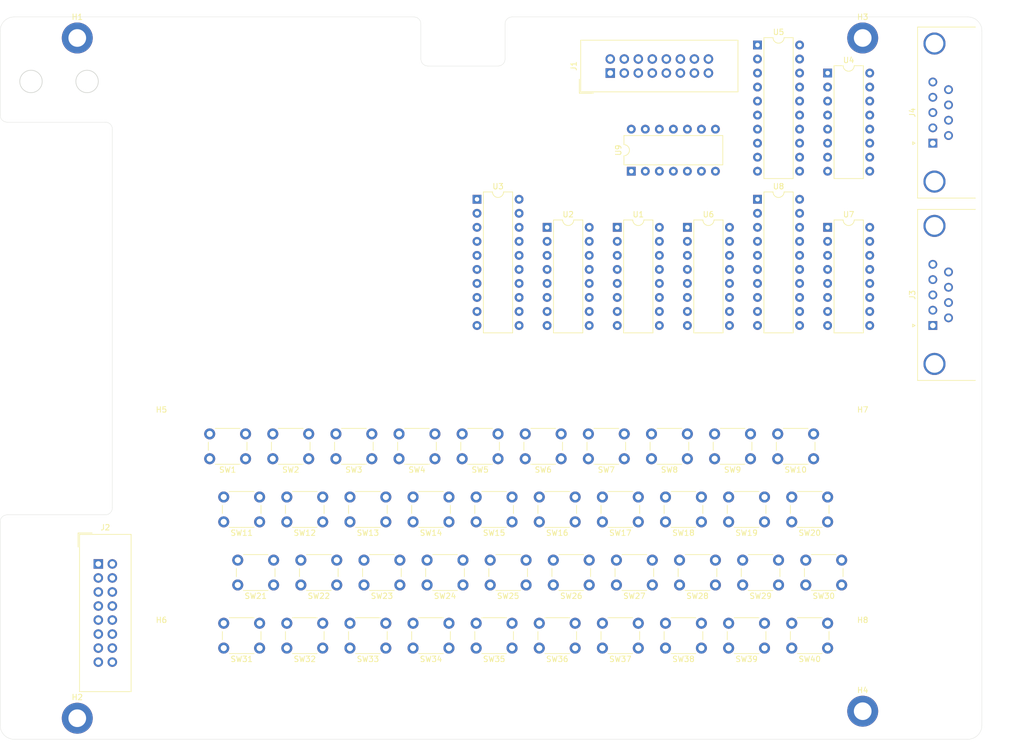
<source format=kicad_pcb>
(kicad_pcb (version 20171130) (host pcbnew "(5.1.2-1)-1")

  (general
    (thickness 1.6)
    (drawings 26)
    (tracks 0)
    (zones 0)
    (modules 61)
    (nets 81)
  )

  (page A4)
  (layers
    (0 F.Cu signal)
    (31 B.Cu signal)
    (32 B.Adhes user)
    (33 F.Adhes user)
    (34 B.Paste user)
    (35 F.Paste user)
    (36 B.SilkS user)
    (37 F.SilkS user)
    (38 B.Mask user)
    (39 F.Mask user)
    (40 Dwgs.User user)
    (41 Cmts.User user)
    (42 Eco1.User user)
    (43 Eco2.User user)
    (44 Edge.Cuts user)
    (45 Margin user)
    (46 B.CrtYd user)
    (47 F.CrtYd user)
    (48 B.Fab user)
    (49 F.Fab user)
  )

  (setup
    (last_trace_width 0.25)
    (trace_clearance 0.2)
    (zone_clearance 0.508)
    (zone_45_only no)
    (trace_min 0.2)
    (via_size 0.8)
    (via_drill 0.4)
    (via_min_size 0.4)
    (via_min_drill 0.3)
    (uvia_size 0.3)
    (uvia_drill 0.1)
    (uvias_allowed no)
    (uvia_min_size 0.2)
    (uvia_min_drill 0.1)
    (edge_width 0.05)
    (segment_width 0.2)
    (pcb_text_width 0.3)
    (pcb_text_size 1.5 1.5)
    (mod_edge_width 0.12)
    (mod_text_size 1 1)
    (mod_text_width 0.15)
    (pad_size 1.524 1.524)
    (pad_drill 0.762)
    (pad_to_mask_clearance 0.051)
    (solder_mask_min_width 0.25)
    (aux_axis_origin 0 0)
    (visible_elements FFFFFF7F)
    (pcbplotparams
      (layerselection 0x010fc_ffffffff)
      (usegerberextensions false)
      (usegerberattributes false)
      (usegerberadvancedattributes false)
      (creategerberjobfile false)
      (excludeedgelayer true)
      (linewidth 0.100000)
      (plotframeref false)
      (viasonmask false)
      (mode 1)
      (useauxorigin false)
      (hpglpennumber 1)
      (hpglpenspeed 20)
      (hpglpendiameter 15.000000)
      (psnegative false)
      (psa4output false)
      (plotreference true)
      (plotvalue true)
      (plotinvisibletext false)
      (padsonsilk false)
      (subtractmaskfromsilk false)
      (outputformat 1)
      (mirror false)
      (drillshape 1)
      (scaleselection 1)
      (outputdirectory ""))
  )

  (net 0 "")
  (net 1 "Net-(SW1-Pad1)")
  (net 2 "Net-(SW1-Pad2)")
  (net 3 "Net-(SW2-Pad1)")
  (net 4 "Net-(SW2-Pad2)")
  (net 5 "Net-(SW3-Pad1)")
  (net 6 "Net-(SW3-Pad2)")
  (net 7 "Net-(SW4-Pad1)")
  (net 8 "Net-(SW4-Pad2)")
  (net 9 "Net-(SW5-Pad1)")
  (net 10 "Net-(SW5-Pad2)")
  (net 11 "Net-(SW6-Pad1)")
  (net 12 "Net-(SW6-Pad2)")
  (net 13 "Net-(SW7-Pad1)")
  (net 14 "Net-(SW7-Pad2)")
  (net 15 "Net-(SW8-Pad1)")
  (net 16 "Net-(SW8-Pad2)")
  (net 17 "Net-(SW9-Pad1)")
  (net 18 "Net-(SW9-Pad2)")
  (net 19 "Net-(SW10-Pad1)")
  (net 20 "Net-(SW10-Pad2)")
  (net 21 "Net-(SW11-Pad1)")
  (net 22 "Net-(SW11-Pad2)")
  (net 23 "Net-(SW12-Pad1)")
  (net 24 "Net-(SW12-Pad2)")
  (net 25 "Net-(SW13-Pad1)")
  (net 26 "Net-(SW13-Pad2)")
  (net 27 "Net-(SW14-Pad1)")
  (net 28 "Net-(SW14-Pad2)")
  (net 29 "Net-(SW15-Pad1)")
  (net 30 "Net-(SW15-Pad2)")
  (net 31 "Net-(SW16-Pad1)")
  (net 32 "Net-(SW16-Pad2)")
  (net 33 "Net-(SW17-Pad1)")
  (net 34 "Net-(SW17-Pad2)")
  (net 35 "Net-(SW18-Pad1)")
  (net 36 "Net-(SW18-Pad2)")
  (net 37 "Net-(SW19-Pad1)")
  (net 38 "Net-(SW19-Pad2)")
  (net 39 "Net-(SW20-Pad1)")
  (net 40 "Net-(SW20-Pad2)")
  (net 41 "Net-(SW21-Pad1)")
  (net 42 "Net-(SW21-Pad2)")
  (net 43 "Net-(SW22-Pad1)")
  (net 44 "Net-(SW22-Pad2)")
  (net 45 "Net-(SW23-Pad1)")
  (net 46 "Net-(SW23-Pad2)")
  (net 47 "Net-(SW24-Pad1)")
  (net 48 "Net-(SW24-Pad2)")
  (net 49 "Net-(SW25-Pad1)")
  (net 50 "Net-(SW25-Pad2)")
  (net 51 "Net-(SW26-Pad1)")
  (net 52 "Net-(SW26-Pad2)")
  (net 53 "Net-(SW27-Pad1)")
  (net 54 "Net-(SW27-Pad2)")
  (net 55 "Net-(SW28-Pad1)")
  (net 56 "Net-(SW28-Pad2)")
  (net 57 "Net-(SW29-Pad1)")
  (net 58 "Net-(SW29-Pad2)")
  (net 59 "Net-(SW30-Pad1)")
  (net 60 "Net-(SW30-Pad2)")
  (net 61 "Net-(SW31-Pad1)")
  (net 62 "Net-(SW31-Pad2)")
  (net 63 "Net-(SW32-Pad1)")
  (net 64 "Net-(SW32-Pad2)")
  (net 65 "Net-(SW33-Pad2)")
  (net 66 "Net-(SW33-Pad1)")
  (net 67 "Net-(SW34-Pad2)")
  (net 68 "Net-(SW34-Pad1)")
  (net 69 "Net-(SW35-Pad2)")
  (net 70 "Net-(SW35-Pad1)")
  (net 71 "Net-(SW36-Pad2)")
  (net 72 "Net-(SW36-Pad1)")
  (net 73 "Net-(SW37-Pad2)")
  (net 74 "Net-(SW37-Pad1)")
  (net 75 "Net-(SW38-Pad2)")
  (net 76 "Net-(SW38-Pad1)")
  (net 77 "Net-(SW39-Pad2)")
  (net 78 "Net-(SW39-Pad1)")
  (net 79 "Net-(SW40-Pad2)")
  (net 80 "Net-(SW40-Pad1)")

  (net_class Default "Esta es la clase de red por defecto."
    (clearance 0.2)
    (trace_width 0.25)
    (via_dia 0.8)
    (via_drill 0.4)
    (uvia_dia 0.3)
    (uvia_drill 0.1)
    (add_net "Net-(J1-Pad1)")
    (add_net "Net-(J1-Pad10)")
    (add_net "Net-(J1-Pad11)")
    (add_net "Net-(J1-Pad12)")
    (add_net "Net-(J1-Pad13)")
    (add_net "Net-(J1-Pad14)")
    (add_net "Net-(J1-Pad15)")
    (add_net "Net-(J1-Pad16)")
    (add_net "Net-(J1-Pad2)")
    (add_net "Net-(J1-Pad3)")
    (add_net "Net-(J1-Pad4)")
    (add_net "Net-(J1-Pad5)")
    (add_net "Net-(J1-Pad6)")
    (add_net "Net-(J1-Pad7)")
    (add_net "Net-(J1-Pad8)")
    (add_net "Net-(J1-Pad9)")
    (add_net "Net-(J2-Pad1)")
    (add_net "Net-(J2-Pad10)")
    (add_net "Net-(J2-Pad11)")
    (add_net "Net-(J2-Pad12)")
    (add_net "Net-(J2-Pad13)")
    (add_net "Net-(J2-Pad14)")
    (add_net "Net-(J2-Pad15)")
    (add_net "Net-(J2-Pad16)")
    (add_net "Net-(J2-Pad2)")
    (add_net "Net-(J2-Pad3)")
    (add_net "Net-(J2-Pad4)")
    (add_net "Net-(J2-Pad5)")
    (add_net "Net-(J2-Pad6)")
    (add_net "Net-(J2-Pad7)")
    (add_net "Net-(J2-Pad8)")
    (add_net "Net-(J2-Pad9)")
    (add_net "Net-(J3-Pad1)")
    (add_net "Net-(J3-Pad2)")
    (add_net "Net-(J3-Pad3)")
    (add_net "Net-(J3-Pad4)")
    (add_net "Net-(J3-Pad5)")
    (add_net "Net-(J3-Pad6)")
    (add_net "Net-(J3-Pad7)")
    (add_net "Net-(J3-Pad8)")
    (add_net "Net-(J3-Pad9)")
    (add_net "Net-(J4-Pad1)")
    (add_net "Net-(J4-Pad2)")
    (add_net "Net-(J4-Pad3)")
    (add_net "Net-(J4-Pad4)")
    (add_net "Net-(J4-Pad5)")
    (add_net "Net-(J4-Pad6)")
    (add_net "Net-(J4-Pad7)")
    (add_net "Net-(J4-Pad8)")
    (add_net "Net-(J4-Pad9)")
    (add_net "Net-(SW1-Pad1)")
    (add_net "Net-(SW1-Pad2)")
    (add_net "Net-(SW10-Pad1)")
    (add_net "Net-(SW10-Pad2)")
    (add_net "Net-(SW11-Pad1)")
    (add_net "Net-(SW11-Pad2)")
    (add_net "Net-(SW12-Pad1)")
    (add_net "Net-(SW12-Pad2)")
    (add_net "Net-(SW13-Pad1)")
    (add_net "Net-(SW13-Pad2)")
    (add_net "Net-(SW14-Pad1)")
    (add_net "Net-(SW14-Pad2)")
    (add_net "Net-(SW15-Pad1)")
    (add_net "Net-(SW15-Pad2)")
    (add_net "Net-(SW16-Pad1)")
    (add_net "Net-(SW16-Pad2)")
    (add_net "Net-(SW17-Pad1)")
    (add_net "Net-(SW17-Pad2)")
    (add_net "Net-(SW18-Pad1)")
    (add_net "Net-(SW18-Pad2)")
    (add_net "Net-(SW19-Pad1)")
    (add_net "Net-(SW19-Pad2)")
    (add_net "Net-(SW2-Pad1)")
    (add_net "Net-(SW2-Pad2)")
    (add_net "Net-(SW20-Pad1)")
    (add_net "Net-(SW20-Pad2)")
    (add_net "Net-(SW21-Pad1)")
    (add_net "Net-(SW21-Pad2)")
    (add_net "Net-(SW22-Pad1)")
    (add_net "Net-(SW22-Pad2)")
    (add_net "Net-(SW23-Pad1)")
    (add_net "Net-(SW23-Pad2)")
    (add_net "Net-(SW24-Pad1)")
    (add_net "Net-(SW24-Pad2)")
    (add_net "Net-(SW25-Pad1)")
    (add_net "Net-(SW25-Pad2)")
    (add_net "Net-(SW26-Pad1)")
    (add_net "Net-(SW26-Pad2)")
    (add_net "Net-(SW27-Pad1)")
    (add_net "Net-(SW27-Pad2)")
    (add_net "Net-(SW28-Pad1)")
    (add_net "Net-(SW28-Pad2)")
    (add_net "Net-(SW29-Pad1)")
    (add_net "Net-(SW29-Pad2)")
    (add_net "Net-(SW3-Pad1)")
    (add_net "Net-(SW3-Pad2)")
    (add_net "Net-(SW30-Pad1)")
    (add_net "Net-(SW30-Pad2)")
    (add_net "Net-(SW31-Pad1)")
    (add_net "Net-(SW31-Pad2)")
    (add_net "Net-(SW32-Pad1)")
    (add_net "Net-(SW32-Pad2)")
    (add_net "Net-(SW33-Pad1)")
    (add_net "Net-(SW33-Pad2)")
    (add_net "Net-(SW34-Pad1)")
    (add_net "Net-(SW34-Pad2)")
    (add_net "Net-(SW35-Pad1)")
    (add_net "Net-(SW35-Pad2)")
    (add_net "Net-(SW36-Pad1)")
    (add_net "Net-(SW36-Pad2)")
    (add_net "Net-(SW37-Pad1)")
    (add_net "Net-(SW37-Pad2)")
    (add_net "Net-(SW38-Pad1)")
    (add_net "Net-(SW38-Pad2)")
    (add_net "Net-(SW39-Pad1)")
    (add_net "Net-(SW39-Pad2)")
    (add_net "Net-(SW4-Pad1)")
    (add_net "Net-(SW4-Pad2)")
    (add_net "Net-(SW40-Pad1)")
    (add_net "Net-(SW40-Pad2)")
    (add_net "Net-(SW5-Pad1)")
    (add_net "Net-(SW5-Pad2)")
    (add_net "Net-(SW6-Pad1)")
    (add_net "Net-(SW6-Pad2)")
    (add_net "Net-(SW7-Pad1)")
    (add_net "Net-(SW7-Pad2)")
    (add_net "Net-(SW8-Pad1)")
    (add_net "Net-(SW8-Pad2)")
    (add_net "Net-(SW9-Pad1)")
    (add_net "Net-(SW9-Pad2)")
    (add_net "Net-(U1-Pad1)")
    (add_net "Net-(U1-Pad10)")
    (add_net "Net-(U1-Pad11)")
    (add_net "Net-(U1-Pad12)")
    (add_net "Net-(U1-Pad13)")
    (add_net "Net-(U1-Pad14)")
    (add_net "Net-(U1-Pad15)")
    (add_net "Net-(U1-Pad16)")
    (add_net "Net-(U1-Pad2)")
    (add_net "Net-(U1-Pad3)")
    (add_net "Net-(U1-Pad4)")
    (add_net "Net-(U1-Pad5)")
    (add_net "Net-(U1-Pad6)")
    (add_net "Net-(U1-Pad7)")
    (add_net "Net-(U1-Pad8)")
    (add_net "Net-(U1-Pad9)")
    (add_net "Net-(U2-Pad1)")
    (add_net "Net-(U2-Pad10)")
    (add_net "Net-(U2-Pad11)")
    (add_net "Net-(U2-Pad12)")
    (add_net "Net-(U2-Pad13)")
    (add_net "Net-(U2-Pad14)")
    (add_net "Net-(U2-Pad15)")
    (add_net "Net-(U2-Pad16)")
    (add_net "Net-(U2-Pad2)")
    (add_net "Net-(U2-Pad3)")
    (add_net "Net-(U2-Pad4)")
    (add_net "Net-(U2-Pad5)")
    (add_net "Net-(U2-Pad6)")
    (add_net "Net-(U2-Pad7)")
    (add_net "Net-(U2-Pad8)")
    (add_net "Net-(U2-Pad9)")
    (add_net "Net-(U3-Pad1)")
    (add_net "Net-(U3-Pad10)")
    (add_net "Net-(U3-Pad11)")
    (add_net "Net-(U3-Pad12)")
    (add_net "Net-(U3-Pad13)")
    (add_net "Net-(U3-Pad14)")
    (add_net "Net-(U3-Pad15)")
    (add_net "Net-(U3-Pad16)")
    (add_net "Net-(U3-Pad17)")
    (add_net "Net-(U3-Pad18)")
    (add_net "Net-(U3-Pad19)")
    (add_net "Net-(U3-Pad2)")
    (add_net "Net-(U3-Pad20)")
    (add_net "Net-(U3-Pad3)")
    (add_net "Net-(U3-Pad4)")
    (add_net "Net-(U3-Pad5)")
    (add_net "Net-(U3-Pad6)")
    (add_net "Net-(U3-Pad7)")
    (add_net "Net-(U3-Pad8)")
    (add_net "Net-(U3-Pad9)")
    (add_net "Net-(U4-Pad1)")
    (add_net "Net-(U4-Pad10)")
    (add_net "Net-(U4-Pad11)")
    (add_net "Net-(U4-Pad12)")
    (add_net "Net-(U4-Pad13)")
    (add_net "Net-(U4-Pad14)")
    (add_net "Net-(U4-Pad15)")
    (add_net "Net-(U4-Pad16)")
    (add_net "Net-(U4-Pad2)")
    (add_net "Net-(U4-Pad3)")
    (add_net "Net-(U4-Pad4)")
    (add_net "Net-(U4-Pad5)")
    (add_net "Net-(U4-Pad6)")
    (add_net "Net-(U4-Pad7)")
    (add_net "Net-(U4-Pad8)")
    (add_net "Net-(U4-Pad9)")
    (add_net "Net-(U5-Pad1)")
    (add_net "Net-(U5-Pad10)")
    (add_net "Net-(U5-Pad11)")
    (add_net "Net-(U5-Pad12)")
    (add_net "Net-(U5-Pad13)")
    (add_net "Net-(U5-Pad14)")
    (add_net "Net-(U5-Pad15)")
    (add_net "Net-(U5-Pad16)")
    (add_net "Net-(U5-Pad17)")
    (add_net "Net-(U5-Pad18)")
    (add_net "Net-(U5-Pad19)")
    (add_net "Net-(U5-Pad2)")
    (add_net "Net-(U5-Pad20)")
    (add_net "Net-(U5-Pad3)")
    (add_net "Net-(U5-Pad4)")
    (add_net "Net-(U5-Pad5)")
    (add_net "Net-(U5-Pad6)")
    (add_net "Net-(U5-Pad7)")
    (add_net "Net-(U5-Pad8)")
    (add_net "Net-(U5-Pad9)")
    (add_net "Net-(U6-Pad1)")
    (add_net "Net-(U6-Pad10)")
    (add_net "Net-(U6-Pad11)")
    (add_net "Net-(U6-Pad12)")
    (add_net "Net-(U6-Pad13)")
    (add_net "Net-(U6-Pad14)")
    (add_net "Net-(U6-Pad15)")
    (add_net "Net-(U6-Pad16)")
    (add_net "Net-(U6-Pad2)")
    (add_net "Net-(U6-Pad3)")
    (add_net "Net-(U6-Pad4)")
    (add_net "Net-(U6-Pad5)")
    (add_net "Net-(U6-Pad6)")
    (add_net "Net-(U6-Pad7)")
    (add_net "Net-(U6-Pad8)")
    (add_net "Net-(U6-Pad9)")
    (add_net "Net-(U7-Pad1)")
    (add_net "Net-(U7-Pad10)")
    (add_net "Net-(U7-Pad11)")
    (add_net "Net-(U7-Pad12)")
    (add_net "Net-(U7-Pad13)")
    (add_net "Net-(U7-Pad14)")
    (add_net "Net-(U7-Pad15)")
    (add_net "Net-(U7-Pad16)")
    (add_net "Net-(U7-Pad2)")
    (add_net "Net-(U7-Pad3)")
    (add_net "Net-(U7-Pad4)")
    (add_net "Net-(U7-Pad5)")
    (add_net "Net-(U7-Pad6)")
    (add_net "Net-(U7-Pad7)")
    (add_net "Net-(U7-Pad8)")
    (add_net "Net-(U7-Pad9)")
    (add_net "Net-(U8-Pad1)")
    (add_net "Net-(U8-Pad10)")
    (add_net "Net-(U8-Pad11)")
    (add_net "Net-(U8-Pad12)")
    (add_net "Net-(U8-Pad13)")
    (add_net "Net-(U8-Pad14)")
    (add_net "Net-(U8-Pad15)")
    (add_net "Net-(U8-Pad16)")
    (add_net "Net-(U8-Pad17)")
    (add_net "Net-(U8-Pad18)")
    (add_net "Net-(U8-Pad19)")
    (add_net "Net-(U8-Pad2)")
    (add_net "Net-(U8-Pad20)")
    (add_net "Net-(U8-Pad3)")
    (add_net "Net-(U8-Pad4)")
    (add_net "Net-(U8-Pad5)")
    (add_net "Net-(U8-Pad6)")
    (add_net "Net-(U8-Pad7)")
    (add_net "Net-(U8-Pad8)")
    (add_net "Net-(U8-Pad9)")
    (add_net "Net-(U9-Pad1)")
    (add_net "Net-(U9-Pad10)")
    (add_net "Net-(U9-Pad11)")
    (add_net "Net-(U9-Pad12)")
    (add_net "Net-(U9-Pad13)")
    (add_net "Net-(U9-Pad14)")
    (add_net "Net-(U9-Pad2)")
    (add_net "Net-(U9-Pad3)")
    (add_net "Net-(U9-Pad4)")
    (add_net "Net-(U9-Pad5)")
    (add_net "Net-(U9-Pad6)")
    (add_net "Net-(U9-Pad7)")
    (add_net "Net-(U9-Pad8)")
    (add_net "Net-(U9-Pad9)")
  )

  (module Package_DIP:DIP-14_W7.62mm (layer F.Cu) (tedit 5A02E8C5) (tstamp 635F331D)
    (at 127 40.64 90)
    (descr "14-lead though-hole mounted DIP package, row spacing 7.62 mm (300 mils)")
    (tags "THT DIP DIL PDIP 2.54mm 7.62mm 300mil")
    (path /635F152C)
    (fp_text reference U9 (at 3.81 -2.33 90) (layer F.SilkS)
      (effects (font (size 1 1) (thickness 0.15)))
    )
    (fp_text value 74HC86 (at 3.81 17.57 90) (layer F.Fab)
      (effects (font (size 1 1) (thickness 0.15)))
    )
    (fp_text user %R (at 3.81 7.62 90) (layer F.Fab)
      (effects (font (size 1 1) (thickness 0.15)))
    )
    (fp_line (start 8.7 -1.55) (end -1.1 -1.55) (layer F.CrtYd) (width 0.05))
    (fp_line (start 8.7 16.8) (end 8.7 -1.55) (layer F.CrtYd) (width 0.05))
    (fp_line (start -1.1 16.8) (end 8.7 16.8) (layer F.CrtYd) (width 0.05))
    (fp_line (start -1.1 -1.55) (end -1.1 16.8) (layer F.CrtYd) (width 0.05))
    (fp_line (start 6.46 -1.33) (end 4.81 -1.33) (layer F.SilkS) (width 0.12))
    (fp_line (start 6.46 16.57) (end 6.46 -1.33) (layer F.SilkS) (width 0.12))
    (fp_line (start 1.16 16.57) (end 6.46 16.57) (layer F.SilkS) (width 0.12))
    (fp_line (start 1.16 -1.33) (end 1.16 16.57) (layer F.SilkS) (width 0.12))
    (fp_line (start 2.81 -1.33) (end 1.16 -1.33) (layer F.SilkS) (width 0.12))
    (fp_line (start 0.635 -0.27) (end 1.635 -1.27) (layer F.Fab) (width 0.1))
    (fp_line (start 0.635 16.51) (end 0.635 -0.27) (layer F.Fab) (width 0.1))
    (fp_line (start 6.985 16.51) (end 0.635 16.51) (layer F.Fab) (width 0.1))
    (fp_line (start 6.985 -1.27) (end 6.985 16.51) (layer F.Fab) (width 0.1))
    (fp_line (start 1.635 -1.27) (end 6.985 -1.27) (layer F.Fab) (width 0.1))
    (fp_arc (start 3.81 -1.33) (end 2.81 -1.33) (angle -180) (layer F.SilkS) (width 0.12))
    (pad 14 thru_hole oval (at 7.62 0 90) (size 1.6 1.6) (drill 0.8) (layers *.Cu *.Mask))
    (pad 7 thru_hole oval (at 0 15.24 90) (size 1.6 1.6) (drill 0.8) (layers *.Cu *.Mask))
    (pad 13 thru_hole oval (at 7.62 2.54 90) (size 1.6 1.6) (drill 0.8) (layers *.Cu *.Mask))
    (pad 6 thru_hole oval (at 0 12.7 90) (size 1.6 1.6) (drill 0.8) (layers *.Cu *.Mask))
    (pad 12 thru_hole oval (at 7.62 5.08 90) (size 1.6 1.6) (drill 0.8) (layers *.Cu *.Mask))
    (pad 5 thru_hole oval (at 0 10.16 90) (size 1.6 1.6) (drill 0.8) (layers *.Cu *.Mask))
    (pad 11 thru_hole oval (at 7.62 7.62 90) (size 1.6 1.6) (drill 0.8) (layers *.Cu *.Mask))
    (pad 4 thru_hole oval (at 0 7.62 90) (size 1.6 1.6) (drill 0.8) (layers *.Cu *.Mask))
    (pad 10 thru_hole oval (at 7.62 10.16 90) (size 1.6 1.6) (drill 0.8) (layers *.Cu *.Mask))
    (pad 3 thru_hole oval (at 0 5.08 90) (size 1.6 1.6) (drill 0.8) (layers *.Cu *.Mask))
    (pad 9 thru_hole oval (at 7.62 12.7 90) (size 1.6 1.6) (drill 0.8) (layers *.Cu *.Mask))
    (pad 2 thru_hole oval (at 0 2.54 90) (size 1.6 1.6) (drill 0.8) (layers *.Cu *.Mask))
    (pad 8 thru_hole oval (at 7.62 15.24 90) (size 1.6 1.6) (drill 0.8) (layers *.Cu *.Mask))
    (pad 1 thru_hole rect (at 0 0 90) (size 1.6 1.6) (drill 0.8) (layers *.Cu *.Mask))
    (model ${KISYS3DMOD}/Package_DIP.3dshapes/DIP-14_W7.62mm.wrl
      (at (xyz 0 0 0))
      (scale (xyz 1 1 1))
      (rotate (xyz 0 0 0))
    )
  )

  (module Package_DIP:DIP-20_W7.62mm (layer F.Cu) (tedit 5A02E8C5) (tstamp 635D979D)
    (at 149.86 45.72)
    (descr "20-lead though-hole mounted DIP package, row spacing 7.62 mm (300 mils)")
    (tags "THT DIP DIL PDIP 2.54mm 7.62mm 300mil")
    (path /6360888E)
    (fp_text reference U8 (at 3.81 -2.33) (layer F.SilkS)
      (effects (font (size 1 1) (thickness 0.15)))
    )
    (fp_text value 74HC245 (at 3.81 25.19) (layer F.Fab)
      (effects (font (size 1 1) (thickness 0.15)))
    )
    (fp_text user %R (at 3.81 11.43) (layer F.Fab)
      (effects (font (size 1 1) (thickness 0.15)))
    )
    (fp_line (start 8.7 -1.55) (end -1.1 -1.55) (layer F.CrtYd) (width 0.05))
    (fp_line (start 8.7 24.4) (end 8.7 -1.55) (layer F.CrtYd) (width 0.05))
    (fp_line (start -1.1 24.4) (end 8.7 24.4) (layer F.CrtYd) (width 0.05))
    (fp_line (start -1.1 -1.55) (end -1.1 24.4) (layer F.CrtYd) (width 0.05))
    (fp_line (start 6.46 -1.33) (end 4.81 -1.33) (layer F.SilkS) (width 0.12))
    (fp_line (start 6.46 24.19) (end 6.46 -1.33) (layer F.SilkS) (width 0.12))
    (fp_line (start 1.16 24.19) (end 6.46 24.19) (layer F.SilkS) (width 0.12))
    (fp_line (start 1.16 -1.33) (end 1.16 24.19) (layer F.SilkS) (width 0.12))
    (fp_line (start 2.81 -1.33) (end 1.16 -1.33) (layer F.SilkS) (width 0.12))
    (fp_line (start 0.635 -0.27) (end 1.635 -1.27) (layer F.Fab) (width 0.1))
    (fp_line (start 0.635 24.13) (end 0.635 -0.27) (layer F.Fab) (width 0.1))
    (fp_line (start 6.985 24.13) (end 0.635 24.13) (layer F.Fab) (width 0.1))
    (fp_line (start 6.985 -1.27) (end 6.985 24.13) (layer F.Fab) (width 0.1))
    (fp_line (start 1.635 -1.27) (end 6.985 -1.27) (layer F.Fab) (width 0.1))
    (fp_arc (start 3.81 -1.33) (end 2.81 -1.33) (angle -180) (layer F.SilkS) (width 0.12))
    (pad 20 thru_hole oval (at 7.62 0) (size 1.6 1.6) (drill 0.8) (layers *.Cu *.Mask))
    (pad 10 thru_hole oval (at 0 22.86) (size 1.6 1.6) (drill 0.8) (layers *.Cu *.Mask))
    (pad 19 thru_hole oval (at 7.62 2.54) (size 1.6 1.6) (drill 0.8) (layers *.Cu *.Mask))
    (pad 9 thru_hole oval (at 0 20.32) (size 1.6 1.6) (drill 0.8) (layers *.Cu *.Mask))
    (pad 18 thru_hole oval (at 7.62 5.08) (size 1.6 1.6) (drill 0.8) (layers *.Cu *.Mask))
    (pad 8 thru_hole oval (at 0 17.78) (size 1.6 1.6) (drill 0.8) (layers *.Cu *.Mask))
    (pad 17 thru_hole oval (at 7.62 7.62) (size 1.6 1.6) (drill 0.8) (layers *.Cu *.Mask))
    (pad 7 thru_hole oval (at 0 15.24) (size 1.6 1.6) (drill 0.8) (layers *.Cu *.Mask))
    (pad 16 thru_hole oval (at 7.62 10.16) (size 1.6 1.6) (drill 0.8) (layers *.Cu *.Mask))
    (pad 6 thru_hole oval (at 0 12.7) (size 1.6 1.6) (drill 0.8) (layers *.Cu *.Mask))
    (pad 15 thru_hole oval (at 7.62 12.7) (size 1.6 1.6) (drill 0.8) (layers *.Cu *.Mask))
    (pad 5 thru_hole oval (at 0 10.16) (size 1.6 1.6) (drill 0.8) (layers *.Cu *.Mask))
    (pad 14 thru_hole oval (at 7.62 15.24) (size 1.6 1.6) (drill 0.8) (layers *.Cu *.Mask))
    (pad 4 thru_hole oval (at 0 7.62) (size 1.6 1.6) (drill 0.8) (layers *.Cu *.Mask))
    (pad 13 thru_hole oval (at 7.62 17.78) (size 1.6 1.6) (drill 0.8) (layers *.Cu *.Mask))
    (pad 3 thru_hole oval (at 0 5.08) (size 1.6 1.6) (drill 0.8) (layers *.Cu *.Mask))
    (pad 12 thru_hole oval (at 7.62 20.32) (size 1.6 1.6) (drill 0.8) (layers *.Cu *.Mask))
    (pad 2 thru_hole oval (at 0 2.54) (size 1.6 1.6) (drill 0.8) (layers *.Cu *.Mask))
    (pad 11 thru_hole oval (at 7.62 22.86) (size 1.6 1.6) (drill 0.8) (layers *.Cu *.Mask))
    (pad 1 thru_hole rect (at 0 0) (size 1.6 1.6) (drill 0.8) (layers *.Cu *.Mask))
    (model ${KISYS3DMOD}/Package_DIP.3dshapes/DIP-20_W7.62mm.wrl
      (at (xyz 0 0 0))
      (scale (xyz 1 1 1))
      (rotate (xyz 0 0 0))
    )
  )

  (module Package_DIP:DIP-16_W7.62mm (layer F.Cu) (tedit 5A02E8C5) (tstamp 635D9775)
    (at 162.56 50.8)
    (descr "16-lead though-hole mounted DIP package, row spacing 7.62 mm (300 mils)")
    (tags "THT DIP DIL PDIP 2.54mm 7.62mm 300mil")
    (path /6360B196)
    (fp_text reference U7 (at 3.81 -2.33) (layer F.SilkS)
      (effects (font (size 1 1) (thickness 0.15)))
    )
    (fp_text value 74HC595 (at 3.81 20.11) (layer F.Fab)
      (effects (font (size 1 1) (thickness 0.15)))
    )
    (fp_text user %R (at 3.81 8.89) (layer F.Fab)
      (effects (font (size 1 1) (thickness 0.15)))
    )
    (fp_line (start 8.7 -1.55) (end -1.1 -1.55) (layer F.CrtYd) (width 0.05))
    (fp_line (start 8.7 19.3) (end 8.7 -1.55) (layer F.CrtYd) (width 0.05))
    (fp_line (start -1.1 19.3) (end 8.7 19.3) (layer F.CrtYd) (width 0.05))
    (fp_line (start -1.1 -1.55) (end -1.1 19.3) (layer F.CrtYd) (width 0.05))
    (fp_line (start 6.46 -1.33) (end 4.81 -1.33) (layer F.SilkS) (width 0.12))
    (fp_line (start 6.46 19.11) (end 6.46 -1.33) (layer F.SilkS) (width 0.12))
    (fp_line (start 1.16 19.11) (end 6.46 19.11) (layer F.SilkS) (width 0.12))
    (fp_line (start 1.16 -1.33) (end 1.16 19.11) (layer F.SilkS) (width 0.12))
    (fp_line (start 2.81 -1.33) (end 1.16 -1.33) (layer F.SilkS) (width 0.12))
    (fp_line (start 0.635 -0.27) (end 1.635 -1.27) (layer F.Fab) (width 0.1))
    (fp_line (start 0.635 19.05) (end 0.635 -0.27) (layer F.Fab) (width 0.1))
    (fp_line (start 6.985 19.05) (end 0.635 19.05) (layer F.Fab) (width 0.1))
    (fp_line (start 6.985 -1.27) (end 6.985 19.05) (layer F.Fab) (width 0.1))
    (fp_line (start 1.635 -1.27) (end 6.985 -1.27) (layer F.Fab) (width 0.1))
    (fp_arc (start 3.81 -1.33) (end 2.81 -1.33) (angle -180) (layer F.SilkS) (width 0.12))
    (pad 16 thru_hole oval (at 7.62 0) (size 1.6 1.6) (drill 0.8) (layers *.Cu *.Mask))
    (pad 8 thru_hole oval (at 0 17.78) (size 1.6 1.6) (drill 0.8) (layers *.Cu *.Mask))
    (pad 15 thru_hole oval (at 7.62 2.54) (size 1.6 1.6) (drill 0.8) (layers *.Cu *.Mask))
    (pad 7 thru_hole oval (at 0 15.24) (size 1.6 1.6) (drill 0.8) (layers *.Cu *.Mask))
    (pad 14 thru_hole oval (at 7.62 5.08) (size 1.6 1.6) (drill 0.8) (layers *.Cu *.Mask))
    (pad 6 thru_hole oval (at 0 12.7) (size 1.6 1.6) (drill 0.8) (layers *.Cu *.Mask))
    (pad 13 thru_hole oval (at 7.62 7.62) (size 1.6 1.6) (drill 0.8) (layers *.Cu *.Mask))
    (pad 5 thru_hole oval (at 0 10.16) (size 1.6 1.6) (drill 0.8) (layers *.Cu *.Mask))
    (pad 12 thru_hole oval (at 7.62 10.16) (size 1.6 1.6) (drill 0.8) (layers *.Cu *.Mask))
    (pad 4 thru_hole oval (at 0 7.62) (size 1.6 1.6) (drill 0.8) (layers *.Cu *.Mask))
    (pad 11 thru_hole oval (at 7.62 12.7) (size 1.6 1.6) (drill 0.8) (layers *.Cu *.Mask))
    (pad 3 thru_hole oval (at 0 5.08) (size 1.6 1.6) (drill 0.8) (layers *.Cu *.Mask))
    (pad 10 thru_hole oval (at 7.62 15.24) (size 1.6 1.6) (drill 0.8) (layers *.Cu *.Mask))
    (pad 2 thru_hole oval (at 0 2.54) (size 1.6 1.6) (drill 0.8) (layers *.Cu *.Mask))
    (pad 9 thru_hole oval (at 7.62 17.78) (size 1.6 1.6) (drill 0.8) (layers *.Cu *.Mask))
    (pad 1 thru_hole rect (at 0 0) (size 1.6 1.6) (drill 0.8) (layers *.Cu *.Mask))
    (model ${KISYS3DMOD}/Package_DIP.3dshapes/DIP-16_W7.62mm.wrl
      (at (xyz 0 0 0))
      (scale (xyz 1 1 1))
      (rotate (xyz 0 0 0))
    )
  )

  (module Package_DIP:DIP-16_W7.62mm (layer F.Cu) (tedit 5A02E8C5) (tstamp 635D9751)
    (at 137.16 50.8)
    (descr "16-lead though-hole mounted DIP package, row spacing 7.62 mm (300 mils)")
    (tags "THT DIP DIL PDIP 2.54mm 7.62mm 300mil")
    (path /63605BC7)
    (fp_text reference U6 (at 3.81 -2.33) (layer F.SilkS)
      (effects (font (size 1 1) (thickness 0.15)))
    )
    (fp_text value 74LS174 (at 3.81 20.11) (layer F.Fab)
      (effects (font (size 1 1) (thickness 0.15)))
    )
    (fp_text user %R (at 3.81 8.89) (layer F.Fab)
      (effects (font (size 1 1) (thickness 0.15)))
    )
    (fp_line (start 8.7 -1.55) (end -1.1 -1.55) (layer F.CrtYd) (width 0.05))
    (fp_line (start 8.7 19.3) (end 8.7 -1.55) (layer F.CrtYd) (width 0.05))
    (fp_line (start -1.1 19.3) (end 8.7 19.3) (layer F.CrtYd) (width 0.05))
    (fp_line (start -1.1 -1.55) (end -1.1 19.3) (layer F.CrtYd) (width 0.05))
    (fp_line (start 6.46 -1.33) (end 4.81 -1.33) (layer F.SilkS) (width 0.12))
    (fp_line (start 6.46 19.11) (end 6.46 -1.33) (layer F.SilkS) (width 0.12))
    (fp_line (start 1.16 19.11) (end 6.46 19.11) (layer F.SilkS) (width 0.12))
    (fp_line (start 1.16 -1.33) (end 1.16 19.11) (layer F.SilkS) (width 0.12))
    (fp_line (start 2.81 -1.33) (end 1.16 -1.33) (layer F.SilkS) (width 0.12))
    (fp_line (start 0.635 -0.27) (end 1.635 -1.27) (layer F.Fab) (width 0.1))
    (fp_line (start 0.635 19.05) (end 0.635 -0.27) (layer F.Fab) (width 0.1))
    (fp_line (start 6.985 19.05) (end 0.635 19.05) (layer F.Fab) (width 0.1))
    (fp_line (start 6.985 -1.27) (end 6.985 19.05) (layer F.Fab) (width 0.1))
    (fp_line (start 1.635 -1.27) (end 6.985 -1.27) (layer F.Fab) (width 0.1))
    (fp_arc (start 3.81 -1.33) (end 2.81 -1.33) (angle -180) (layer F.SilkS) (width 0.12))
    (pad 16 thru_hole oval (at 7.62 0) (size 1.6 1.6) (drill 0.8) (layers *.Cu *.Mask))
    (pad 8 thru_hole oval (at 0 17.78) (size 1.6 1.6) (drill 0.8) (layers *.Cu *.Mask))
    (pad 15 thru_hole oval (at 7.62 2.54) (size 1.6 1.6) (drill 0.8) (layers *.Cu *.Mask))
    (pad 7 thru_hole oval (at 0 15.24) (size 1.6 1.6) (drill 0.8) (layers *.Cu *.Mask))
    (pad 14 thru_hole oval (at 7.62 5.08) (size 1.6 1.6) (drill 0.8) (layers *.Cu *.Mask))
    (pad 6 thru_hole oval (at 0 12.7) (size 1.6 1.6) (drill 0.8) (layers *.Cu *.Mask))
    (pad 13 thru_hole oval (at 7.62 7.62) (size 1.6 1.6) (drill 0.8) (layers *.Cu *.Mask))
    (pad 5 thru_hole oval (at 0 10.16) (size 1.6 1.6) (drill 0.8) (layers *.Cu *.Mask))
    (pad 12 thru_hole oval (at 7.62 10.16) (size 1.6 1.6) (drill 0.8) (layers *.Cu *.Mask))
    (pad 4 thru_hole oval (at 0 7.62) (size 1.6 1.6) (drill 0.8) (layers *.Cu *.Mask))
    (pad 11 thru_hole oval (at 7.62 12.7) (size 1.6 1.6) (drill 0.8) (layers *.Cu *.Mask))
    (pad 3 thru_hole oval (at 0 5.08) (size 1.6 1.6) (drill 0.8) (layers *.Cu *.Mask))
    (pad 10 thru_hole oval (at 7.62 15.24) (size 1.6 1.6) (drill 0.8) (layers *.Cu *.Mask))
    (pad 2 thru_hole oval (at 0 2.54) (size 1.6 1.6) (drill 0.8) (layers *.Cu *.Mask))
    (pad 9 thru_hole oval (at 7.62 17.78) (size 1.6 1.6) (drill 0.8) (layers *.Cu *.Mask))
    (pad 1 thru_hole rect (at 0 0) (size 1.6 1.6) (drill 0.8) (layers *.Cu *.Mask))
    (model ${KISYS3DMOD}/Package_DIP.3dshapes/DIP-16_W7.62mm.wrl
      (at (xyz 0 0 0))
      (scale (xyz 1 1 1))
      (rotate (xyz 0 0 0))
    )
  )

  (module Package_DIP:DIP-20_W7.62mm (layer F.Cu) (tedit 5A02E8C5) (tstamp 635D972D)
    (at 149.86 17.78)
    (descr "20-lead though-hole mounted DIP package, row spacing 7.62 mm (300 mils)")
    (tags "THT DIP DIL PDIP 2.54mm 7.62mm 300mil")
    (path /63607578)
    (fp_text reference U5 (at 3.81 -2.33) (layer F.SilkS)
      (effects (font (size 1 1) (thickness 0.15)))
    )
    (fp_text value 74HC245 (at 3.81 25.19) (layer F.Fab)
      (effects (font (size 1 1) (thickness 0.15)))
    )
    (fp_text user %R (at 3.81 11.43) (layer F.Fab)
      (effects (font (size 1 1) (thickness 0.15)))
    )
    (fp_line (start 8.7 -1.55) (end -1.1 -1.55) (layer F.CrtYd) (width 0.05))
    (fp_line (start 8.7 24.4) (end 8.7 -1.55) (layer F.CrtYd) (width 0.05))
    (fp_line (start -1.1 24.4) (end 8.7 24.4) (layer F.CrtYd) (width 0.05))
    (fp_line (start -1.1 -1.55) (end -1.1 24.4) (layer F.CrtYd) (width 0.05))
    (fp_line (start 6.46 -1.33) (end 4.81 -1.33) (layer F.SilkS) (width 0.12))
    (fp_line (start 6.46 24.19) (end 6.46 -1.33) (layer F.SilkS) (width 0.12))
    (fp_line (start 1.16 24.19) (end 6.46 24.19) (layer F.SilkS) (width 0.12))
    (fp_line (start 1.16 -1.33) (end 1.16 24.19) (layer F.SilkS) (width 0.12))
    (fp_line (start 2.81 -1.33) (end 1.16 -1.33) (layer F.SilkS) (width 0.12))
    (fp_line (start 0.635 -0.27) (end 1.635 -1.27) (layer F.Fab) (width 0.1))
    (fp_line (start 0.635 24.13) (end 0.635 -0.27) (layer F.Fab) (width 0.1))
    (fp_line (start 6.985 24.13) (end 0.635 24.13) (layer F.Fab) (width 0.1))
    (fp_line (start 6.985 -1.27) (end 6.985 24.13) (layer F.Fab) (width 0.1))
    (fp_line (start 1.635 -1.27) (end 6.985 -1.27) (layer F.Fab) (width 0.1))
    (fp_arc (start 3.81 -1.33) (end 2.81 -1.33) (angle -180) (layer F.SilkS) (width 0.12))
    (pad 20 thru_hole oval (at 7.62 0) (size 1.6 1.6) (drill 0.8) (layers *.Cu *.Mask))
    (pad 10 thru_hole oval (at 0 22.86) (size 1.6 1.6) (drill 0.8) (layers *.Cu *.Mask))
    (pad 19 thru_hole oval (at 7.62 2.54) (size 1.6 1.6) (drill 0.8) (layers *.Cu *.Mask))
    (pad 9 thru_hole oval (at 0 20.32) (size 1.6 1.6) (drill 0.8) (layers *.Cu *.Mask))
    (pad 18 thru_hole oval (at 7.62 5.08) (size 1.6 1.6) (drill 0.8) (layers *.Cu *.Mask))
    (pad 8 thru_hole oval (at 0 17.78) (size 1.6 1.6) (drill 0.8) (layers *.Cu *.Mask))
    (pad 17 thru_hole oval (at 7.62 7.62) (size 1.6 1.6) (drill 0.8) (layers *.Cu *.Mask))
    (pad 7 thru_hole oval (at 0 15.24) (size 1.6 1.6) (drill 0.8) (layers *.Cu *.Mask))
    (pad 16 thru_hole oval (at 7.62 10.16) (size 1.6 1.6) (drill 0.8) (layers *.Cu *.Mask))
    (pad 6 thru_hole oval (at 0 12.7) (size 1.6 1.6) (drill 0.8) (layers *.Cu *.Mask))
    (pad 15 thru_hole oval (at 7.62 12.7) (size 1.6 1.6) (drill 0.8) (layers *.Cu *.Mask))
    (pad 5 thru_hole oval (at 0 10.16) (size 1.6 1.6) (drill 0.8) (layers *.Cu *.Mask))
    (pad 14 thru_hole oval (at 7.62 15.24) (size 1.6 1.6) (drill 0.8) (layers *.Cu *.Mask))
    (pad 4 thru_hole oval (at 0 7.62) (size 1.6 1.6) (drill 0.8) (layers *.Cu *.Mask))
    (pad 13 thru_hole oval (at 7.62 17.78) (size 1.6 1.6) (drill 0.8) (layers *.Cu *.Mask))
    (pad 3 thru_hole oval (at 0 5.08) (size 1.6 1.6) (drill 0.8) (layers *.Cu *.Mask))
    (pad 12 thru_hole oval (at 7.62 20.32) (size 1.6 1.6) (drill 0.8) (layers *.Cu *.Mask))
    (pad 2 thru_hole oval (at 0 2.54) (size 1.6 1.6) (drill 0.8) (layers *.Cu *.Mask))
    (pad 11 thru_hole oval (at 7.62 22.86) (size 1.6 1.6) (drill 0.8) (layers *.Cu *.Mask))
    (pad 1 thru_hole rect (at 0 0) (size 1.6 1.6) (drill 0.8) (layers *.Cu *.Mask))
    (model ${KISYS3DMOD}/Package_DIP.3dshapes/DIP-20_W7.62mm.wrl
      (at (xyz 0 0 0))
      (scale (xyz 1 1 1))
      (rotate (xyz 0 0 0))
    )
  )

  (module Package_DIP:DIP-16_W7.62mm (layer F.Cu) (tedit 5A02E8C5) (tstamp 635F104B)
    (at 162.56 22.86)
    (descr "16-lead though-hole mounted DIP package, row spacing 7.62 mm (300 mils)")
    (tags "THT DIP DIL PDIP 2.54mm 7.62mm 300mil")
    (path /6360FF9B)
    (fp_text reference U4 (at 3.81 -2.33) (layer F.SilkS)
      (effects (font (size 1 1) (thickness 0.15)))
    )
    (fp_text value 74HC595 (at 3.81 20.11) (layer F.Fab)
      (effects (font (size 1 1) (thickness 0.15)))
    )
    (fp_text user %R (at 3.81 8.89) (layer F.Fab)
      (effects (font (size 1 1) (thickness 0.15)))
    )
    (fp_line (start 8.7 -1.55) (end -1.1 -1.55) (layer F.CrtYd) (width 0.05))
    (fp_line (start 8.7 19.3) (end 8.7 -1.55) (layer F.CrtYd) (width 0.05))
    (fp_line (start -1.1 19.3) (end 8.7 19.3) (layer F.CrtYd) (width 0.05))
    (fp_line (start -1.1 -1.55) (end -1.1 19.3) (layer F.CrtYd) (width 0.05))
    (fp_line (start 6.46 -1.33) (end 4.81 -1.33) (layer F.SilkS) (width 0.12))
    (fp_line (start 6.46 19.11) (end 6.46 -1.33) (layer F.SilkS) (width 0.12))
    (fp_line (start 1.16 19.11) (end 6.46 19.11) (layer F.SilkS) (width 0.12))
    (fp_line (start 1.16 -1.33) (end 1.16 19.11) (layer F.SilkS) (width 0.12))
    (fp_line (start 2.81 -1.33) (end 1.16 -1.33) (layer F.SilkS) (width 0.12))
    (fp_line (start 0.635 -0.27) (end 1.635 -1.27) (layer F.Fab) (width 0.1))
    (fp_line (start 0.635 19.05) (end 0.635 -0.27) (layer F.Fab) (width 0.1))
    (fp_line (start 6.985 19.05) (end 0.635 19.05) (layer F.Fab) (width 0.1))
    (fp_line (start 6.985 -1.27) (end 6.985 19.05) (layer F.Fab) (width 0.1))
    (fp_line (start 1.635 -1.27) (end 6.985 -1.27) (layer F.Fab) (width 0.1))
    (fp_arc (start 3.81 -1.33) (end 2.81 -1.33) (angle -180) (layer F.SilkS) (width 0.12))
    (pad 16 thru_hole oval (at 7.62 0) (size 1.6 1.6) (drill 0.8) (layers *.Cu *.Mask))
    (pad 8 thru_hole oval (at 0 17.78) (size 1.6 1.6) (drill 0.8) (layers *.Cu *.Mask))
    (pad 15 thru_hole oval (at 7.62 2.54) (size 1.6 1.6) (drill 0.8) (layers *.Cu *.Mask))
    (pad 7 thru_hole oval (at 0 15.24) (size 1.6 1.6) (drill 0.8) (layers *.Cu *.Mask))
    (pad 14 thru_hole oval (at 7.62 5.08) (size 1.6 1.6) (drill 0.8) (layers *.Cu *.Mask))
    (pad 6 thru_hole oval (at 0 12.7) (size 1.6 1.6) (drill 0.8) (layers *.Cu *.Mask))
    (pad 13 thru_hole oval (at 7.62 7.62) (size 1.6 1.6) (drill 0.8) (layers *.Cu *.Mask))
    (pad 5 thru_hole oval (at 0 10.16) (size 1.6 1.6) (drill 0.8) (layers *.Cu *.Mask))
    (pad 12 thru_hole oval (at 7.62 10.16) (size 1.6 1.6) (drill 0.8) (layers *.Cu *.Mask))
    (pad 4 thru_hole oval (at 0 7.62) (size 1.6 1.6) (drill 0.8) (layers *.Cu *.Mask))
    (pad 11 thru_hole oval (at 7.62 12.7) (size 1.6 1.6) (drill 0.8) (layers *.Cu *.Mask))
    (pad 3 thru_hole oval (at 0 5.08) (size 1.6 1.6) (drill 0.8) (layers *.Cu *.Mask))
    (pad 10 thru_hole oval (at 7.62 15.24) (size 1.6 1.6) (drill 0.8) (layers *.Cu *.Mask))
    (pad 2 thru_hole oval (at 0 2.54) (size 1.6 1.6) (drill 0.8) (layers *.Cu *.Mask))
    (pad 9 thru_hole oval (at 7.62 17.78) (size 1.6 1.6) (drill 0.8) (layers *.Cu *.Mask))
    (pad 1 thru_hole rect (at 0 0) (size 1.6 1.6) (drill 0.8) (layers *.Cu *.Mask))
    (model ${KISYS3DMOD}/Package_DIP.3dshapes/DIP-16_W7.62mm.wrl
      (at (xyz 0 0 0))
      (scale (xyz 1 1 1))
      (rotate (xyz 0 0 0))
    )
  )

  (module Connector_Dsub:DSUB-9_Male_Horizontal_P2.77x2.84mm_EdgePinOffset4.94mm_Housed_MountingHolesOffset7.48mm (layer F.Cu) (tedit 59FEDEE2) (tstamp 635D684F)
    (at 181.61 35.56 90)
    (descr "9-pin D-Sub connector, horizontal/angled (90 deg), THT-mount, male, pitch 2.77x2.84mm, pin-PCB-offset 4.9399999999999995mm, distance of mounting holes 25mm, distance of mounting holes to PCB edge 7.4799999999999995mm, see https://disti-assets.s3.amazonaws.com/tonar/files/datasheets/16730.pdf")
    (tags "9-pin D-Sub connector horizontal angled 90deg THT male pitch 2.77x2.84mm pin-PCB-offset 4.9399999999999995mm mounting-holes-distance 25mm mounting-hole-offset 25mm")
    (path /635E15E7)
    (fp_text reference J4 (at 5.54 -3.7 90) (layer F.SilkS)
      (effects (font (size 1 1) (thickness 0.15)))
    )
    (fp_text value DB9_Male (at 5.54 15.68 90) (layer F.Fab)
      (effects (font (size 1 1) (thickness 0.15)))
    )
    (fp_text user %R (at 5.54 11.18 90) (layer F.Fab)
      (effects (font (size 1 1) (thickness 0.15)))
    )
    (fp_line (start 21.5 -3.25) (end -10.4 -3.25) (layer F.CrtYd) (width 0.05))
    (fp_line (start 21.5 14.7) (end 21.5 -3.25) (layer F.CrtYd) (width 0.05))
    (fp_line (start -10.4 14.7) (end 21.5 14.7) (layer F.CrtYd) (width 0.05))
    (fp_line (start -10.4 -3.25) (end -10.4 14.7) (layer F.CrtYd) (width 0.05))
    (fp_line (start 0 -3.221325) (end -0.25 -3.654338) (layer F.SilkS) (width 0.12))
    (fp_line (start 0.25 -3.654338) (end 0 -3.221325) (layer F.SilkS) (width 0.12))
    (fp_line (start -0.25 -3.654338) (end 0.25 -3.654338) (layer F.SilkS) (width 0.12))
    (fp_line (start 21.025 -2.76) (end 21.025 7.72) (layer F.SilkS) (width 0.12))
    (fp_line (start -9.945 -2.76) (end 21.025 -2.76) (layer F.SilkS) (width 0.12))
    (fp_line (start -9.945 7.72) (end -9.945 -2.76) (layer F.SilkS) (width 0.12))
    (fp_line (start 19.64 7.78) (end 19.64 0.3) (layer F.Fab) (width 0.1))
    (fp_line (start 16.44 7.78) (end 16.44 0.3) (layer F.Fab) (width 0.1))
    (fp_line (start -5.36 7.78) (end -5.36 0.3) (layer F.Fab) (width 0.1))
    (fp_line (start -8.56 7.78) (end -8.56 0.3) (layer F.Fab) (width 0.1))
    (fp_line (start 20.54 8.18) (end 15.54 8.18) (layer F.Fab) (width 0.1))
    (fp_line (start 20.54 13.18) (end 20.54 8.18) (layer F.Fab) (width 0.1))
    (fp_line (start 15.54 13.18) (end 20.54 13.18) (layer F.Fab) (width 0.1))
    (fp_line (start 15.54 8.18) (end 15.54 13.18) (layer F.Fab) (width 0.1))
    (fp_line (start -4.46 8.18) (end -9.46 8.18) (layer F.Fab) (width 0.1))
    (fp_line (start -4.46 13.18) (end -4.46 8.18) (layer F.Fab) (width 0.1))
    (fp_line (start -9.46 13.18) (end -4.46 13.18) (layer F.Fab) (width 0.1))
    (fp_line (start -9.46 8.18) (end -9.46 13.18) (layer F.Fab) (width 0.1))
    (fp_line (start 13.69 8.18) (end -2.61 8.18) (layer F.Fab) (width 0.1))
    (fp_line (start 13.69 14.18) (end 13.69 8.18) (layer F.Fab) (width 0.1))
    (fp_line (start -2.61 14.18) (end 13.69 14.18) (layer F.Fab) (width 0.1))
    (fp_line (start -2.61 8.18) (end -2.61 14.18) (layer F.Fab) (width 0.1))
    (fp_line (start 20.965 7.78) (end -9.885 7.78) (layer F.Fab) (width 0.1))
    (fp_line (start 20.965 8.18) (end 20.965 7.78) (layer F.Fab) (width 0.1))
    (fp_line (start -9.885 8.18) (end 20.965 8.18) (layer F.Fab) (width 0.1))
    (fp_line (start -9.885 7.78) (end -9.885 8.18) (layer F.Fab) (width 0.1))
    (fp_line (start 20.965 -2.7) (end -9.885 -2.7) (layer F.Fab) (width 0.1))
    (fp_line (start 20.965 7.78) (end 20.965 -2.7) (layer F.Fab) (width 0.1))
    (fp_line (start -9.885 7.78) (end 20.965 7.78) (layer F.Fab) (width 0.1))
    (fp_line (start -9.885 -2.7) (end -9.885 7.78) (layer F.Fab) (width 0.1))
    (fp_arc (start 18.04 0.3) (end 16.44 0.3) (angle 180) (layer F.Fab) (width 0.1))
    (fp_arc (start -6.96 0.3) (end -8.56 0.3) (angle 180) (layer F.Fab) (width 0.1))
    (pad 0 thru_hole circle (at 18.04 0.3 90) (size 4 4) (drill 3.2) (layers *.Cu *.Mask))
    (pad 0 thru_hole circle (at -6.96 0.3 90) (size 4 4) (drill 3.2) (layers *.Cu *.Mask))
    (pad 9 thru_hole circle (at 9.695 2.84 90) (size 1.6 1.6) (drill 1) (layers *.Cu *.Mask))
    (pad 8 thru_hole circle (at 6.925 2.84 90) (size 1.6 1.6) (drill 1) (layers *.Cu *.Mask))
    (pad 7 thru_hole circle (at 4.155 2.84 90) (size 1.6 1.6) (drill 1) (layers *.Cu *.Mask))
    (pad 6 thru_hole circle (at 1.385 2.84 90) (size 1.6 1.6) (drill 1) (layers *.Cu *.Mask))
    (pad 5 thru_hole circle (at 11.08 0 90) (size 1.6 1.6) (drill 1) (layers *.Cu *.Mask))
    (pad 4 thru_hole circle (at 8.31 0 90) (size 1.6 1.6) (drill 1) (layers *.Cu *.Mask))
    (pad 3 thru_hole circle (at 5.54 0 90) (size 1.6 1.6) (drill 1) (layers *.Cu *.Mask))
    (pad 2 thru_hole circle (at 2.77 0 90) (size 1.6 1.6) (drill 1) (layers *.Cu *.Mask))
    (pad 1 thru_hole rect (at 0 0 90) (size 1.6 1.6) (drill 1) (layers *.Cu *.Mask))
    (model ${KISYS3DMOD}/Connector_Dsub.3dshapes/DSUB-9_Male_Horizontal_P2.77x2.84mm_EdgePinOffset4.94mm_Housed_MountingHolesOffset7.48mm.wrl
      (at (xyz 0 0 0))
      (scale (xyz 1 1 1))
      (rotate (xyz 0 0 0))
    )
  )

  (module Connector_Dsub:DSUB-9_Male_Horizontal_P2.77x2.84mm_EdgePinOffset4.94mm_Housed_MountingHolesOffset7.48mm (layer F.Cu) (tedit 59FEDEE2) (tstamp 635F1231)
    (at 181.61 68.58 90)
    (descr "9-pin D-Sub connector, horizontal/angled (90 deg), THT-mount, male, pitch 2.77x2.84mm, pin-PCB-offset 4.9399999999999995mm, distance of mounting holes 25mm, distance of mounting holes to PCB edge 7.4799999999999995mm, see https://disti-assets.s3.amazonaws.com/tonar/files/datasheets/16730.pdf")
    (tags "9-pin D-Sub connector horizontal angled 90deg THT male pitch 2.77x2.84mm pin-PCB-offset 4.9399999999999995mm mounting-holes-distance 25mm mounting-hole-offset 25mm")
    (path /635E03CA)
    (fp_text reference J3 (at 5.54 -3.7 90) (layer F.SilkS)
      (effects (font (size 1 1) (thickness 0.15)))
    )
    (fp_text value DB9_Male (at 5.54 15.68 90) (layer F.Fab)
      (effects (font (size 1 1) (thickness 0.15)))
    )
    (fp_text user %R (at 5.54 11.18 90) (layer F.Fab)
      (effects (font (size 1 1) (thickness 0.15)))
    )
    (fp_line (start 21.5 -3.25) (end -10.4 -3.25) (layer F.CrtYd) (width 0.05))
    (fp_line (start 21.5 14.7) (end 21.5 -3.25) (layer F.CrtYd) (width 0.05))
    (fp_line (start -10.4 14.7) (end 21.5 14.7) (layer F.CrtYd) (width 0.05))
    (fp_line (start -10.4 -3.25) (end -10.4 14.7) (layer F.CrtYd) (width 0.05))
    (fp_line (start 0 -3.221325) (end -0.25 -3.654338) (layer F.SilkS) (width 0.12))
    (fp_line (start 0.25 -3.654338) (end 0 -3.221325) (layer F.SilkS) (width 0.12))
    (fp_line (start -0.25 -3.654338) (end 0.25 -3.654338) (layer F.SilkS) (width 0.12))
    (fp_line (start 21.025 -2.76) (end 21.025 7.72) (layer F.SilkS) (width 0.12))
    (fp_line (start -9.945 -2.76) (end 21.025 -2.76) (layer F.SilkS) (width 0.12))
    (fp_line (start -9.945 7.72) (end -9.945 -2.76) (layer F.SilkS) (width 0.12))
    (fp_line (start 19.64 7.78) (end 19.64 0.3) (layer F.Fab) (width 0.1))
    (fp_line (start 16.44 7.78) (end 16.44 0.3) (layer F.Fab) (width 0.1))
    (fp_line (start -5.36 7.78) (end -5.36 0.3) (layer F.Fab) (width 0.1))
    (fp_line (start -8.56 7.78) (end -8.56 0.3) (layer F.Fab) (width 0.1))
    (fp_line (start 20.54 8.18) (end 15.54 8.18) (layer F.Fab) (width 0.1))
    (fp_line (start 20.54 13.18) (end 20.54 8.18) (layer F.Fab) (width 0.1))
    (fp_line (start 15.54 13.18) (end 20.54 13.18) (layer F.Fab) (width 0.1))
    (fp_line (start 15.54 8.18) (end 15.54 13.18) (layer F.Fab) (width 0.1))
    (fp_line (start -4.46 8.18) (end -9.46 8.18) (layer F.Fab) (width 0.1))
    (fp_line (start -4.46 13.18) (end -4.46 8.18) (layer F.Fab) (width 0.1))
    (fp_line (start -9.46 13.18) (end -4.46 13.18) (layer F.Fab) (width 0.1))
    (fp_line (start -9.46 8.18) (end -9.46 13.18) (layer F.Fab) (width 0.1))
    (fp_line (start 13.69 8.18) (end -2.61 8.18) (layer F.Fab) (width 0.1))
    (fp_line (start 13.69 14.18) (end 13.69 8.18) (layer F.Fab) (width 0.1))
    (fp_line (start -2.61 14.18) (end 13.69 14.18) (layer F.Fab) (width 0.1))
    (fp_line (start -2.61 8.18) (end -2.61 14.18) (layer F.Fab) (width 0.1))
    (fp_line (start 20.965 7.78) (end -9.885 7.78) (layer F.Fab) (width 0.1))
    (fp_line (start 20.965 8.18) (end 20.965 7.78) (layer F.Fab) (width 0.1))
    (fp_line (start -9.885 8.18) (end 20.965 8.18) (layer F.Fab) (width 0.1))
    (fp_line (start -9.885 7.78) (end -9.885 8.18) (layer F.Fab) (width 0.1))
    (fp_line (start 20.965 -2.7) (end -9.885 -2.7) (layer F.Fab) (width 0.1))
    (fp_line (start 20.965 7.78) (end 20.965 -2.7) (layer F.Fab) (width 0.1))
    (fp_line (start -9.885 7.78) (end 20.965 7.78) (layer F.Fab) (width 0.1))
    (fp_line (start -9.885 -2.7) (end -9.885 7.78) (layer F.Fab) (width 0.1))
    (fp_arc (start 18.04 0.3) (end 16.44 0.3) (angle 180) (layer F.Fab) (width 0.1))
    (fp_arc (start -6.96 0.3) (end -8.56 0.3) (angle 180) (layer F.Fab) (width 0.1))
    (pad 0 thru_hole circle (at 18.04 0.3 90) (size 4 4) (drill 3.2) (layers *.Cu *.Mask))
    (pad 0 thru_hole circle (at -6.96 0.3 90) (size 4 4) (drill 3.2) (layers *.Cu *.Mask))
    (pad 9 thru_hole circle (at 9.695 2.84 90) (size 1.6 1.6) (drill 1) (layers *.Cu *.Mask))
    (pad 8 thru_hole circle (at 6.925 2.84 90) (size 1.6 1.6) (drill 1) (layers *.Cu *.Mask))
    (pad 7 thru_hole circle (at 4.155 2.84 90) (size 1.6 1.6) (drill 1) (layers *.Cu *.Mask))
    (pad 6 thru_hole circle (at 1.385 2.84 90) (size 1.6 1.6) (drill 1) (layers *.Cu *.Mask))
    (pad 5 thru_hole circle (at 11.08 0 90) (size 1.6 1.6) (drill 1) (layers *.Cu *.Mask))
    (pad 4 thru_hole circle (at 8.31 0 90) (size 1.6 1.6) (drill 1) (layers *.Cu *.Mask))
    (pad 3 thru_hole circle (at 5.54 0 90) (size 1.6 1.6) (drill 1) (layers *.Cu *.Mask))
    (pad 2 thru_hole circle (at 2.77 0 90) (size 1.6 1.6) (drill 1) (layers *.Cu *.Mask))
    (pad 1 thru_hole rect (at 0 0 90) (size 1.6 1.6) (drill 1) (layers *.Cu *.Mask))
    (model ${KISYS3DMOD}/Connector_Dsub.3dshapes/DSUB-9_Male_Horizontal_P2.77x2.84mm_EdgePinOffset4.94mm_Housed_MountingHolesOffset7.48mm.wrl
      (at (xyz 0 0 0))
      (scale (xyz 1 1 1))
      (rotate (xyz 0 0 0))
    )
  )

  (module Connector_IDC:IDC-Header_2x08_P2.54mm_Vertical (layer F.Cu) (tedit 59DE0341) (tstamp 635D67E7)
    (at 30.48 111.76)
    (descr "Through hole straight IDC box header, 2x08, 2.54mm pitch, double rows")
    (tags "Through hole IDC box header THT 2x08 2.54mm double row")
    (path /635D591F)
    (fp_text reference J2 (at 1.27 -6.604) (layer F.SilkS)
      (effects (font (size 1 1) (thickness 0.15)))
    )
    (fp_text value Conn_02x08_Counter_Clockwise (at 1.27 24.384) (layer F.Fab)
      (effects (font (size 1 1) (thickness 0.15)))
    )
    (fp_line (start -3.655 -5.6) (end -1.115 -5.6) (layer F.SilkS) (width 0.12))
    (fp_line (start -3.655 -5.6) (end -3.655 -3.06) (layer F.SilkS) (width 0.12))
    (fp_line (start -3.405 -5.35) (end 5.945 -5.35) (layer F.SilkS) (width 0.12))
    (fp_line (start -3.405 23.13) (end -3.405 -5.35) (layer F.SilkS) (width 0.12))
    (fp_line (start 5.945 23.13) (end -3.405 23.13) (layer F.SilkS) (width 0.12))
    (fp_line (start 5.945 -5.35) (end 5.945 23.13) (layer F.SilkS) (width 0.12))
    (fp_line (start -3.41 -5.35) (end 5.95 -5.35) (layer F.CrtYd) (width 0.05))
    (fp_line (start -3.41 23.13) (end -3.41 -5.35) (layer F.CrtYd) (width 0.05))
    (fp_line (start 5.95 23.13) (end -3.41 23.13) (layer F.CrtYd) (width 0.05))
    (fp_line (start 5.95 -5.35) (end 5.95 23.13) (layer F.CrtYd) (width 0.05))
    (fp_line (start -3.155 22.88) (end -2.605 22.32) (layer F.Fab) (width 0.1))
    (fp_line (start -3.155 -5.1) (end -2.605 -4.56) (layer F.Fab) (width 0.1))
    (fp_line (start 5.695 22.88) (end 5.145 22.32) (layer F.Fab) (width 0.1))
    (fp_line (start 5.695 -5.1) (end 5.145 -4.56) (layer F.Fab) (width 0.1))
    (fp_line (start 5.145 22.32) (end -2.605 22.32) (layer F.Fab) (width 0.1))
    (fp_line (start 5.695 22.88) (end -3.155 22.88) (layer F.Fab) (width 0.1))
    (fp_line (start 5.145 -4.56) (end -2.605 -4.56) (layer F.Fab) (width 0.1))
    (fp_line (start 5.695 -5.1) (end -3.155 -5.1) (layer F.Fab) (width 0.1))
    (fp_line (start -2.605 11.14) (end -3.155 11.14) (layer F.Fab) (width 0.1))
    (fp_line (start -2.605 6.64) (end -3.155 6.64) (layer F.Fab) (width 0.1))
    (fp_line (start -2.605 11.14) (end -2.605 22.32) (layer F.Fab) (width 0.1))
    (fp_line (start -2.605 -4.56) (end -2.605 6.64) (layer F.Fab) (width 0.1))
    (fp_line (start -3.155 -5.1) (end -3.155 22.88) (layer F.Fab) (width 0.1))
    (fp_line (start 5.145 -4.56) (end 5.145 22.32) (layer F.Fab) (width 0.1))
    (fp_line (start 5.695 -5.1) (end 5.695 22.88) (layer F.Fab) (width 0.1))
    (fp_text user %R (at 1.27 8.89) (layer F.Fab)
      (effects (font (size 1 1) (thickness 0.15)))
    )
    (pad 16 thru_hole oval (at 2.54 17.78) (size 1.7272 1.7272) (drill 1.016) (layers *.Cu *.Mask))
    (pad 15 thru_hole oval (at 0 17.78) (size 1.7272 1.7272) (drill 1.016) (layers *.Cu *.Mask))
    (pad 14 thru_hole oval (at 2.54 15.24) (size 1.7272 1.7272) (drill 1.016) (layers *.Cu *.Mask))
    (pad 13 thru_hole oval (at 0 15.24) (size 1.7272 1.7272) (drill 1.016) (layers *.Cu *.Mask))
    (pad 12 thru_hole oval (at 2.54 12.7) (size 1.7272 1.7272) (drill 1.016) (layers *.Cu *.Mask))
    (pad 11 thru_hole oval (at 0 12.7) (size 1.7272 1.7272) (drill 1.016) (layers *.Cu *.Mask))
    (pad 10 thru_hole oval (at 2.54 10.16) (size 1.7272 1.7272) (drill 1.016) (layers *.Cu *.Mask))
    (pad 9 thru_hole oval (at 0 10.16) (size 1.7272 1.7272) (drill 1.016) (layers *.Cu *.Mask))
    (pad 8 thru_hole oval (at 2.54 7.62) (size 1.7272 1.7272) (drill 1.016) (layers *.Cu *.Mask))
    (pad 7 thru_hole oval (at 0 7.62) (size 1.7272 1.7272) (drill 1.016) (layers *.Cu *.Mask))
    (pad 6 thru_hole oval (at 2.54 5.08) (size 1.7272 1.7272) (drill 1.016) (layers *.Cu *.Mask))
    (pad 5 thru_hole oval (at 0 5.08) (size 1.7272 1.7272) (drill 1.016) (layers *.Cu *.Mask))
    (pad 4 thru_hole oval (at 2.54 2.54) (size 1.7272 1.7272) (drill 1.016) (layers *.Cu *.Mask))
    (pad 3 thru_hole oval (at 0 2.54) (size 1.7272 1.7272) (drill 1.016) (layers *.Cu *.Mask))
    (pad 2 thru_hole oval (at 2.54 0) (size 1.7272 1.7272) (drill 1.016) (layers *.Cu *.Mask))
    (pad 1 thru_hole rect (at 0 0) (size 1.7272 1.7272) (drill 1.016) (layers *.Cu *.Mask))
    (model ${KISYS3DMOD}/Connector_IDC.3dshapes/IDC-Header_2x08_P2.54mm_Vertical.wrl
      (at (xyz 0 0 0))
      (scale (xyz 1 1 1))
      (rotate (xyz 0 0 0))
    )
  )

  (module MountingHole:MountingHole_3.2mm_M3_DIN965 (layer F.Cu) (tedit 56D1B4CB) (tstamp 635DD0E5)
    (at 168.91 125.73)
    (descr "Mounting Hole 3.2mm, no annular, M3, DIN965")
    (tags "mounting hole 3.2mm no annular m3 din965")
    (path /63617897)
    (attr virtual)
    (fp_text reference H8 (at 0 -3.8) (layer F.SilkS)
      (effects (font (size 1 1) (thickness 0.15)))
    )
    (fp_text value MountingHole (at 0 3.8) (layer F.Fab)
      (effects (font (size 1 1) (thickness 0.15)))
    )
    (fp_circle (center 0 0) (end 3.05 0) (layer F.CrtYd) (width 0.05))
    (fp_circle (center 0 0) (end 2.8 0) (layer Cmts.User) (width 0.15))
    (fp_text user %R (at 0.3 0) (layer F.Fab)
      (effects (font (size 1 1) (thickness 0.15)))
    )
    (pad 1 np_thru_hole circle (at 0 0) (size 3.2 3.2) (drill 3.2) (layers *.Cu *.Mask))
  )

  (module MountingHole:MountingHole_3.2mm_M3_DIN965 (layer F.Cu) (tedit 56D1B4CB) (tstamp 635DC5FD)
    (at 168.91 87.63)
    (descr "Mounting Hole 3.2mm, no annular, M3, DIN965")
    (tags "mounting hole 3.2mm no annular m3 din965")
    (path /636172DF)
    (attr virtual)
    (fp_text reference H7 (at 0 -3.8) (layer F.SilkS)
      (effects (font (size 1 1) (thickness 0.15)))
    )
    (fp_text value MountingHole (at 0 3.8) (layer F.Fab)
      (effects (font (size 1 1) (thickness 0.15)))
    )
    (fp_circle (center 0 0) (end 3.05 0) (layer F.CrtYd) (width 0.05))
    (fp_circle (center 0 0) (end 2.8 0) (layer Cmts.User) (width 0.15))
    (fp_text user %R (at 0.3 0) (layer F.Fab)
      (effects (font (size 1 1) (thickness 0.15)))
    )
    (pad 1 np_thru_hole circle (at 0 0) (size 3.2 3.2) (drill 3.2) (layers *.Cu *.Mask))
  )

  (module MountingHole:MountingHole_3.2mm_M3_DIN965 (layer F.Cu) (tedit 56D1B4CB) (tstamp 635DC5F5)
    (at 41.91 125.73)
    (descr "Mounting Hole 3.2mm, no annular, M3, DIN965")
    (tags "mounting hole 3.2mm no annular m3 din965")
    (path /63616D2E)
    (attr virtual)
    (fp_text reference H6 (at 0 -3.8) (layer F.SilkS)
      (effects (font (size 1 1) (thickness 0.15)))
    )
    (fp_text value MountingHole (at 0 3.8) (layer F.Fab)
      (effects (font (size 1 1) (thickness 0.15)))
    )
    (fp_circle (center 0 0) (end 3.05 0) (layer F.CrtYd) (width 0.05))
    (fp_circle (center 0 0) (end 2.8 0) (layer Cmts.User) (width 0.15))
    (fp_text user %R (at 0.3 0) (layer F.Fab)
      (effects (font (size 1 1) (thickness 0.15)))
    )
    (pad 1 np_thru_hole circle (at 0 0) (size 3.2 3.2) (drill 3.2) (layers *.Cu *.Mask))
  )

  (module MountingHole:MountingHole_3.2mm_M3_DIN965 (layer F.Cu) (tedit 56D1B4CB) (tstamp 635DDF04)
    (at 41.91 87.63)
    (descr "Mounting Hole 3.2mm, no annular, M3, DIN965")
    (tags "mounting hole 3.2mm no annular m3 din965")
    (path /6361663A)
    (attr virtual)
    (fp_text reference H5 (at 0 -3.8) (layer F.SilkS)
      (effects (font (size 1 1) (thickness 0.15)))
    )
    (fp_text value MountingHole (at 0 3.8) (layer F.Fab)
      (effects (font (size 1 1) (thickness 0.15)))
    )
    (fp_circle (center 0 0) (end 3.05 0) (layer F.CrtYd) (width 0.05))
    (fp_circle (center 0 0) (end 2.8 0) (layer Cmts.User) (width 0.15))
    (fp_text user %R (at 0.3 0) (layer F.Fab)
      (effects (font (size 1 1) (thickness 0.15)))
    )
    (pad 1 np_thru_hole circle (at 0 0) (size 3.2 3.2) (drill 3.2) (layers *.Cu *.Mask))
  )

  (module MountingHole:MountingHole_3.2mm_M3_DIN965_Pad (layer F.Cu) (tedit 56D1B4CB) (tstamp 635DA644)
    (at 168.91 138.43)
    (descr "Mounting Hole 3.2mm, M3, DIN965")
    (tags "mounting hole 3.2mm m3 din965")
    (path /6360C654)
    (attr virtual)
    (fp_text reference H4 (at 0 -3.8) (layer F.SilkS)
      (effects (font (size 1 1) (thickness 0.15)))
    )
    (fp_text value MountingHole (at 0 3.8) (layer F.Fab)
      (effects (font (size 1 1) (thickness 0.15)))
    )
    (fp_circle (center 0 0) (end 3.05 0) (layer F.CrtYd) (width 0.05))
    (fp_circle (center 0 0) (end 2.8 0) (layer Cmts.User) (width 0.15))
    (fp_text user %R (at 0.3 0) (layer F.Fab)
      (effects (font (size 1 1) (thickness 0.15)))
    )
    (pad 1 thru_hole circle (at 0 0) (size 5.6 5.6) (drill 3.2) (layers *.Cu *.Mask))
  )

  (module MountingHole:MountingHole_3.2mm_M3_DIN965_Pad (layer F.Cu) (tedit 56D1B4CB) (tstamp 635DA63C)
    (at 168.91 16.51)
    (descr "Mounting Hole 3.2mm, M3, DIN965")
    (tags "mounting hole 3.2mm m3 din965")
    (path /6360BF06)
    (attr virtual)
    (fp_text reference H3 (at 0 -3.8) (layer F.SilkS)
      (effects (font (size 1 1) (thickness 0.15)))
    )
    (fp_text value MountingHole (at 0 3.8) (layer F.Fab)
      (effects (font (size 1 1) (thickness 0.15)))
    )
    (fp_circle (center 0 0) (end 3.05 0) (layer F.CrtYd) (width 0.05))
    (fp_circle (center 0 0) (end 2.8 0) (layer Cmts.User) (width 0.15))
    (fp_text user %R (at 0.3 0) (layer F.Fab)
      (effects (font (size 1 1) (thickness 0.15)))
    )
    (pad 1 thru_hole circle (at 0 0) (size 5.6 5.6) (drill 3.2) (layers *.Cu *.Mask))
  )

  (module MountingHole:MountingHole_3.2mm_M3_DIN965_Pad (layer F.Cu) (tedit 56D1B4CB) (tstamp 635DA634)
    (at 26.67 139.7)
    (descr "Mounting Hole 3.2mm, M3, DIN965")
    (tags "mounting hole 3.2mm m3 din965")
    (path /6360B985)
    (attr virtual)
    (fp_text reference H2 (at 0 -3.8) (layer F.SilkS)
      (effects (font (size 1 1) (thickness 0.15)))
    )
    (fp_text value MountingHole (at 0 3.8) (layer F.Fab)
      (effects (font (size 1 1) (thickness 0.15)))
    )
    (fp_circle (center 0 0) (end 3.05 0) (layer F.CrtYd) (width 0.05))
    (fp_circle (center 0 0) (end 2.8 0) (layer Cmts.User) (width 0.15))
    (fp_text user %R (at 0.3 0) (layer F.Fab)
      (effects (font (size 1 1) (thickness 0.15)))
    )
    (pad 1 thru_hole circle (at 0 0) (size 5.6 5.6) (drill 3.2) (layers *.Cu *.Mask))
  )

  (module MountingHole:MountingHole_3.2mm_M3_DIN965_Pad (layer F.Cu) (tedit 56D1B4CB) (tstamp 635DA62C)
    (at 26.67 16.51)
    (descr "Mounting Hole 3.2mm, M3, DIN965")
    (tags "mounting hole 3.2mm m3 din965")
    (path /6360B38D)
    (attr virtual)
    (fp_text reference H1 (at 0 -3.8) (layer F.SilkS)
      (effects (font (size 1 1) (thickness 0.15)))
    )
    (fp_text value MountingHole (at 0 3.8) (layer F.Fab)
      (effects (font (size 1 1) (thickness 0.15)))
    )
    (fp_circle (center 0 0) (end 3.05 0) (layer F.CrtYd) (width 0.05))
    (fp_circle (center 0 0) (end 2.8 0) (layer Cmts.User) (width 0.15))
    (fp_text user %R (at 0.3 0) (layer F.Fab)
      (effects (font (size 1 1) (thickness 0.15)))
    )
    (pad 1 thru_hole circle (at 0 0) (size 5.6 5.6) (drill 3.2) (layers *.Cu *.Mask))
  )

  (module Button_Switch_THT:SW_PUSH_6mm (layer F.Cu) (tedit 5A02FE31) (tstamp 635D5E59)
    (at 162.56 127 180)
    (descr https://www.omron.com/ecb/products/pdf/en-b3f.pdf)
    (tags "tact sw push 6mm")
    (path /635F149C)
    (fp_text reference SW40 (at 3.25 -2) (layer F.SilkS)
      (effects (font (size 1 1) (thickness 0.15)))
    )
    (fp_text value SW_Push_45deg (at 3.75 6.7) (layer F.Fab)
      (effects (font (size 1 1) (thickness 0.15)))
    )
    (fp_circle (center 3.25 2.25) (end 1.25 2.5) (layer F.Fab) (width 0.1))
    (fp_line (start 6.75 3) (end 6.75 1.5) (layer F.SilkS) (width 0.12))
    (fp_line (start 5.5 -1) (end 1 -1) (layer F.SilkS) (width 0.12))
    (fp_line (start -0.25 1.5) (end -0.25 3) (layer F.SilkS) (width 0.12))
    (fp_line (start 1 5.5) (end 5.5 5.5) (layer F.SilkS) (width 0.12))
    (fp_line (start 8 -1.25) (end 8 5.75) (layer F.CrtYd) (width 0.05))
    (fp_line (start 7.75 6) (end -1.25 6) (layer F.CrtYd) (width 0.05))
    (fp_line (start -1.5 5.75) (end -1.5 -1.25) (layer F.CrtYd) (width 0.05))
    (fp_line (start -1.25 -1.5) (end 7.75 -1.5) (layer F.CrtYd) (width 0.05))
    (fp_line (start -1.5 6) (end -1.25 6) (layer F.CrtYd) (width 0.05))
    (fp_line (start -1.5 5.75) (end -1.5 6) (layer F.CrtYd) (width 0.05))
    (fp_line (start -1.5 -1.5) (end -1.25 -1.5) (layer F.CrtYd) (width 0.05))
    (fp_line (start -1.5 -1.25) (end -1.5 -1.5) (layer F.CrtYd) (width 0.05))
    (fp_line (start 8 -1.5) (end 8 -1.25) (layer F.CrtYd) (width 0.05))
    (fp_line (start 7.75 -1.5) (end 8 -1.5) (layer F.CrtYd) (width 0.05))
    (fp_line (start 8 6) (end 8 5.75) (layer F.CrtYd) (width 0.05))
    (fp_line (start 7.75 6) (end 8 6) (layer F.CrtYd) (width 0.05))
    (fp_line (start 0.25 -0.75) (end 3.25 -0.75) (layer F.Fab) (width 0.1))
    (fp_line (start 0.25 5.25) (end 0.25 -0.75) (layer F.Fab) (width 0.1))
    (fp_line (start 6.25 5.25) (end 0.25 5.25) (layer F.Fab) (width 0.1))
    (fp_line (start 6.25 -0.75) (end 6.25 5.25) (layer F.Fab) (width 0.1))
    (fp_line (start 3.25 -0.75) (end 6.25 -0.75) (layer F.Fab) (width 0.1))
    (fp_text user %R (at 3.25 2.25) (layer F.Fab)
      (effects (font (size 1 1) (thickness 0.15)))
    )
    (pad 1 thru_hole circle (at 6.5 0 270) (size 2 2) (drill 1.1) (layers *.Cu *.Mask)
      (net 80 "Net-(SW40-Pad1)"))
    (pad 2 thru_hole circle (at 6.5 4.5 270) (size 2 2) (drill 1.1) (layers *.Cu *.Mask)
      (net 79 "Net-(SW40-Pad2)"))
    (pad 1 thru_hole circle (at 0 0 270) (size 2 2) (drill 1.1) (layers *.Cu *.Mask)
      (net 80 "Net-(SW40-Pad1)"))
    (pad 2 thru_hole circle (at 0 4.5 270) (size 2 2) (drill 1.1) (layers *.Cu *.Mask)
      (net 79 "Net-(SW40-Pad2)"))
    (model ${KISYS3DMOD}/Button_Switch_THT.3dshapes/SW_PUSH_6mm.wrl
      (at (xyz 0 0 0))
      (scale (xyz 1 1 1))
      (rotate (xyz 0 0 0))
    )
  )

  (module Button_Switch_THT:SW_PUSH_6mm (layer F.Cu) (tedit 5A02FE31) (tstamp 635D5E3F)
    (at 151.13 127 180)
    (descr https://www.omron.com/ecb/products/pdf/en-b3f.pdf)
    (tags "tact sw push 6mm")
    (path /635F1492)
    (fp_text reference SW39 (at 3.25 -2) (layer F.SilkS)
      (effects (font (size 1 1) (thickness 0.15)))
    )
    (fp_text value SW_Push_45deg (at 3.75 6.7) (layer F.Fab)
      (effects (font (size 1 1) (thickness 0.15)))
    )
    (fp_circle (center 3.25 2.25) (end 1.25 2.5) (layer F.Fab) (width 0.1))
    (fp_line (start 6.75 3) (end 6.75 1.5) (layer F.SilkS) (width 0.12))
    (fp_line (start 5.5 -1) (end 1 -1) (layer F.SilkS) (width 0.12))
    (fp_line (start -0.25 1.5) (end -0.25 3) (layer F.SilkS) (width 0.12))
    (fp_line (start 1 5.5) (end 5.5 5.5) (layer F.SilkS) (width 0.12))
    (fp_line (start 8 -1.25) (end 8 5.75) (layer F.CrtYd) (width 0.05))
    (fp_line (start 7.75 6) (end -1.25 6) (layer F.CrtYd) (width 0.05))
    (fp_line (start -1.5 5.75) (end -1.5 -1.25) (layer F.CrtYd) (width 0.05))
    (fp_line (start -1.25 -1.5) (end 7.75 -1.5) (layer F.CrtYd) (width 0.05))
    (fp_line (start -1.5 6) (end -1.25 6) (layer F.CrtYd) (width 0.05))
    (fp_line (start -1.5 5.75) (end -1.5 6) (layer F.CrtYd) (width 0.05))
    (fp_line (start -1.5 -1.5) (end -1.25 -1.5) (layer F.CrtYd) (width 0.05))
    (fp_line (start -1.5 -1.25) (end -1.5 -1.5) (layer F.CrtYd) (width 0.05))
    (fp_line (start 8 -1.5) (end 8 -1.25) (layer F.CrtYd) (width 0.05))
    (fp_line (start 7.75 -1.5) (end 8 -1.5) (layer F.CrtYd) (width 0.05))
    (fp_line (start 8 6) (end 8 5.75) (layer F.CrtYd) (width 0.05))
    (fp_line (start 7.75 6) (end 8 6) (layer F.CrtYd) (width 0.05))
    (fp_line (start 0.25 -0.75) (end 3.25 -0.75) (layer F.Fab) (width 0.1))
    (fp_line (start 0.25 5.25) (end 0.25 -0.75) (layer F.Fab) (width 0.1))
    (fp_line (start 6.25 5.25) (end 0.25 5.25) (layer F.Fab) (width 0.1))
    (fp_line (start 6.25 -0.75) (end 6.25 5.25) (layer F.Fab) (width 0.1))
    (fp_line (start 3.25 -0.75) (end 6.25 -0.75) (layer F.Fab) (width 0.1))
    (fp_text user %R (at 3.25 2.25) (layer F.Fab)
      (effects (font (size 1 1) (thickness 0.15)))
    )
    (pad 1 thru_hole circle (at 6.5 0 270) (size 2 2) (drill 1.1) (layers *.Cu *.Mask)
      (net 78 "Net-(SW39-Pad1)"))
    (pad 2 thru_hole circle (at 6.5 4.5 270) (size 2 2) (drill 1.1) (layers *.Cu *.Mask)
      (net 77 "Net-(SW39-Pad2)"))
    (pad 1 thru_hole circle (at 0 0 270) (size 2 2) (drill 1.1) (layers *.Cu *.Mask)
      (net 78 "Net-(SW39-Pad1)"))
    (pad 2 thru_hole circle (at 0 4.5 270) (size 2 2) (drill 1.1) (layers *.Cu *.Mask)
      (net 77 "Net-(SW39-Pad2)"))
    (model ${KISYS3DMOD}/Button_Switch_THT.3dshapes/SW_PUSH_6mm.wrl
      (at (xyz 0 0 0))
      (scale (xyz 1 1 1))
      (rotate (xyz 0 0 0))
    )
  )

  (module Button_Switch_THT:SW_PUSH_6mm (layer F.Cu) (tedit 5A02FE31) (tstamp 635D5E25)
    (at 139.7 127 180)
    (descr https://www.omron.com/ecb/products/pdf/en-b3f.pdf)
    (tags "tact sw push 6mm")
    (path /635F1488)
    (fp_text reference SW38 (at 3.25 -2) (layer F.SilkS)
      (effects (font (size 1 1) (thickness 0.15)))
    )
    (fp_text value SW_Push_45deg (at 3.75 6.7) (layer F.Fab)
      (effects (font (size 1 1) (thickness 0.15)))
    )
    (fp_circle (center 3.25 2.25) (end 1.25 2.5) (layer F.Fab) (width 0.1))
    (fp_line (start 6.75 3) (end 6.75 1.5) (layer F.SilkS) (width 0.12))
    (fp_line (start 5.5 -1) (end 1 -1) (layer F.SilkS) (width 0.12))
    (fp_line (start -0.25 1.5) (end -0.25 3) (layer F.SilkS) (width 0.12))
    (fp_line (start 1 5.5) (end 5.5 5.5) (layer F.SilkS) (width 0.12))
    (fp_line (start 8 -1.25) (end 8 5.75) (layer F.CrtYd) (width 0.05))
    (fp_line (start 7.75 6) (end -1.25 6) (layer F.CrtYd) (width 0.05))
    (fp_line (start -1.5 5.75) (end -1.5 -1.25) (layer F.CrtYd) (width 0.05))
    (fp_line (start -1.25 -1.5) (end 7.75 -1.5) (layer F.CrtYd) (width 0.05))
    (fp_line (start -1.5 6) (end -1.25 6) (layer F.CrtYd) (width 0.05))
    (fp_line (start -1.5 5.75) (end -1.5 6) (layer F.CrtYd) (width 0.05))
    (fp_line (start -1.5 -1.5) (end -1.25 -1.5) (layer F.CrtYd) (width 0.05))
    (fp_line (start -1.5 -1.25) (end -1.5 -1.5) (layer F.CrtYd) (width 0.05))
    (fp_line (start 8 -1.5) (end 8 -1.25) (layer F.CrtYd) (width 0.05))
    (fp_line (start 7.75 -1.5) (end 8 -1.5) (layer F.CrtYd) (width 0.05))
    (fp_line (start 8 6) (end 8 5.75) (layer F.CrtYd) (width 0.05))
    (fp_line (start 7.75 6) (end 8 6) (layer F.CrtYd) (width 0.05))
    (fp_line (start 0.25 -0.75) (end 3.25 -0.75) (layer F.Fab) (width 0.1))
    (fp_line (start 0.25 5.25) (end 0.25 -0.75) (layer F.Fab) (width 0.1))
    (fp_line (start 6.25 5.25) (end 0.25 5.25) (layer F.Fab) (width 0.1))
    (fp_line (start 6.25 -0.75) (end 6.25 5.25) (layer F.Fab) (width 0.1))
    (fp_line (start 3.25 -0.75) (end 6.25 -0.75) (layer F.Fab) (width 0.1))
    (fp_text user %R (at 3.25 2.25) (layer F.Fab)
      (effects (font (size 1 1) (thickness 0.15)))
    )
    (pad 1 thru_hole circle (at 6.5 0 270) (size 2 2) (drill 1.1) (layers *.Cu *.Mask)
      (net 76 "Net-(SW38-Pad1)"))
    (pad 2 thru_hole circle (at 6.5 4.5 270) (size 2 2) (drill 1.1) (layers *.Cu *.Mask)
      (net 75 "Net-(SW38-Pad2)"))
    (pad 1 thru_hole circle (at 0 0 270) (size 2 2) (drill 1.1) (layers *.Cu *.Mask)
      (net 76 "Net-(SW38-Pad1)"))
    (pad 2 thru_hole circle (at 0 4.5 270) (size 2 2) (drill 1.1) (layers *.Cu *.Mask)
      (net 75 "Net-(SW38-Pad2)"))
    (model ${KISYS3DMOD}/Button_Switch_THT.3dshapes/SW_PUSH_6mm.wrl
      (at (xyz 0 0 0))
      (scale (xyz 1 1 1))
      (rotate (xyz 0 0 0))
    )
  )

  (module Button_Switch_THT:SW_PUSH_6mm (layer F.Cu) (tedit 5A02FE31) (tstamp 635D5E0B)
    (at 128.27 127 180)
    (descr https://www.omron.com/ecb/products/pdf/en-b3f.pdf)
    (tags "tact sw push 6mm")
    (path /635F147E)
    (fp_text reference SW37 (at 3.25 -2) (layer F.SilkS)
      (effects (font (size 1 1) (thickness 0.15)))
    )
    (fp_text value SW_Push_45deg (at 3.75 6.7) (layer F.Fab)
      (effects (font (size 1 1) (thickness 0.15)))
    )
    (fp_circle (center 3.25 2.25) (end 1.25 2.5) (layer F.Fab) (width 0.1))
    (fp_line (start 6.75 3) (end 6.75 1.5) (layer F.SilkS) (width 0.12))
    (fp_line (start 5.5 -1) (end 1 -1) (layer F.SilkS) (width 0.12))
    (fp_line (start -0.25 1.5) (end -0.25 3) (layer F.SilkS) (width 0.12))
    (fp_line (start 1 5.5) (end 5.5 5.5) (layer F.SilkS) (width 0.12))
    (fp_line (start 8 -1.25) (end 8 5.75) (layer F.CrtYd) (width 0.05))
    (fp_line (start 7.75 6) (end -1.25 6) (layer F.CrtYd) (width 0.05))
    (fp_line (start -1.5 5.75) (end -1.5 -1.25) (layer F.CrtYd) (width 0.05))
    (fp_line (start -1.25 -1.5) (end 7.75 -1.5) (layer F.CrtYd) (width 0.05))
    (fp_line (start -1.5 6) (end -1.25 6) (layer F.CrtYd) (width 0.05))
    (fp_line (start -1.5 5.75) (end -1.5 6) (layer F.CrtYd) (width 0.05))
    (fp_line (start -1.5 -1.5) (end -1.25 -1.5) (layer F.CrtYd) (width 0.05))
    (fp_line (start -1.5 -1.25) (end -1.5 -1.5) (layer F.CrtYd) (width 0.05))
    (fp_line (start 8 -1.5) (end 8 -1.25) (layer F.CrtYd) (width 0.05))
    (fp_line (start 7.75 -1.5) (end 8 -1.5) (layer F.CrtYd) (width 0.05))
    (fp_line (start 8 6) (end 8 5.75) (layer F.CrtYd) (width 0.05))
    (fp_line (start 7.75 6) (end 8 6) (layer F.CrtYd) (width 0.05))
    (fp_line (start 0.25 -0.75) (end 3.25 -0.75) (layer F.Fab) (width 0.1))
    (fp_line (start 0.25 5.25) (end 0.25 -0.75) (layer F.Fab) (width 0.1))
    (fp_line (start 6.25 5.25) (end 0.25 5.25) (layer F.Fab) (width 0.1))
    (fp_line (start 6.25 -0.75) (end 6.25 5.25) (layer F.Fab) (width 0.1))
    (fp_line (start 3.25 -0.75) (end 6.25 -0.75) (layer F.Fab) (width 0.1))
    (fp_text user %R (at 3.25 2.25) (layer F.Fab)
      (effects (font (size 1 1) (thickness 0.15)))
    )
    (pad 1 thru_hole circle (at 6.5 0 270) (size 2 2) (drill 1.1) (layers *.Cu *.Mask)
      (net 74 "Net-(SW37-Pad1)"))
    (pad 2 thru_hole circle (at 6.5 4.5 270) (size 2 2) (drill 1.1) (layers *.Cu *.Mask)
      (net 73 "Net-(SW37-Pad2)"))
    (pad 1 thru_hole circle (at 0 0 270) (size 2 2) (drill 1.1) (layers *.Cu *.Mask)
      (net 74 "Net-(SW37-Pad1)"))
    (pad 2 thru_hole circle (at 0 4.5 270) (size 2 2) (drill 1.1) (layers *.Cu *.Mask)
      (net 73 "Net-(SW37-Pad2)"))
    (model ${KISYS3DMOD}/Button_Switch_THT.3dshapes/SW_PUSH_6mm.wrl
      (at (xyz 0 0 0))
      (scale (xyz 1 1 1))
      (rotate (xyz 0 0 0))
    )
  )

  (module Button_Switch_THT:SW_PUSH_6mm (layer F.Cu) (tedit 5A02FE31) (tstamp 635D5DF1)
    (at 116.84 127 180)
    (descr https://www.omron.com/ecb/products/pdf/en-b3f.pdf)
    (tags "tact sw push 6mm")
    (path /635F1474)
    (fp_text reference SW36 (at 3.25 -2) (layer F.SilkS)
      (effects (font (size 1 1) (thickness 0.15)))
    )
    (fp_text value SW_Push_45deg (at 3.75 6.7) (layer F.Fab)
      (effects (font (size 1 1) (thickness 0.15)))
    )
    (fp_circle (center 3.25 2.25) (end 1.25 2.5) (layer F.Fab) (width 0.1))
    (fp_line (start 6.75 3) (end 6.75 1.5) (layer F.SilkS) (width 0.12))
    (fp_line (start 5.5 -1) (end 1 -1) (layer F.SilkS) (width 0.12))
    (fp_line (start -0.25 1.5) (end -0.25 3) (layer F.SilkS) (width 0.12))
    (fp_line (start 1 5.5) (end 5.5 5.5) (layer F.SilkS) (width 0.12))
    (fp_line (start 8 -1.25) (end 8 5.75) (layer F.CrtYd) (width 0.05))
    (fp_line (start 7.75 6) (end -1.25 6) (layer F.CrtYd) (width 0.05))
    (fp_line (start -1.5 5.75) (end -1.5 -1.25) (layer F.CrtYd) (width 0.05))
    (fp_line (start -1.25 -1.5) (end 7.75 -1.5) (layer F.CrtYd) (width 0.05))
    (fp_line (start -1.5 6) (end -1.25 6) (layer F.CrtYd) (width 0.05))
    (fp_line (start -1.5 5.75) (end -1.5 6) (layer F.CrtYd) (width 0.05))
    (fp_line (start -1.5 -1.5) (end -1.25 -1.5) (layer F.CrtYd) (width 0.05))
    (fp_line (start -1.5 -1.25) (end -1.5 -1.5) (layer F.CrtYd) (width 0.05))
    (fp_line (start 8 -1.5) (end 8 -1.25) (layer F.CrtYd) (width 0.05))
    (fp_line (start 7.75 -1.5) (end 8 -1.5) (layer F.CrtYd) (width 0.05))
    (fp_line (start 8 6) (end 8 5.75) (layer F.CrtYd) (width 0.05))
    (fp_line (start 7.75 6) (end 8 6) (layer F.CrtYd) (width 0.05))
    (fp_line (start 0.25 -0.75) (end 3.25 -0.75) (layer F.Fab) (width 0.1))
    (fp_line (start 0.25 5.25) (end 0.25 -0.75) (layer F.Fab) (width 0.1))
    (fp_line (start 6.25 5.25) (end 0.25 5.25) (layer F.Fab) (width 0.1))
    (fp_line (start 6.25 -0.75) (end 6.25 5.25) (layer F.Fab) (width 0.1))
    (fp_line (start 3.25 -0.75) (end 6.25 -0.75) (layer F.Fab) (width 0.1))
    (fp_text user %R (at 3.25 2.25) (layer F.Fab)
      (effects (font (size 1 1) (thickness 0.15)))
    )
    (pad 1 thru_hole circle (at 6.5 0 270) (size 2 2) (drill 1.1) (layers *.Cu *.Mask)
      (net 72 "Net-(SW36-Pad1)"))
    (pad 2 thru_hole circle (at 6.5 4.5 270) (size 2 2) (drill 1.1) (layers *.Cu *.Mask)
      (net 71 "Net-(SW36-Pad2)"))
    (pad 1 thru_hole circle (at 0 0 270) (size 2 2) (drill 1.1) (layers *.Cu *.Mask)
      (net 72 "Net-(SW36-Pad1)"))
    (pad 2 thru_hole circle (at 0 4.5 270) (size 2 2) (drill 1.1) (layers *.Cu *.Mask)
      (net 71 "Net-(SW36-Pad2)"))
    (model ${KISYS3DMOD}/Button_Switch_THT.3dshapes/SW_PUSH_6mm.wrl
      (at (xyz 0 0 0))
      (scale (xyz 1 1 1))
      (rotate (xyz 0 0 0))
    )
  )

  (module Button_Switch_THT:SW_PUSH_6mm (layer F.Cu) (tedit 5A02FE31) (tstamp 635D5DD7)
    (at 105.41 127 180)
    (descr https://www.omron.com/ecb/products/pdf/en-b3f.pdf)
    (tags "tact sw push 6mm")
    (path /635F146A)
    (fp_text reference SW35 (at 3.25 -2) (layer F.SilkS)
      (effects (font (size 1 1) (thickness 0.15)))
    )
    (fp_text value SW_Push_45deg (at 3.75 6.7) (layer F.Fab)
      (effects (font (size 1 1) (thickness 0.15)))
    )
    (fp_circle (center 3.25 2.25) (end 1.25 2.5) (layer F.Fab) (width 0.1))
    (fp_line (start 6.75 3) (end 6.75 1.5) (layer F.SilkS) (width 0.12))
    (fp_line (start 5.5 -1) (end 1 -1) (layer F.SilkS) (width 0.12))
    (fp_line (start -0.25 1.5) (end -0.25 3) (layer F.SilkS) (width 0.12))
    (fp_line (start 1 5.5) (end 5.5 5.5) (layer F.SilkS) (width 0.12))
    (fp_line (start 8 -1.25) (end 8 5.75) (layer F.CrtYd) (width 0.05))
    (fp_line (start 7.75 6) (end -1.25 6) (layer F.CrtYd) (width 0.05))
    (fp_line (start -1.5 5.75) (end -1.5 -1.25) (layer F.CrtYd) (width 0.05))
    (fp_line (start -1.25 -1.5) (end 7.75 -1.5) (layer F.CrtYd) (width 0.05))
    (fp_line (start -1.5 6) (end -1.25 6) (layer F.CrtYd) (width 0.05))
    (fp_line (start -1.5 5.75) (end -1.5 6) (layer F.CrtYd) (width 0.05))
    (fp_line (start -1.5 -1.5) (end -1.25 -1.5) (layer F.CrtYd) (width 0.05))
    (fp_line (start -1.5 -1.25) (end -1.5 -1.5) (layer F.CrtYd) (width 0.05))
    (fp_line (start 8 -1.5) (end 8 -1.25) (layer F.CrtYd) (width 0.05))
    (fp_line (start 7.75 -1.5) (end 8 -1.5) (layer F.CrtYd) (width 0.05))
    (fp_line (start 8 6) (end 8 5.75) (layer F.CrtYd) (width 0.05))
    (fp_line (start 7.75 6) (end 8 6) (layer F.CrtYd) (width 0.05))
    (fp_line (start 0.25 -0.75) (end 3.25 -0.75) (layer F.Fab) (width 0.1))
    (fp_line (start 0.25 5.25) (end 0.25 -0.75) (layer F.Fab) (width 0.1))
    (fp_line (start 6.25 5.25) (end 0.25 5.25) (layer F.Fab) (width 0.1))
    (fp_line (start 6.25 -0.75) (end 6.25 5.25) (layer F.Fab) (width 0.1))
    (fp_line (start 3.25 -0.75) (end 6.25 -0.75) (layer F.Fab) (width 0.1))
    (fp_text user %R (at 3.25 2.25) (layer F.Fab)
      (effects (font (size 1 1) (thickness 0.15)))
    )
    (pad 1 thru_hole circle (at 6.5 0 270) (size 2 2) (drill 1.1) (layers *.Cu *.Mask)
      (net 70 "Net-(SW35-Pad1)"))
    (pad 2 thru_hole circle (at 6.5 4.5 270) (size 2 2) (drill 1.1) (layers *.Cu *.Mask)
      (net 69 "Net-(SW35-Pad2)"))
    (pad 1 thru_hole circle (at 0 0 270) (size 2 2) (drill 1.1) (layers *.Cu *.Mask)
      (net 70 "Net-(SW35-Pad1)"))
    (pad 2 thru_hole circle (at 0 4.5 270) (size 2 2) (drill 1.1) (layers *.Cu *.Mask)
      (net 69 "Net-(SW35-Pad2)"))
    (model ${KISYS3DMOD}/Button_Switch_THT.3dshapes/SW_PUSH_6mm.wrl
      (at (xyz 0 0 0))
      (scale (xyz 1 1 1))
      (rotate (xyz 0 0 0))
    )
  )

  (module Button_Switch_THT:SW_PUSH_6mm (layer F.Cu) (tedit 5A02FE31) (tstamp 635D5DBD)
    (at 93.98 127 180)
    (descr https://www.omron.com/ecb/products/pdf/en-b3f.pdf)
    (tags "tact sw push 6mm")
    (path /635F1460)
    (fp_text reference SW34 (at 3.25 -2) (layer F.SilkS)
      (effects (font (size 1 1) (thickness 0.15)))
    )
    (fp_text value SW_Push_45deg (at 3.75 6.7) (layer F.Fab)
      (effects (font (size 1 1) (thickness 0.15)))
    )
    (fp_circle (center 3.25 2.25) (end 1.25 2.5) (layer F.Fab) (width 0.1))
    (fp_line (start 6.75 3) (end 6.75 1.5) (layer F.SilkS) (width 0.12))
    (fp_line (start 5.5 -1) (end 1 -1) (layer F.SilkS) (width 0.12))
    (fp_line (start -0.25 1.5) (end -0.25 3) (layer F.SilkS) (width 0.12))
    (fp_line (start 1 5.5) (end 5.5 5.5) (layer F.SilkS) (width 0.12))
    (fp_line (start 8 -1.25) (end 8 5.75) (layer F.CrtYd) (width 0.05))
    (fp_line (start 7.75 6) (end -1.25 6) (layer F.CrtYd) (width 0.05))
    (fp_line (start -1.5 5.75) (end -1.5 -1.25) (layer F.CrtYd) (width 0.05))
    (fp_line (start -1.25 -1.5) (end 7.75 -1.5) (layer F.CrtYd) (width 0.05))
    (fp_line (start -1.5 6) (end -1.25 6) (layer F.CrtYd) (width 0.05))
    (fp_line (start -1.5 5.75) (end -1.5 6) (layer F.CrtYd) (width 0.05))
    (fp_line (start -1.5 -1.5) (end -1.25 -1.5) (layer F.CrtYd) (width 0.05))
    (fp_line (start -1.5 -1.25) (end -1.5 -1.5) (layer F.CrtYd) (width 0.05))
    (fp_line (start 8 -1.5) (end 8 -1.25) (layer F.CrtYd) (width 0.05))
    (fp_line (start 7.75 -1.5) (end 8 -1.5) (layer F.CrtYd) (width 0.05))
    (fp_line (start 8 6) (end 8 5.75) (layer F.CrtYd) (width 0.05))
    (fp_line (start 7.75 6) (end 8 6) (layer F.CrtYd) (width 0.05))
    (fp_line (start 0.25 -0.75) (end 3.25 -0.75) (layer F.Fab) (width 0.1))
    (fp_line (start 0.25 5.25) (end 0.25 -0.75) (layer F.Fab) (width 0.1))
    (fp_line (start 6.25 5.25) (end 0.25 5.25) (layer F.Fab) (width 0.1))
    (fp_line (start 6.25 -0.75) (end 6.25 5.25) (layer F.Fab) (width 0.1))
    (fp_line (start 3.25 -0.75) (end 6.25 -0.75) (layer F.Fab) (width 0.1))
    (fp_text user %R (at 3.25 2.25) (layer F.Fab)
      (effects (font (size 1 1) (thickness 0.15)))
    )
    (pad 1 thru_hole circle (at 6.5 0 270) (size 2 2) (drill 1.1) (layers *.Cu *.Mask)
      (net 68 "Net-(SW34-Pad1)"))
    (pad 2 thru_hole circle (at 6.5 4.5 270) (size 2 2) (drill 1.1) (layers *.Cu *.Mask)
      (net 67 "Net-(SW34-Pad2)"))
    (pad 1 thru_hole circle (at 0 0 270) (size 2 2) (drill 1.1) (layers *.Cu *.Mask)
      (net 68 "Net-(SW34-Pad1)"))
    (pad 2 thru_hole circle (at 0 4.5 270) (size 2 2) (drill 1.1) (layers *.Cu *.Mask)
      (net 67 "Net-(SW34-Pad2)"))
    (model ${KISYS3DMOD}/Button_Switch_THT.3dshapes/SW_PUSH_6mm.wrl
      (at (xyz 0 0 0))
      (scale (xyz 1 1 1))
      (rotate (xyz 0 0 0))
    )
  )

  (module Button_Switch_THT:SW_PUSH_6mm (layer F.Cu) (tedit 5A02FE31) (tstamp 635D5DA3)
    (at 82.55 127 180)
    (descr https://www.omron.com/ecb/products/pdf/en-b3f.pdf)
    (tags "tact sw push 6mm")
    (path /635F1456)
    (fp_text reference SW33 (at 3.25 -2) (layer F.SilkS)
      (effects (font (size 1 1) (thickness 0.15)))
    )
    (fp_text value SW_Push_45deg (at 3.75 6.7) (layer F.Fab)
      (effects (font (size 1 1) (thickness 0.15)))
    )
    (fp_circle (center 3.25 2.25) (end 1.25 2.5) (layer F.Fab) (width 0.1))
    (fp_line (start 6.75 3) (end 6.75 1.5) (layer F.SilkS) (width 0.12))
    (fp_line (start 5.5 -1) (end 1 -1) (layer F.SilkS) (width 0.12))
    (fp_line (start -0.25 1.5) (end -0.25 3) (layer F.SilkS) (width 0.12))
    (fp_line (start 1 5.5) (end 5.5 5.5) (layer F.SilkS) (width 0.12))
    (fp_line (start 8 -1.25) (end 8 5.75) (layer F.CrtYd) (width 0.05))
    (fp_line (start 7.75 6) (end -1.25 6) (layer F.CrtYd) (width 0.05))
    (fp_line (start -1.5 5.75) (end -1.5 -1.25) (layer F.CrtYd) (width 0.05))
    (fp_line (start -1.25 -1.5) (end 7.75 -1.5) (layer F.CrtYd) (width 0.05))
    (fp_line (start -1.5 6) (end -1.25 6) (layer F.CrtYd) (width 0.05))
    (fp_line (start -1.5 5.75) (end -1.5 6) (layer F.CrtYd) (width 0.05))
    (fp_line (start -1.5 -1.5) (end -1.25 -1.5) (layer F.CrtYd) (width 0.05))
    (fp_line (start -1.5 -1.25) (end -1.5 -1.5) (layer F.CrtYd) (width 0.05))
    (fp_line (start 8 -1.5) (end 8 -1.25) (layer F.CrtYd) (width 0.05))
    (fp_line (start 7.75 -1.5) (end 8 -1.5) (layer F.CrtYd) (width 0.05))
    (fp_line (start 8 6) (end 8 5.75) (layer F.CrtYd) (width 0.05))
    (fp_line (start 7.75 6) (end 8 6) (layer F.CrtYd) (width 0.05))
    (fp_line (start 0.25 -0.75) (end 3.25 -0.75) (layer F.Fab) (width 0.1))
    (fp_line (start 0.25 5.25) (end 0.25 -0.75) (layer F.Fab) (width 0.1))
    (fp_line (start 6.25 5.25) (end 0.25 5.25) (layer F.Fab) (width 0.1))
    (fp_line (start 6.25 -0.75) (end 6.25 5.25) (layer F.Fab) (width 0.1))
    (fp_line (start 3.25 -0.75) (end 6.25 -0.75) (layer F.Fab) (width 0.1))
    (fp_text user %R (at 3.25 2.25) (layer F.Fab)
      (effects (font (size 1 1) (thickness 0.15)))
    )
    (pad 1 thru_hole circle (at 6.5 0 270) (size 2 2) (drill 1.1) (layers *.Cu *.Mask)
      (net 66 "Net-(SW33-Pad1)"))
    (pad 2 thru_hole circle (at 6.5 4.5 270) (size 2 2) (drill 1.1) (layers *.Cu *.Mask)
      (net 65 "Net-(SW33-Pad2)"))
    (pad 1 thru_hole circle (at 0 0 270) (size 2 2) (drill 1.1) (layers *.Cu *.Mask)
      (net 66 "Net-(SW33-Pad1)"))
    (pad 2 thru_hole circle (at 0 4.5 270) (size 2 2) (drill 1.1) (layers *.Cu *.Mask)
      (net 65 "Net-(SW33-Pad2)"))
    (model ${KISYS3DMOD}/Button_Switch_THT.3dshapes/SW_PUSH_6mm.wrl
      (at (xyz 0 0 0))
      (scale (xyz 1 1 1))
      (rotate (xyz 0 0 0))
    )
  )

  (module Package_DIP:DIP-20_W7.62mm (layer F.Cu) (tedit 5A02E8C5) (tstamp 635D5EC9)
    (at 99.06 45.72)
    (descr "20-lead though-hole mounted DIP package, row spacing 7.62 mm (300 mils)")
    (tags "THT DIP DIL PDIP 2.54mm 7.62mm 300mil")
    (path /635E9040)
    (fp_text reference U3 (at 3.81 -2.33) (layer F.SilkS)
      (effects (font (size 1 1) (thickness 0.15)))
    )
    (fp_text value 74HC245 (at 3.81 25.19) (layer F.Fab)
      (effects (font (size 1 1) (thickness 0.15)))
    )
    (fp_text user %R (at 3.81 11.43) (layer F.Fab)
      (effects (font (size 1 1) (thickness 0.15)))
    )
    (fp_line (start 8.7 -1.55) (end -1.1 -1.55) (layer F.CrtYd) (width 0.05))
    (fp_line (start 8.7 24.4) (end 8.7 -1.55) (layer F.CrtYd) (width 0.05))
    (fp_line (start -1.1 24.4) (end 8.7 24.4) (layer F.CrtYd) (width 0.05))
    (fp_line (start -1.1 -1.55) (end -1.1 24.4) (layer F.CrtYd) (width 0.05))
    (fp_line (start 6.46 -1.33) (end 4.81 -1.33) (layer F.SilkS) (width 0.12))
    (fp_line (start 6.46 24.19) (end 6.46 -1.33) (layer F.SilkS) (width 0.12))
    (fp_line (start 1.16 24.19) (end 6.46 24.19) (layer F.SilkS) (width 0.12))
    (fp_line (start 1.16 -1.33) (end 1.16 24.19) (layer F.SilkS) (width 0.12))
    (fp_line (start 2.81 -1.33) (end 1.16 -1.33) (layer F.SilkS) (width 0.12))
    (fp_line (start 0.635 -0.27) (end 1.635 -1.27) (layer F.Fab) (width 0.1))
    (fp_line (start 0.635 24.13) (end 0.635 -0.27) (layer F.Fab) (width 0.1))
    (fp_line (start 6.985 24.13) (end 0.635 24.13) (layer F.Fab) (width 0.1))
    (fp_line (start 6.985 -1.27) (end 6.985 24.13) (layer F.Fab) (width 0.1))
    (fp_line (start 1.635 -1.27) (end 6.985 -1.27) (layer F.Fab) (width 0.1))
    (fp_arc (start 3.81 -1.33) (end 2.81 -1.33) (angle -180) (layer F.SilkS) (width 0.12))
    (pad 20 thru_hole oval (at 7.62 0) (size 1.6 1.6) (drill 0.8) (layers *.Cu *.Mask))
    (pad 10 thru_hole oval (at 0 22.86) (size 1.6 1.6) (drill 0.8) (layers *.Cu *.Mask))
    (pad 19 thru_hole oval (at 7.62 2.54) (size 1.6 1.6) (drill 0.8) (layers *.Cu *.Mask))
    (pad 9 thru_hole oval (at 0 20.32) (size 1.6 1.6) (drill 0.8) (layers *.Cu *.Mask))
    (pad 18 thru_hole oval (at 7.62 5.08) (size 1.6 1.6) (drill 0.8) (layers *.Cu *.Mask))
    (pad 8 thru_hole oval (at 0 17.78) (size 1.6 1.6) (drill 0.8) (layers *.Cu *.Mask))
    (pad 17 thru_hole oval (at 7.62 7.62) (size 1.6 1.6) (drill 0.8) (layers *.Cu *.Mask))
    (pad 7 thru_hole oval (at 0 15.24) (size 1.6 1.6) (drill 0.8) (layers *.Cu *.Mask))
    (pad 16 thru_hole oval (at 7.62 10.16) (size 1.6 1.6) (drill 0.8) (layers *.Cu *.Mask))
    (pad 6 thru_hole oval (at 0 12.7) (size 1.6 1.6) (drill 0.8) (layers *.Cu *.Mask))
    (pad 15 thru_hole oval (at 7.62 12.7) (size 1.6 1.6) (drill 0.8) (layers *.Cu *.Mask))
    (pad 5 thru_hole oval (at 0 10.16) (size 1.6 1.6) (drill 0.8) (layers *.Cu *.Mask))
    (pad 14 thru_hole oval (at 7.62 15.24) (size 1.6 1.6) (drill 0.8) (layers *.Cu *.Mask))
    (pad 4 thru_hole oval (at 0 7.62) (size 1.6 1.6) (drill 0.8) (layers *.Cu *.Mask))
    (pad 13 thru_hole oval (at 7.62 17.78) (size 1.6 1.6) (drill 0.8) (layers *.Cu *.Mask))
    (pad 3 thru_hole oval (at 0 5.08) (size 1.6 1.6) (drill 0.8) (layers *.Cu *.Mask))
    (pad 12 thru_hole oval (at 7.62 20.32) (size 1.6 1.6) (drill 0.8) (layers *.Cu *.Mask))
    (pad 2 thru_hole oval (at 0 2.54) (size 1.6 1.6) (drill 0.8) (layers *.Cu *.Mask))
    (pad 11 thru_hole oval (at 7.62 22.86) (size 1.6 1.6) (drill 0.8) (layers *.Cu *.Mask))
    (pad 1 thru_hole rect (at 0 0) (size 1.6 1.6) (drill 0.8) (layers *.Cu *.Mask))
    (model ${KISYS3DMOD}/Package_DIP.3dshapes/DIP-20_W7.62mm.wrl
      (at (xyz 0 0 0))
      (scale (xyz 1 1 1))
      (rotate (xyz 0 0 0))
    )
  )

  (module Package_DIP:DIP-16_W7.62mm (layer F.Cu) (tedit 5A02E8C5) (tstamp 635D5EA1)
    (at 111.76 50.8)
    (descr "16-lead though-hole mounted DIP package, row spacing 7.62 mm (300 mils)")
    (tags "THT DIP DIL PDIP 2.54mm 7.62mm 300mil")
    (path /635E8D64)
    (fp_text reference U2 (at 3.81 -2.33) (layer F.SilkS)
      (effects (font (size 1 1) (thickness 0.15)))
    )
    (fp_text value 74LS174 (at 3.81 20.11) (layer F.Fab)
      (effects (font (size 1 1) (thickness 0.15)))
    )
    (fp_text user %R (at 3.81 8.89) (layer F.Fab)
      (effects (font (size 1 1) (thickness 0.15)))
    )
    (fp_line (start 8.7 -1.55) (end -1.1 -1.55) (layer F.CrtYd) (width 0.05))
    (fp_line (start 8.7 19.3) (end 8.7 -1.55) (layer F.CrtYd) (width 0.05))
    (fp_line (start -1.1 19.3) (end 8.7 19.3) (layer F.CrtYd) (width 0.05))
    (fp_line (start -1.1 -1.55) (end -1.1 19.3) (layer F.CrtYd) (width 0.05))
    (fp_line (start 6.46 -1.33) (end 4.81 -1.33) (layer F.SilkS) (width 0.12))
    (fp_line (start 6.46 19.11) (end 6.46 -1.33) (layer F.SilkS) (width 0.12))
    (fp_line (start 1.16 19.11) (end 6.46 19.11) (layer F.SilkS) (width 0.12))
    (fp_line (start 1.16 -1.33) (end 1.16 19.11) (layer F.SilkS) (width 0.12))
    (fp_line (start 2.81 -1.33) (end 1.16 -1.33) (layer F.SilkS) (width 0.12))
    (fp_line (start 0.635 -0.27) (end 1.635 -1.27) (layer F.Fab) (width 0.1))
    (fp_line (start 0.635 19.05) (end 0.635 -0.27) (layer F.Fab) (width 0.1))
    (fp_line (start 6.985 19.05) (end 0.635 19.05) (layer F.Fab) (width 0.1))
    (fp_line (start 6.985 -1.27) (end 6.985 19.05) (layer F.Fab) (width 0.1))
    (fp_line (start 1.635 -1.27) (end 6.985 -1.27) (layer F.Fab) (width 0.1))
    (fp_arc (start 3.81 -1.33) (end 2.81 -1.33) (angle -180) (layer F.SilkS) (width 0.12))
    (pad 16 thru_hole oval (at 7.62 0) (size 1.6 1.6) (drill 0.8) (layers *.Cu *.Mask))
    (pad 8 thru_hole oval (at 0 17.78) (size 1.6 1.6) (drill 0.8) (layers *.Cu *.Mask))
    (pad 15 thru_hole oval (at 7.62 2.54) (size 1.6 1.6) (drill 0.8) (layers *.Cu *.Mask))
    (pad 7 thru_hole oval (at 0 15.24) (size 1.6 1.6) (drill 0.8) (layers *.Cu *.Mask))
    (pad 14 thru_hole oval (at 7.62 5.08) (size 1.6 1.6) (drill 0.8) (layers *.Cu *.Mask))
    (pad 6 thru_hole oval (at 0 12.7) (size 1.6 1.6) (drill 0.8) (layers *.Cu *.Mask))
    (pad 13 thru_hole oval (at 7.62 7.62) (size 1.6 1.6) (drill 0.8) (layers *.Cu *.Mask))
    (pad 5 thru_hole oval (at 0 10.16) (size 1.6 1.6) (drill 0.8) (layers *.Cu *.Mask))
    (pad 12 thru_hole oval (at 7.62 10.16) (size 1.6 1.6) (drill 0.8) (layers *.Cu *.Mask))
    (pad 4 thru_hole oval (at 0 7.62) (size 1.6 1.6) (drill 0.8) (layers *.Cu *.Mask))
    (pad 11 thru_hole oval (at 7.62 12.7) (size 1.6 1.6) (drill 0.8) (layers *.Cu *.Mask))
    (pad 3 thru_hole oval (at 0 5.08) (size 1.6 1.6) (drill 0.8) (layers *.Cu *.Mask))
    (pad 10 thru_hole oval (at 7.62 15.24) (size 1.6 1.6) (drill 0.8) (layers *.Cu *.Mask))
    (pad 2 thru_hole oval (at 0 2.54) (size 1.6 1.6) (drill 0.8) (layers *.Cu *.Mask))
    (pad 9 thru_hole oval (at 7.62 17.78) (size 1.6 1.6) (drill 0.8) (layers *.Cu *.Mask))
    (pad 1 thru_hole rect (at 0 0) (size 1.6 1.6) (drill 0.8) (layers *.Cu *.Mask))
    (model ${KISYS3DMOD}/Package_DIP.3dshapes/DIP-16_W7.62mm.wrl
      (at (xyz 0 0 0))
      (scale (xyz 1 1 1))
      (rotate (xyz 0 0 0))
    )
  )

  (module Package_DIP:DIP-16_W7.62mm (layer F.Cu) (tedit 5A02E8C5) (tstamp 635D5E7D)
    (at 124.46 50.8)
    (descr "16-lead though-hole mounted DIP package, row spacing 7.62 mm (300 mils)")
    (tags "THT DIP DIL PDIP 2.54mm 7.62mm 300mil")
    (path /635E83FC)
    (fp_text reference U1 (at 3.81 -2.33) (layer F.SilkS)
      (effects (font (size 1 1) (thickness 0.15)))
    )
    (fp_text value 74LS138 (at 3.81 20.11) (layer F.Fab)
      (effects (font (size 1 1) (thickness 0.15)))
    )
    (fp_text user %R (at 3.81 8.89) (layer F.Fab)
      (effects (font (size 1 1) (thickness 0.15)))
    )
    (fp_line (start 8.7 -1.55) (end -1.1 -1.55) (layer F.CrtYd) (width 0.05))
    (fp_line (start 8.7 19.3) (end 8.7 -1.55) (layer F.CrtYd) (width 0.05))
    (fp_line (start -1.1 19.3) (end 8.7 19.3) (layer F.CrtYd) (width 0.05))
    (fp_line (start -1.1 -1.55) (end -1.1 19.3) (layer F.CrtYd) (width 0.05))
    (fp_line (start 6.46 -1.33) (end 4.81 -1.33) (layer F.SilkS) (width 0.12))
    (fp_line (start 6.46 19.11) (end 6.46 -1.33) (layer F.SilkS) (width 0.12))
    (fp_line (start 1.16 19.11) (end 6.46 19.11) (layer F.SilkS) (width 0.12))
    (fp_line (start 1.16 -1.33) (end 1.16 19.11) (layer F.SilkS) (width 0.12))
    (fp_line (start 2.81 -1.33) (end 1.16 -1.33) (layer F.SilkS) (width 0.12))
    (fp_line (start 0.635 -0.27) (end 1.635 -1.27) (layer F.Fab) (width 0.1))
    (fp_line (start 0.635 19.05) (end 0.635 -0.27) (layer F.Fab) (width 0.1))
    (fp_line (start 6.985 19.05) (end 0.635 19.05) (layer F.Fab) (width 0.1))
    (fp_line (start 6.985 -1.27) (end 6.985 19.05) (layer F.Fab) (width 0.1))
    (fp_line (start 1.635 -1.27) (end 6.985 -1.27) (layer F.Fab) (width 0.1))
    (fp_arc (start 3.81 -1.33) (end 2.81 -1.33) (angle -180) (layer F.SilkS) (width 0.12))
    (pad 16 thru_hole oval (at 7.62 0) (size 1.6 1.6) (drill 0.8) (layers *.Cu *.Mask))
    (pad 8 thru_hole oval (at 0 17.78) (size 1.6 1.6) (drill 0.8) (layers *.Cu *.Mask))
    (pad 15 thru_hole oval (at 7.62 2.54) (size 1.6 1.6) (drill 0.8) (layers *.Cu *.Mask))
    (pad 7 thru_hole oval (at 0 15.24) (size 1.6 1.6) (drill 0.8) (layers *.Cu *.Mask))
    (pad 14 thru_hole oval (at 7.62 5.08) (size 1.6 1.6) (drill 0.8) (layers *.Cu *.Mask))
    (pad 6 thru_hole oval (at 0 12.7) (size 1.6 1.6) (drill 0.8) (layers *.Cu *.Mask))
    (pad 13 thru_hole oval (at 7.62 7.62) (size 1.6 1.6) (drill 0.8) (layers *.Cu *.Mask))
    (pad 5 thru_hole oval (at 0 10.16) (size 1.6 1.6) (drill 0.8) (layers *.Cu *.Mask))
    (pad 12 thru_hole oval (at 7.62 10.16) (size 1.6 1.6) (drill 0.8) (layers *.Cu *.Mask))
    (pad 4 thru_hole oval (at 0 7.62) (size 1.6 1.6) (drill 0.8) (layers *.Cu *.Mask))
    (pad 11 thru_hole oval (at 7.62 12.7) (size 1.6 1.6) (drill 0.8) (layers *.Cu *.Mask))
    (pad 3 thru_hole oval (at 0 5.08) (size 1.6 1.6) (drill 0.8) (layers *.Cu *.Mask))
    (pad 10 thru_hole oval (at 7.62 15.24) (size 1.6 1.6) (drill 0.8) (layers *.Cu *.Mask))
    (pad 2 thru_hole oval (at 0 2.54) (size 1.6 1.6) (drill 0.8) (layers *.Cu *.Mask))
    (pad 9 thru_hole oval (at 7.62 17.78) (size 1.6 1.6) (drill 0.8) (layers *.Cu *.Mask))
    (pad 1 thru_hole rect (at 0 0) (size 1.6 1.6) (drill 0.8) (layers *.Cu *.Mask))
    (model ${KISYS3DMOD}/Package_DIP.3dshapes/DIP-16_W7.62mm.wrl
      (at (xyz 0 0 0))
      (scale (xyz 1 1 1))
      (rotate (xyz 0 0 0))
    )
  )

  (module Button_Switch_THT:SW_PUSH_6mm (layer F.Cu) (tedit 5A02FE31) (tstamp 635D5D89)
    (at 71.12 127 180)
    (descr https://www.omron.com/ecb/products/pdf/en-b3f.pdf)
    (tags "tact sw push 6mm")
    (path /635F144C)
    (fp_text reference SW32 (at 3.25 -2) (layer F.SilkS)
      (effects (font (size 1 1) (thickness 0.15)))
    )
    (fp_text value SW_Push_45deg (at 3.75 6.7) (layer F.Fab)
      (effects (font (size 1 1) (thickness 0.15)))
    )
    (fp_circle (center 3.25 2.25) (end 1.25 2.5) (layer F.Fab) (width 0.1))
    (fp_line (start 6.75 3) (end 6.75 1.5) (layer F.SilkS) (width 0.12))
    (fp_line (start 5.5 -1) (end 1 -1) (layer F.SilkS) (width 0.12))
    (fp_line (start -0.25 1.5) (end -0.25 3) (layer F.SilkS) (width 0.12))
    (fp_line (start 1 5.5) (end 5.5 5.5) (layer F.SilkS) (width 0.12))
    (fp_line (start 8 -1.25) (end 8 5.75) (layer F.CrtYd) (width 0.05))
    (fp_line (start 7.75 6) (end -1.25 6) (layer F.CrtYd) (width 0.05))
    (fp_line (start -1.5 5.75) (end -1.5 -1.25) (layer F.CrtYd) (width 0.05))
    (fp_line (start -1.25 -1.5) (end 7.75 -1.5) (layer F.CrtYd) (width 0.05))
    (fp_line (start -1.5 6) (end -1.25 6) (layer F.CrtYd) (width 0.05))
    (fp_line (start -1.5 5.75) (end -1.5 6) (layer F.CrtYd) (width 0.05))
    (fp_line (start -1.5 -1.5) (end -1.25 -1.5) (layer F.CrtYd) (width 0.05))
    (fp_line (start -1.5 -1.25) (end -1.5 -1.5) (layer F.CrtYd) (width 0.05))
    (fp_line (start 8 -1.5) (end 8 -1.25) (layer F.CrtYd) (width 0.05))
    (fp_line (start 7.75 -1.5) (end 8 -1.5) (layer F.CrtYd) (width 0.05))
    (fp_line (start 8 6) (end 8 5.75) (layer F.CrtYd) (width 0.05))
    (fp_line (start 7.75 6) (end 8 6) (layer F.CrtYd) (width 0.05))
    (fp_line (start 0.25 -0.75) (end 3.25 -0.75) (layer F.Fab) (width 0.1))
    (fp_line (start 0.25 5.25) (end 0.25 -0.75) (layer F.Fab) (width 0.1))
    (fp_line (start 6.25 5.25) (end 0.25 5.25) (layer F.Fab) (width 0.1))
    (fp_line (start 6.25 -0.75) (end 6.25 5.25) (layer F.Fab) (width 0.1))
    (fp_line (start 3.25 -0.75) (end 6.25 -0.75) (layer F.Fab) (width 0.1))
    (fp_text user %R (at 3.25 2.25) (layer F.Fab)
      (effects (font (size 1 1) (thickness 0.15)))
    )
    (pad 1 thru_hole circle (at 6.5 0 270) (size 2 2) (drill 1.1) (layers *.Cu *.Mask)
      (net 63 "Net-(SW32-Pad1)"))
    (pad 2 thru_hole circle (at 6.5 4.5 270) (size 2 2) (drill 1.1) (layers *.Cu *.Mask)
      (net 64 "Net-(SW32-Pad2)"))
    (pad 1 thru_hole circle (at 0 0 270) (size 2 2) (drill 1.1) (layers *.Cu *.Mask)
      (net 63 "Net-(SW32-Pad1)"))
    (pad 2 thru_hole circle (at 0 4.5 270) (size 2 2) (drill 1.1) (layers *.Cu *.Mask)
      (net 64 "Net-(SW32-Pad2)"))
    (model ${KISYS3DMOD}/Button_Switch_THT.3dshapes/SW_PUSH_6mm.wrl
      (at (xyz 0 0 0))
      (scale (xyz 1 1 1))
      (rotate (xyz 0 0 0))
    )
  )

  (module Button_Switch_THT:SW_PUSH_6mm (layer F.Cu) (tedit 5A02FE31) (tstamp 635D5D6A)
    (at 59.69 127 180)
    (descr https://www.omron.com/ecb/products/pdf/en-b3f.pdf)
    (tags "tact sw push 6mm")
    (path /635F1442)
    (fp_text reference SW31 (at 3.25 -2) (layer F.SilkS)
      (effects (font (size 1 1) (thickness 0.15)))
    )
    (fp_text value SW_Push_45deg (at 3.75 6.7) (layer F.Fab)
      (effects (font (size 1 1) (thickness 0.15)))
    )
    (fp_circle (center 3.25 2.25) (end 1.25 2.5) (layer F.Fab) (width 0.1))
    (fp_line (start 6.75 3) (end 6.75 1.5) (layer F.SilkS) (width 0.12))
    (fp_line (start 5.5 -1) (end 1 -1) (layer F.SilkS) (width 0.12))
    (fp_line (start -0.25 1.5) (end -0.25 3) (layer F.SilkS) (width 0.12))
    (fp_line (start 1 5.5) (end 5.5 5.5) (layer F.SilkS) (width 0.12))
    (fp_line (start 8 -1.25) (end 8 5.75) (layer F.CrtYd) (width 0.05))
    (fp_line (start 7.75 6) (end -1.25 6) (layer F.CrtYd) (width 0.05))
    (fp_line (start -1.5 5.75) (end -1.5 -1.25) (layer F.CrtYd) (width 0.05))
    (fp_line (start -1.25 -1.5) (end 7.75 -1.5) (layer F.CrtYd) (width 0.05))
    (fp_line (start -1.5 6) (end -1.25 6) (layer F.CrtYd) (width 0.05))
    (fp_line (start -1.5 5.75) (end -1.5 6) (layer F.CrtYd) (width 0.05))
    (fp_line (start -1.5 -1.5) (end -1.25 -1.5) (layer F.CrtYd) (width 0.05))
    (fp_line (start -1.5 -1.25) (end -1.5 -1.5) (layer F.CrtYd) (width 0.05))
    (fp_line (start 8 -1.5) (end 8 -1.25) (layer F.CrtYd) (width 0.05))
    (fp_line (start 7.75 -1.5) (end 8 -1.5) (layer F.CrtYd) (width 0.05))
    (fp_line (start 8 6) (end 8 5.75) (layer F.CrtYd) (width 0.05))
    (fp_line (start 7.75 6) (end 8 6) (layer F.CrtYd) (width 0.05))
    (fp_line (start 0.25 -0.75) (end 3.25 -0.75) (layer F.Fab) (width 0.1))
    (fp_line (start 0.25 5.25) (end 0.25 -0.75) (layer F.Fab) (width 0.1))
    (fp_line (start 6.25 5.25) (end 0.25 5.25) (layer F.Fab) (width 0.1))
    (fp_line (start 6.25 -0.75) (end 6.25 5.25) (layer F.Fab) (width 0.1))
    (fp_line (start 3.25 -0.75) (end 6.25 -0.75) (layer F.Fab) (width 0.1))
    (fp_text user %R (at 3.25 2.25) (layer F.Fab)
      (effects (font (size 1 1) (thickness 0.15)))
    )
    (pad 1 thru_hole circle (at 6.5 0 270) (size 2 2) (drill 1.1) (layers *.Cu *.Mask)
      (net 61 "Net-(SW31-Pad1)"))
    (pad 2 thru_hole circle (at 6.5 4.5 270) (size 2 2) (drill 1.1) (layers *.Cu *.Mask)
      (net 62 "Net-(SW31-Pad2)"))
    (pad 1 thru_hole circle (at 0 0 270) (size 2 2) (drill 1.1) (layers *.Cu *.Mask)
      (net 61 "Net-(SW31-Pad1)"))
    (pad 2 thru_hole circle (at 0 4.5 270) (size 2 2) (drill 1.1) (layers *.Cu *.Mask)
      (net 62 "Net-(SW31-Pad2)"))
    (model ${KISYS3DMOD}/Button_Switch_THT.3dshapes/SW_PUSH_6mm.wrl
      (at (xyz 0 0 0))
      (scale (xyz 1 1 1))
      (rotate (xyz 0 0 0))
    )
  )

  (module Button_Switch_THT:SW_PUSH_6mm (layer F.Cu) (tedit 5A02FE31) (tstamp 635D5D4B)
    (at 165.1 115.57 180)
    (descr https://www.omron.com/ecb/products/pdf/en-b3f.pdf)
    (tags "tact sw push 6mm")
    (path /635EF1D6)
    (fp_text reference SW30 (at 3.25 -2) (layer F.SilkS)
      (effects (font (size 1 1) (thickness 0.15)))
    )
    (fp_text value SW_Push_45deg (at 3.75 6.7) (layer F.Fab)
      (effects (font (size 1 1) (thickness 0.15)))
    )
    (fp_circle (center 3.25 2.25) (end 1.25 2.5) (layer F.Fab) (width 0.1))
    (fp_line (start 6.75 3) (end 6.75 1.5) (layer F.SilkS) (width 0.12))
    (fp_line (start 5.5 -1) (end 1 -1) (layer F.SilkS) (width 0.12))
    (fp_line (start -0.25 1.5) (end -0.25 3) (layer F.SilkS) (width 0.12))
    (fp_line (start 1 5.5) (end 5.5 5.5) (layer F.SilkS) (width 0.12))
    (fp_line (start 8 -1.25) (end 8 5.75) (layer F.CrtYd) (width 0.05))
    (fp_line (start 7.75 6) (end -1.25 6) (layer F.CrtYd) (width 0.05))
    (fp_line (start -1.5 5.75) (end -1.5 -1.25) (layer F.CrtYd) (width 0.05))
    (fp_line (start -1.25 -1.5) (end 7.75 -1.5) (layer F.CrtYd) (width 0.05))
    (fp_line (start -1.5 6) (end -1.25 6) (layer F.CrtYd) (width 0.05))
    (fp_line (start -1.5 5.75) (end -1.5 6) (layer F.CrtYd) (width 0.05))
    (fp_line (start -1.5 -1.5) (end -1.25 -1.5) (layer F.CrtYd) (width 0.05))
    (fp_line (start -1.5 -1.25) (end -1.5 -1.5) (layer F.CrtYd) (width 0.05))
    (fp_line (start 8 -1.5) (end 8 -1.25) (layer F.CrtYd) (width 0.05))
    (fp_line (start 7.75 -1.5) (end 8 -1.5) (layer F.CrtYd) (width 0.05))
    (fp_line (start 8 6) (end 8 5.75) (layer F.CrtYd) (width 0.05))
    (fp_line (start 7.75 6) (end 8 6) (layer F.CrtYd) (width 0.05))
    (fp_line (start 0.25 -0.75) (end 3.25 -0.75) (layer F.Fab) (width 0.1))
    (fp_line (start 0.25 5.25) (end 0.25 -0.75) (layer F.Fab) (width 0.1))
    (fp_line (start 6.25 5.25) (end 0.25 5.25) (layer F.Fab) (width 0.1))
    (fp_line (start 6.25 -0.75) (end 6.25 5.25) (layer F.Fab) (width 0.1))
    (fp_line (start 3.25 -0.75) (end 6.25 -0.75) (layer F.Fab) (width 0.1))
    (fp_text user %R (at 3.25 2.25) (layer F.Fab)
      (effects (font (size 1 1) (thickness 0.15)))
    )
    (pad 1 thru_hole circle (at 6.5 0 270) (size 2 2) (drill 1.1) (layers *.Cu *.Mask)
      (net 59 "Net-(SW30-Pad1)"))
    (pad 2 thru_hole circle (at 6.5 4.5 270) (size 2 2) (drill 1.1) (layers *.Cu *.Mask)
      (net 60 "Net-(SW30-Pad2)"))
    (pad 1 thru_hole circle (at 0 0 270) (size 2 2) (drill 1.1) (layers *.Cu *.Mask)
      (net 59 "Net-(SW30-Pad1)"))
    (pad 2 thru_hole circle (at 0 4.5 270) (size 2 2) (drill 1.1) (layers *.Cu *.Mask)
      (net 60 "Net-(SW30-Pad2)"))
    (model ${KISYS3DMOD}/Button_Switch_THT.3dshapes/SW_PUSH_6mm.wrl
      (at (xyz 0 0 0))
      (scale (xyz 1 1 1))
      (rotate (xyz 0 0 0))
    )
  )

  (module Button_Switch_THT:SW_PUSH_6mm (layer F.Cu) (tedit 5A02FE31) (tstamp 635D5D2C)
    (at 153.67 115.57 180)
    (descr https://www.omron.com/ecb/products/pdf/en-b3f.pdf)
    (tags "tact sw push 6mm")
    (path /635EF1CC)
    (fp_text reference SW29 (at 3.25 -2) (layer F.SilkS)
      (effects (font (size 1 1) (thickness 0.15)))
    )
    (fp_text value SW_Push_45deg (at 3.75 6.7) (layer F.Fab)
      (effects (font (size 1 1) (thickness 0.15)))
    )
    (fp_circle (center 3.25 2.25) (end 1.25 2.5) (layer F.Fab) (width 0.1))
    (fp_line (start 6.75 3) (end 6.75 1.5) (layer F.SilkS) (width 0.12))
    (fp_line (start 5.5 -1) (end 1 -1) (layer F.SilkS) (width 0.12))
    (fp_line (start -0.25 1.5) (end -0.25 3) (layer F.SilkS) (width 0.12))
    (fp_line (start 1 5.5) (end 5.5 5.5) (layer F.SilkS) (width 0.12))
    (fp_line (start 8 -1.25) (end 8 5.75) (layer F.CrtYd) (width 0.05))
    (fp_line (start 7.75 6) (end -1.25 6) (layer F.CrtYd) (width 0.05))
    (fp_line (start -1.5 5.75) (end -1.5 -1.25) (layer F.CrtYd) (width 0.05))
    (fp_line (start -1.25 -1.5) (end 7.75 -1.5) (layer F.CrtYd) (width 0.05))
    (fp_line (start -1.5 6) (end -1.25 6) (layer F.CrtYd) (width 0.05))
    (fp_line (start -1.5 5.75) (end -1.5 6) (layer F.CrtYd) (width 0.05))
    (fp_line (start -1.5 -1.5) (end -1.25 -1.5) (layer F.CrtYd) (width 0.05))
    (fp_line (start -1.5 -1.25) (end -1.5 -1.5) (layer F.CrtYd) (width 0.05))
    (fp_line (start 8 -1.5) (end 8 -1.25) (layer F.CrtYd) (width 0.05))
    (fp_line (start 7.75 -1.5) (end 8 -1.5) (layer F.CrtYd) (width 0.05))
    (fp_line (start 8 6) (end 8 5.75) (layer F.CrtYd) (width 0.05))
    (fp_line (start 7.75 6) (end 8 6) (layer F.CrtYd) (width 0.05))
    (fp_line (start 0.25 -0.75) (end 3.25 -0.75) (layer F.Fab) (width 0.1))
    (fp_line (start 0.25 5.25) (end 0.25 -0.75) (layer F.Fab) (width 0.1))
    (fp_line (start 6.25 5.25) (end 0.25 5.25) (layer F.Fab) (width 0.1))
    (fp_line (start 6.25 -0.75) (end 6.25 5.25) (layer F.Fab) (width 0.1))
    (fp_line (start 3.25 -0.75) (end 6.25 -0.75) (layer F.Fab) (width 0.1))
    (fp_text user %R (at 3.25 2.25) (layer F.Fab)
      (effects (font (size 1 1) (thickness 0.15)))
    )
    (pad 1 thru_hole circle (at 6.5 0 270) (size 2 2) (drill 1.1) (layers *.Cu *.Mask)
      (net 57 "Net-(SW29-Pad1)"))
    (pad 2 thru_hole circle (at 6.5 4.5 270) (size 2 2) (drill 1.1) (layers *.Cu *.Mask)
      (net 58 "Net-(SW29-Pad2)"))
    (pad 1 thru_hole circle (at 0 0 270) (size 2 2) (drill 1.1) (layers *.Cu *.Mask)
      (net 57 "Net-(SW29-Pad1)"))
    (pad 2 thru_hole circle (at 0 4.5 270) (size 2 2) (drill 1.1) (layers *.Cu *.Mask)
      (net 58 "Net-(SW29-Pad2)"))
    (model ${KISYS3DMOD}/Button_Switch_THT.3dshapes/SW_PUSH_6mm.wrl
      (at (xyz 0 0 0))
      (scale (xyz 1 1 1))
      (rotate (xyz 0 0 0))
    )
  )

  (module Button_Switch_THT:SW_PUSH_6mm (layer F.Cu) (tedit 5A02FE31) (tstamp 635D5D0D)
    (at 142.24 115.57 180)
    (descr https://www.omron.com/ecb/products/pdf/en-b3f.pdf)
    (tags "tact sw push 6mm")
    (path /635EF1C2)
    (fp_text reference SW28 (at 3.25 -2) (layer F.SilkS)
      (effects (font (size 1 1) (thickness 0.15)))
    )
    (fp_text value SW_Push_45deg (at 3.75 6.7) (layer F.Fab)
      (effects (font (size 1 1) (thickness 0.15)))
    )
    (fp_circle (center 3.25 2.25) (end 1.25 2.5) (layer F.Fab) (width 0.1))
    (fp_line (start 6.75 3) (end 6.75 1.5) (layer F.SilkS) (width 0.12))
    (fp_line (start 5.5 -1) (end 1 -1) (layer F.SilkS) (width 0.12))
    (fp_line (start -0.25 1.5) (end -0.25 3) (layer F.SilkS) (width 0.12))
    (fp_line (start 1 5.5) (end 5.5 5.5) (layer F.SilkS) (width 0.12))
    (fp_line (start 8 -1.25) (end 8 5.75) (layer F.CrtYd) (width 0.05))
    (fp_line (start 7.75 6) (end -1.25 6) (layer F.CrtYd) (width 0.05))
    (fp_line (start -1.5 5.75) (end -1.5 -1.25) (layer F.CrtYd) (width 0.05))
    (fp_line (start -1.25 -1.5) (end 7.75 -1.5) (layer F.CrtYd) (width 0.05))
    (fp_line (start -1.5 6) (end -1.25 6) (layer F.CrtYd) (width 0.05))
    (fp_line (start -1.5 5.75) (end -1.5 6) (layer F.CrtYd) (width 0.05))
    (fp_line (start -1.5 -1.5) (end -1.25 -1.5) (layer F.CrtYd) (width 0.05))
    (fp_line (start -1.5 -1.25) (end -1.5 -1.5) (layer F.CrtYd) (width 0.05))
    (fp_line (start 8 -1.5) (end 8 -1.25) (layer F.CrtYd) (width 0.05))
    (fp_line (start 7.75 -1.5) (end 8 -1.5) (layer F.CrtYd) (width 0.05))
    (fp_line (start 8 6) (end 8 5.75) (layer F.CrtYd) (width 0.05))
    (fp_line (start 7.75 6) (end 8 6) (layer F.CrtYd) (width 0.05))
    (fp_line (start 0.25 -0.75) (end 3.25 -0.75) (layer F.Fab) (width 0.1))
    (fp_line (start 0.25 5.25) (end 0.25 -0.75) (layer F.Fab) (width 0.1))
    (fp_line (start 6.25 5.25) (end 0.25 5.25) (layer F.Fab) (width 0.1))
    (fp_line (start 6.25 -0.75) (end 6.25 5.25) (layer F.Fab) (width 0.1))
    (fp_line (start 3.25 -0.75) (end 6.25 -0.75) (layer F.Fab) (width 0.1))
    (fp_text user %R (at 3.25 2.25) (layer F.Fab)
      (effects (font (size 1 1) (thickness 0.15)))
    )
    (pad 1 thru_hole circle (at 6.5 0 270) (size 2 2) (drill 1.1) (layers *.Cu *.Mask)
      (net 55 "Net-(SW28-Pad1)"))
    (pad 2 thru_hole circle (at 6.5 4.5 270) (size 2 2) (drill 1.1) (layers *.Cu *.Mask)
      (net 56 "Net-(SW28-Pad2)"))
    (pad 1 thru_hole circle (at 0 0 270) (size 2 2) (drill 1.1) (layers *.Cu *.Mask)
      (net 55 "Net-(SW28-Pad1)"))
    (pad 2 thru_hole circle (at 0 4.5 270) (size 2 2) (drill 1.1) (layers *.Cu *.Mask)
      (net 56 "Net-(SW28-Pad2)"))
    (model ${KISYS3DMOD}/Button_Switch_THT.3dshapes/SW_PUSH_6mm.wrl
      (at (xyz 0 0 0))
      (scale (xyz 1 1 1))
      (rotate (xyz 0 0 0))
    )
  )

  (module Button_Switch_THT:SW_PUSH_6mm (layer F.Cu) (tedit 5A02FE31) (tstamp 635D5CEE)
    (at 130.81 115.57 180)
    (descr https://www.omron.com/ecb/products/pdf/en-b3f.pdf)
    (tags "tact sw push 6mm")
    (path /635EF1B8)
    (fp_text reference SW27 (at 3.25 -2) (layer F.SilkS)
      (effects (font (size 1 1) (thickness 0.15)))
    )
    (fp_text value SW_Push_45deg (at 3.75 6.7) (layer F.Fab)
      (effects (font (size 1 1) (thickness 0.15)))
    )
    (fp_circle (center 3.25 2.25) (end 1.25 2.5) (layer F.Fab) (width 0.1))
    (fp_line (start 6.75 3) (end 6.75 1.5) (layer F.SilkS) (width 0.12))
    (fp_line (start 5.5 -1) (end 1 -1) (layer F.SilkS) (width 0.12))
    (fp_line (start -0.25 1.5) (end -0.25 3) (layer F.SilkS) (width 0.12))
    (fp_line (start 1 5.5) (end 5.5 5.5) (layer F.SilkS) (width 0.12))
    (fp_line (start 8 -1.25) (end 8 5.75) (layer F.CrtYd) (width 0.05))
    (fp_line (start 7.75 6) (end -1.25 6) (layer F.CrtYd) (width 0.05))
    (fp_line (start -1.5 5.75) (end -1.5 -1.25) (layer F.CrtYd) (width 0.05))
    (fp_line (start -1.25 -1.5) (end 7.75 -1.5) (layer F.CrtYd) (width 0.05))
    (fp_line (start -1.5 6) (end -1.25 6) (layer F.CrtYd) (width 0.05))
    (fp_line (start -1.5 5.75) (end -1.5 6) (layer F.CrtYd) (width 0.05))
    (fp_line (start -1.5 -1.5) (end -1.25 -1.5) (layer F.CrtYd) (width 0.05))
    (fp_line (start -1.5 -1.25) (end -1.5 -1.5) (layer F.CrtYd) (width 0.05))
    (fp_line (start 8 -1.5) (end 8 -1.25) (layer F.CrtYd) (width 0.05))
    (fp_line (start 7.75 -1.5) (end 8 -1.5) (layer F.CrtYd) (width 0.05))
    (fp_line (start 8 6) (end 8 5.75) (layer F.CrtYd) (width 0.05))
    (fp_line (start 7.75 6) (end 8 6) (layer F.CrtYd) (width 0.05))
    (fp_line (start 0.25 -0.75) (end 3.25 -0.75) (layer F.Fab) (width 0.1))
    (fp_line (start 0.25 5.25) (end 0.25 -0.75) (layer F.Fab) (width 0.1))
    (fp_line (start 6.25 5.25) (end 0.25 5.25) (layer F.Fab) (width 0.1))
    (fp_line (start 6.25 -0.75) (end 6.25 5.25) (layer F.Fab) (width 0.1))
    (fp_line (start 3.25 -0.75) (end 6.25 -0.75) (layer F.Fab) (width 0.1))
    (fp_text user %R (at 3.25 2.25) (layer F.Fab)
      (effects (font (size 1 1) (thickness 0.15)))
    )
    (pad 1 thru_hole circle (at 6.5 0 270) (size 2 2) (drill 1.1) (layers *.Cu *.Mask)
      (net 53 "Net-(SW27-Pad1)"))
    (pad 2 thru_hole circle (at 6.5 4.5 270) (size 2 2) (drill 1.1) (layers *.Cu *.Mask)
      (net 54 "Net-(SW27-Pad2)"))
    (pad 1 thru_hole circle (at 0 0 270) (size 2 2) (drill 1.1) (layers *.Cu *.Mask)
      (net 53 "Net-(SW27-Pad1)"))
    (pad 2 thru_hole circle (at 0 4.5 270) (size 2 2) (drill 1.1) (layers *.Cu *.Mask)
      (net 54 "Net-(SW27-Pad2)"))
    (model ${KISYS3DMOD}/Button_Switch_THT.3dshapes/SW_PUSH_6mm.wrl
      (at (xyz 0 0 0))
      (scale (xyz 1 1 1))
      (rotate (xyz 0 0 0))
    )
  )

  (module Button_Switch_THT:SW_PUSH_6mm (layer F.Cu) (tedit 5A02FE31) (tstamp 635D5CCF)
    (at 119.38 115.57 180)
    (descr https://www.omron.com/ecb/products/pdf/en-b3f.pdf)
    (tags "tact sw push 6mm")
    (path /635EF1AE)
    (fp_text reference SW26 (at 3.25 -2) (layer F.SilkS)
      (effects (font (size 1 1) (thickness 0.15)))
    )
    (fp_text value SW_Push_45deg (at 3.75 6.7) (layer F.Fab)
      (effects (font (size 1 1) (thickness 0.15)))
    )
    (fp_circle (center 3.25 2.25) (end 1.25 2.5) (layer F.Fab) (width 0.1))
    (fp_line (start 6.75 3) (end 6.75 1.5) (layer F.SilkS) (width 0.12))
    (fp_line (start 5.5 -1) (end 1 -1) (layer F.SilkS) (width 0.12))
    (fp_line (start -0.25 1.5) (end -0.25 3) (layer F.SilkS) (width 0.12))
    (fp_line (start 1 5.5) (end 5.5 5.5) (layer F.SilkS) (width 0.12))
    (fp_line (start 8 -1.25) (end 8 5.75) (layer F.CrtYd) (width 0.05))
    (fp_line (start 7.75 6) (end -1.25 6) (layer F.CrtYd) (width 0.05))
    (fp_line (start -1.5 5.75) (end -1.5 -1.25) (layer F.CrtYd) (width 0.05))
    (fp_line (start -1.25 -1.5) (end 7.75 -1.5) (layer F.CrtYd) (width 0.05))
    (fp_line (start -1.5 6) (end -1.25 6) (layer F.CrtYd) (width 0.05))
    (fp_line (start -1.5 5.75) (end -1.5 6) (layer F.CrtYd) (width 0.05))
    (fp_line (start -1.5 -1.5) (end -1.25 -1.5) (layer F.CrtYd) (width 0.05))
    (fp_line (start -1.5 -1.25) (end -1.5 -1.5) (layer F.CrtYd) (width 0.05))
    (fp_line (start 8 -1.5) (end 8 -1.25) (layer F.CrtYd) (width 0.05))
    (fp_line (start 7.75 -1.5) (end 8 -1.5) (layer F.CrtYd) (width 0.05))
    (fp_line (start 8 6) (end 8 5.75) (layer F.CrtYd) (width 0.05))
    (fp_line (start 7.75 6) (end 8 6) (layer F.CrtYd) (width 0.05))
    (fp_line (start 0.25 -0.75) (end 3.25 -0.75) (layer F.Fab) (width 0.1))
    (fp_line (start 0.25 5.25) (end 0.25 -0.75) (layer F.Fab) (width 0.1))
    (fp_line (start 6.25 5.25) (end 0.25 5.25) (layer F.Fab) (width 0.1))
    (fp_line (start 6.25 -0.75) (end 6.25 5.25) (layer F.Fab) (width 0.1))
    (fp_line (start 3.25 -0.75) (end 6.25 -0.75) (layer F.Fab) (width 0.1))
    (fp_text user %R (at 3.25 2.25) (layer F.Fab)
      (effects (font (size 1 1) (thickness 0.15)))
    )
    (pad 1 thru_hole circle (at 6.5 0 270) (size 2 2) (drill 1.1) (layers *.Cu *.Mask)
      (net 51 "Net-(SW26-Pad1)"))
    (pad 2 thru_hole circle (at 6.5 4.5 270) (size 2 2) (drill 1.1) (layers *.Cu *.Mask)
      (net 52 "Net-(SW26-Pad2)"))
    (pad 1 thru_hole circle (at 0 0 270) (size 2 2) (drill 1.1) (layers *.Cu *.Mask)
      (net 51 "Net-(SW26-Pad1)"))
    (pad 2 thru_hole circle (at 0 4.5 270) (size 2 2) (drill 1.1) (layers *.Cu *.Mask)
      (net 52 "Net-(SW26-Pad2)"))
    (model ${KISYS3DMOD}/Button_Switch_THT.3dshapes/SW_PUSH_6mm.wrl
      (at (xyz 0 0 0))
      (scale (xyz 1 1 1))
      (rotate (xyz 0 0 0))
    )
  )

  (module Button_Switch_THT:SW_PUSH_6mm (layer F.Cu) (tedit 5A02FE31) (tstamp 635D5CB0)
    (at 107.95 115.57 180)
    (descr https://www.omron.com/ecb/products/pdf/en-b3f.pdf)
    (tags "tact sw push 6mm")
    (path /635EF033)
    (fp_text reference SW25 (at 3.25 -2) (layer F.SilkS)
      (effects (font (size 1 1) (thickness 0.15)))
    )
    (fp_text value SW_Push_45deg (at 3.75 6.7) (layer F.Fab)
      (effects (font (size 1 1) (thickness 0.15)))
    )
    (fp_circle (center 3.25 2.25) (end 1.25 2.5) (layer F.Fab) (width 0.1))
    (fp_line (start 6.75 3) (end 6.75 1.5) (layer F.SilkS) (width 0.12))
    (fp_line (start 5.5 -1) (end 1 -1) (layer F.SilkS) (width 0.12))
    (fp_line (start -0.25 1.5) (end -0.25 3) (layer F.SilkS) (width 0.12))
    (fp_line (start 1 5.5) (end 5.5 5.5) (layer F.SilkS) (width 0.12))
    (fp_line (start 8 -1.25) (end 8 5.75) (layer F.CrtYd) (width 0.05))
    (fp_line (start 7.75 6) (end -1.25 6) (layer F.CrtYd) (width 0.05))
    (fp_line (start -1.5 5.75) (end -1.5 -1.25) (layer F.CrtYd) (width 0.05))
    (fp_line (start -1.25 -1.5) (end 7.75 -1.5) (layer F.CrtYd) (width 0.05))
    (fp_line (start -1.5 6) (end -1.25 6) (layer F.CrtYd) (width 0.05))
    (fp_line (start -1.5 5.75) (end -1.5 6) (layer F.CrtYd) (width 0.05))
    (fp_line (start -1.5 -1.5) (end -1.25 -1.5) (layer F.CrtYd) (width 0.05))
    (fp_line (start -1.5 -1.25) (end -1.5 -1.5) (layer F.CrtYd) (width 0.05))
    (fp_line (start 8 -1.5) (end 8 -1.25) (layer F.CrtYd) (width 0.05))
    (fp_line (start 7.75 -1.5) (end 8 -1.5) (layer F.CrtYd) (width 0.05))
    (fp_line (start 8 6) (end 8 5.75) (layer F.CrtYd) (width 0.05))
    (fp_line (start 7.75 6) (end 8 6) (layer F.CrtYd) (width 0.05))
    (fp_line (start 0.25 -0.75) (end 3.25 -0.75) (layer F.Fab) (width 0.1))
    (fp_line (start 0.25 5.25) (end 0.25 -0.75) (layer F.Fab) (width 0.1))
    (fp_line (start 6.25 5.25) (end 0.25 5.25) (layer F.Fab) (width 0.1))
    (fp_line (start 6.25 -0.75) (end 6.25 5.25) (layer F.Fab) (width 0.1))
    (fp_line (start 3.25 -0.75) (end 6.25 -0.75) (layer F.Fab) (width 0.1))
    (fp_text user %R (at 3.25 2.25) (layer F.Fab)
      (effects (font (size 1 1) (thickness 0.15)))
    )
    (pad 1 thru_hole circle (at 6.5 0 270) (size 2 2) (drill 1.1) (layers *.Cu *.Mask)
      (net 49 "Net-(SW25-Pad1)"))
    (pad 2 thru_hole circle (at 6.5 4.5 270) (size 2 2) (drill 1.1) (layers *.Cu *.Mask)
      (net 50 "Net-(SW25-Pad2)"))
    (pad 1 thru_hole circle (at 0 0 270) (size 2 2) (drill 1.1) (layers *.Cu *.Mask)
      (net 49 "Net-(SW25-Pad1)"))
    (pad 2 thru_hole circle (at 0 4.5 270) (size 2 2) (drill 1.1) (layers *.Cu *.Mask)
      (net 50 "Net-(SW25-Pad2)"))
    (model ${KISYS3DMOD}/Button_Switch_THT.3dshapes/SW_PUSH_6mm.wrl
      (at (xyz 0 0 0))
      (scale (xyz 1 1 1))
      (rotate (xyz 0 0 0))
    )
  )

  (module Button_Switch_THT:SW_PUSH_6mm (layer F.Cu) (tedit 5A02FE31) (tstamp 635D5C91)
    (at 96.52 115.57 180)
    (descr https://www.omron.com/ecb/products/pdf/en-b3f.pdf)
    (tags "tact sw push 6mm")
    (path /635EEC53)
    (fp_text reference SW24 (at 3.25 -2) (layer F.SilkS)
      (effects (font (size 1 1) (thickness 0.15)))
    )
    (fp_text value SW_Push_45deg (at 3.75 6.7) (layer F.Fab)
      (effects (font (size 1 1) (thickness 0.15)))
    )
    (fp_circle (center 3.25 2.25) (end 1.25 2.5) (layer F.Fab) (width 0.1))
    (fp_line (start 6.75 3) (end 6.75 1.5) (layer F.SilkS) (width 0.12))
    (fp_line (start 5.5 -1) (end 1 -1) (layer F.SilkS) (width 0.12))
    (fp_line (start -0.25 1.5) (end -0.25 3) (layer F.SilkS) (width 0.12))
    (fp_line (start 1 5.5) (end 5.5 5.5) (layer F.SilkS) (width 0.12))
    (fp_line (start 8 -1.25) (end 8 5.75) (layer F.CrtYd) (width 0.05))
    (fp_line (start 7.75 6) (end -1.25 6) (layer F.CrtYd) (width 0.05))
    (fp_line (start -1.5 5.75) (end -1.5 -1.25) (layer F.CrtYd) (width 0.05))
    (fp_line (start -1.25 -1.5) (end 7.75 -1.5) (layer F.CrtYd) (width 0.05))
    (fp_line (start -1.5 6) (end -1.25 6) (layer F.CrtYd) (width 0.05))
    (fp_line (start -1.5 5.75) (end -1.5 6) (layer F.CrtYd) (width 0.05))
    (fp_line (start -1.5 -1.5) (end -1.25 -1.5) (layer F.CrtYd) (width 0.05))
    (fp_line (start -1.5 -1.25) (end -1.5 -1.5) (layer F.CrtYd) (width 0.05))
    (fp_line (start 8 -1.5) (end 8 -1.25) (layer F.CrtYd) (width 0.05))
    (fp_line (start 7.75 -1.5) (end 8 -1.5) (layer F.CrtYd) (width 0.05))
    (fp_line (start 8 6) (end 8 5.75) (layer F.CrtYd) (width 0.05))
    (fp_line (start 7.75 6) (end 8 6) (layer F.CrtYd) (width 0.05))
    (fp_line (start 0.25 -0.75) (end 3.25 -0.75) (layer F.Fab) (width 0.1))
    (fp_line (start 0.25 5.25) (end 0.25 -0.75) (layer F.Fab) (width 0.1))
    (fp_line (start 6.25 5.25) (end 0.25 5.25) (layer F.Fab) (width 0.1))
    (fp_line (start 6.25 -0.75) (end 6.25 5.25) (layer F.Fab) (width 0.1))
    (fp_line (start 3.25 -0.75) (end 6.25 -0.75) (layer F.Fab) (width 0.1))
    (fp_text user %R (at 3.25 2.25) (layer F.Fab)
      (effects (font (size 1 1) (thickness 0.15)))
    )
    (pad 1 thru_hole circle (at 6.5 0 270) (size 2 2) (drill 1.1) (layers *.Cu *.Mask)
      (net 47 "Net-(SW24-Pad1)"))
    (pad 2 thru_hole circle (at 6.5 4.5 270) (size 2 2) (drill 1.1) (layers *.Cu *.Mask)
      (net 48 "Net-(SW24-Pad2)"))
    (pad 1 thru_hole circle (at 0 0 270) (size 2 2) (drill 1.1) (layers *.Cu *.Mask)
      (net 47 "Net-(SW24-Pad1)"))
    (pad 2 thru_hole circle (at 0 4.5 270) (size 2 2) (drill 1.1) (layers *.Cu *.Mask)
      (net 48 "Net-(SW24-Pad2)"))
    (model ${KISYS3DMOD}/Button_Switch_THT.3dshapes/SW_PUSH_6mm.wrl
      (at (xyz 0 0 0))
      (scale (xyz 1 1 1))
      (rotate (xyz 0 0 0))
    )
  )

  (module Button_Switch_THT:SW_PUSH_6mm (layer F.Cu) (tedit 5A02FE31) (tstamp 635D5C72)
    (at 85.09 115.57 180)
    (descr https://www.omron.com/ecb/products/pdf/en-b3f.pdf)
    (tags "tact sw push 6mm")
    (path /635EE88D)
    (fp_text reference SW23 (at 3.25 -2) (layer F.SilkS)
      (effects (font (size 1 1) (thickness 0.15)))
    )
    (fp_text value SW_Push_45deg (at 3.75 6.7) (layer F.Fab)
      (effects (font (size 1 1) (thickness 0.15)))
    )
    (fp_circle (center 3.25 2.25) (end 1.25 2.5) (layer F.Fab) (width 0.1))
    (fp_line (start 6.75 3) (end 6.75 1.5) (layer F.SilkS) (width 0.12))
    (fp_line (start 5.5 -1) (end 1 -1) (layer F.SilkS) (width 0.12))
    (fp_line (start -0.25 1.5) (end -0.25 3) (layer F.SilkS) (width 0.12))
    (fp_line (start 1 5.5) (end 5.5 5.5) (layer F.SilkS) (width 0.12))
    (fp_line (start 8 -1.25) (end 8 5.75) (layer F.CrtYd) (width 0.05))
    (fp_line (start 7.75 6) (end -1.25 6) (layer F.CrtYd) (width 0.05))
    (fp_line (start -1.5 5.75) (end -1.5 -1.25) (layer F.CrtYd) (width 0.05))
    (fp_line (start -1.25 -1.5) (end 7.75 -1.5) (layer F.CrtYd) (width 0.05))
    (fp_line (start -1.5 6) (end -1.25 6) (layer F.CrtYd) (width 0.05))
    (fp_line (start -1.5 5.75) (end -1.5 6) (layer F.CrtYd) (width 0.05))
    (fp_line (start -1.5 -1.5) (end -1.25 -1.5) (layer F.CrtYd) (width 0.05))
    (fp_line (start -1.5 -1.25) (end -1.5 -1.5) (layer F.CrtYd) (width 0.05))
    (fp_line (start 8 -1.5) (end 8 -1.25) (layer F.CrtYd) (width 0.05))
    (fp_line (start 7.75 -1.5) (end 8 -1.5) (layer F.CrtYd) (width 0.05))
    (fp_line (start 8 6) (end 8 5.75) (layer F.CrtYd) (width 0.05))
    (fp_line (start 7.75 6) (end 8 6) (layer F.CrtYd) (width 0.05))
    (fp_line (start 0.25 -0.75) (end 3.25 -0.75) (layer F.Fab) (width 0.1))
    (fp_line (start 0.25 5.25) (end 0.25 -0.75) (layer F.Fab) (width 0.1))
    (fp_line (start 6.25 5.25) (end 0.25 5.25) (layer F.Fab) (width 0.1))
    (fp_line (start 6.25 -0.75) (end 6.25 5.25) (layer F.Fab) (width 0.1))
    (fp_line (start 3.25 -0.75) (end 6.25 -0.75) (layer F.Fab) (width 0.1))
    (fp_text user %R (at 3.25 2.25) (layer F.Fab)
      (effects (font (size 1 1) (thickness 0.15)))
    )
    (pad 1 thru_hole circle (at 6.5 0 270) (size 2 2) (drill 1.1) (layers *.Cu *.Mask)
      (net 45 "Net-(SW23-Pad1)"))
    (pad 2 thru_hole circle (at 6.5 4.5 270) (size 2 2) (drill 1.1) (layers *.Cu *.Mask)
      (net 46 "Net-(SW23-Pad2)"))
    (pad 1 thru_hole circle (at 0 0 270) (size 2 2) (drill 1.1) (layers *.Cu *.Mask)
      (net 45 "Net-(SW23-Pad1)"))
    (pad 2 thru_hole circle (at 0 4.5 270) (size 2 2) (drill 1.1) (layers *.Cu *.Mask)
      (net 46 "Net-(SW23-Pad2)"))
    (model ${KISYS3DMOD}/Button_Switch_THT.3dshapes/SW_PUSH_6mm.wrl
      (at (xyz 0 0 0))
      (scale (xyz 1 1 1))
      (rotate (xyz 0 0 0))
    )
  )

  (module Button_Switch_THT:SW_PUSH_6mm (layer F.Cu) (tedit 5A02FE31) (tstamp 635D5C53)
    (at 73.66 115.57 180)
    (descr https://www.omron.com/ecb/products/pdf/en-b3f.pdf)
    (tags "tact sw push 6mm")
    (path /635EE4E1)
    (fp_text reference SW22 (at 3.25 -2) (layer F.SilkS)
      (effects (font (size 1 1) (thickness 0.15)))
    )
    (fp_text value SW_Push_45deg (at 3.75 6.7) (layer F.Fab)
      (effects (font (size 1 1) (thickness 0.15)))
    )
    (fp_circle (center 3.25 2.25) (end 1.25 2.5) (layer F.Fab) (width 0.1))
    (fp_line (start 6.75 3) (end 6.75 1.5) (layer F.SilkS) (width 0.12))
    (fp_line (start 5.5 -1) (end 1 -1) (layer F.SilkS) (width 0.12))
    (fp_line (start -0.25 1.5) (end -0.25 3) (layer F.SilkS) (width 0.12))
    (fp_line (start 1 5.5) (end 5.5 5.5) (layer F.SilkS) (width 0.12))
    (fp_line (start 8 -1.25) (end 8 5.75) (layer F.CrtYd) (width 0.05))
    (fp_line (start 7.75 6) (end -1.25 6) (layer F.CrtYd) (width 0.05))
    (fp_line (start -1.5 5.75) (end -1.5 -1.25) (layer F.CrtYd) (width 0.05))
    (fp_line (start -1.25 -1.5) (end 7.75 -1.5) (layer F.CrtYd) (width 0.05))
    (fp_line (start -1.5 6) (end -1.25 6) (layer F.CrtYd) (width 0.05))
    (fp_line (start -1.5 5.75) (end -1.5 6) (layer F.CrtYd) (width 0.05))
    (fp_line (start -1.5 -1.5) (end -1.25 -1.5) (layer F.CrtYd) (width 0.05))
    (fp_line (start -1.5 -1.25) (end -1.5 -1.5) (layer F.CrtYd) (width 0.05))
    (fp_line (start 8 -1.5) (end 8 -1.25) (layer F.CrtYd) (width 0.05))
    (fp_line (start 7.75 -1.5) (end 8 -1.5) (layer F.CrtYd) (width 0.05))
    (fp_line (start 8 6) (end 8 5.75) (layer F.CrtYd) (width 0.05))
    (fp_line (start 7.75 6) (end 8 6) (layer F.CrtYd) (width 0.05))
    (fp_line (start 0.25 -0.75) (end 3.25 -0.75) (layer F.Fab) (width 0.1))
    (fp_line (start 0.25 5.25) (end 0.25 -0.75) (layer F.Fab) (width 0.1))
    (fp_line (start 6.25 5.25) (end 0.25 5.25) (layer F.Fab) (width 0.1))
    (fp_line (start 6.25 -0.75) (end 6.25 5.25) (layer F.Fab) (width 0.1))
    (fp_line (start 3.25 -0.75) (end 6.25 -0.75) (layer F.Fab) (width 0.1))
    (fp_text user %R (at 3.25 2.25) (layer F.Fab)
      (effects (font (size 1 1) (thickness 0.15)))
    )
    (pad 1 thru_hole circle (at 6.5 0 270) (size 2 2) (drill 1.1) (layers *.Cu *.Mask)
      (net 43 "Net-(SW22-Pad1)"))
    (pad 2 thru_hole circle (at 6.5 4.5 270) (size 2 2) (drill 1.1) (layers *.Cu *.Mask)
      (net 44 "Net-(SW22-Pad2)"))
    (pad 1 thru_hole circle (at 0 0 270) (size 2 2) (drill 1.1) (layers *.Cu *.Mask)
      (net 43 "Net-(SW22-Pad1)"))
    (pad 2 thru_hole circle (at 0 4.5 270) (size 2 2) (drill 1.1) (layers *.Cu *.Mask)
      (net 44 "Net-(SW22-Pad2)"))
    (model ${KISYS3DMOD}/Button_Switch_THT.3dshapes/SW_PUSH_6mm.wrl
      (at (xyz 0 0 0))
      (scale (xyz 1 1 1))
      (rotate (xyz 0 0 0))
    )
  )

  (module Button_Switch_THT:SW_PUSH_6mm (layer F.Cu) (tedit 5A02FE31) (tstamp 635D5C34)
    (at 62.23 115.57 180)
    (descr https://www.omron.com/ecb/products/pdf/en-b3f.pdf)
    (tags "tact sw push 6mm")
    (path /635EE14F)
    (fp_text reference SW21 (at 3.25 -2) (layer F.SilkS)
      (effects (font (size 1 1) (thickness 0.15)))
    )
    (fp_text value SW_Push_45deg (at 3.75 6.7) (layer F.Fab)
      (effects (font (size 1 1) (thickness 0.15)))
    )
    (fp_circle (center 3.25 2.25) (end 1.25 2.5) (layer F.Fab) (width 0.1))
    (fp_line (start 6.75 3) (end 6.75 1.5) (layer F.SilkS) (width 0.12))
    (fp_line (start 5.5 -1) (end 1 -1) (layer F.SilkS) (width 0.12))
    (fp_line (start -0.25 1.5) (end -0.25 3) (layer F.SilkS) (width 0.12))
    (fp_line (start 1 5.5) (end 5.5 5.5) (layer F.SilkS) (width 0.12))
    (fp_line (start 8 -1.25) (end 8 5.75) (layer F.CrtYd) (width 0.05))
    (fp_line (start 7.75 6) (end -1.25 6) (layer F.CrtYd) (width 0.05))
    (fp_line (start -1.5 5.75) (end -1.5 -1.25) (layer F.CrtYd) (width 0.05))
    (fp_line (start -1.25 -1.5) (end 7.75 -1.5) (layer F.CrtYd) (width 0.05))
    (fp_line (start -1.5 6) (end -1.25 6) (layer F.CrtYd) (width 0.05))
    (fp_line (start -1.5 5.75) (end -1.5 6) (layer F.CrtYd) (width 0.05))
    (fp_line (start -1.5 -1.5) (end -1.25 -1.5) (layer F.CrtYd) (width 0.05))
    (fp_line (start -1.5 -1.25) (end -1.5 -1.5) (layer F.CrtYd) (width 0.05))
    (fp_line (start 8 -1.5) (end 8 -1.25) (layer F.CrtYd) (width 0.05))
    (fp_line (start 7.75 -1.5) (end 8 -1.5) (layer F.CrtYd) (width 0.05))
    (fp_line (start 8 6) (end 8 5.75) (layer F.CrtYd) (width 0.05))
    (fp_line (start 7.75 6) (end 8 6) (layer F.CrtYd) (width 0.05))
    (fp_line (start 0.25 -0.75) (end 3.25 -0.75) (layer F.Fab) (width 0.1))
    (fp_line (start 0.25 5.25) (end 0.25 -0.75) (layer F.Fab) (width 0.1))
    (fp_line (start 6.25 5.25) (end 0.25 5.25) (layer F.Fab) (width 0.1))
    (fp_line (start 6.25 -0.75) (end 6.25 5.25) (layer F.Fab) (width 0.1))
    (fp_line (start 3.25 -0.75) (end 6.25 -0.75) (layer F.Fab) (width 0.1))
    (fp_text user %R (at 3.25 2.25) (layer F.Fab)
      (effects (font (size 1 1) (thickness 0.15)))
    )
    (pad 1 thru_hole circle (at 6.5 0 270) (size 2 2) (drill 1.1) (layers *.Cu *.Mask)
      (net 41 "Net-(SW21-Pad1)"))
    (pad 2 thru_hole circle (at 6.5 4.5 270) (size 2 2) (drill 1.1) (layers *.Cu *.Mask)
      (net 42 "Net-(SW21-Pad2)"))
    (pad 1 thru_hole circle (at 0 0 270) (size 2 2) (drill 1.1) (layers *.Cu *.Mask)
      (net 41 "Net-(SW21-Pad1)"))
    (pad 2 thru_hole circle (at 0 4.5 270) (size 2 2) (drill 1.1) (layers *.Cu *.Mask)
      (net 42 "Net-(SW21-Pad2)"))
    (model ${KISYS3DMOD}/Button_Switch_THT.3dshapes/SW_PUSH_6mm.wrl
      (at (xyz 0 0 0))
      (scale (xyz 1 1 1))
      (rotate (xyz 0 0 0))
    )
  )

  (module Button_Switch_THT:SW_PUSH_6mm (layer F.Cu) (tedit 5A02FE31) (tstamp 635D5C15)
    (at 162.56 104.14 180)
    (descr https://www.omron.com/ecb/products/pdf/en-b3f.pdf)
    (tags "tact sw push 6mm")
    (path /635EC331)
    (fp_text reference SW20 (at 3.25 -2) (layer F.SilkS)
      (effects (font (size 1 1) (thickness 0.15)))
    )
    (fp_text value SW_Push_45deg (at 3.75 6.7) (layer F.Fab)
      (effects (font (size 1 1) (thickness 0.15)))
    )
    (fp_circle (center 3.25 2.25) (end 1.25 2.5) (layer F.Fab) (width 0.1))
    (fp_line (start 6.75 3) (end 6.75 1.5) (layer F.SilkS) (width 0.12))
    (fp_line (start 5.5 -1) (end 1 -1) (layer F.SilkS) (width 0.12))
    (fp_line (start -0.25 1.5) (end -0.25 3) (layer F.SilkS) (width 0.12))
    (fp_line (start 1 5.5) (end 5.5 5.5) (layer F.SilkS) (width 0.12))
    (fp_line (start 8 -1.25) (end 8 5.75) (layer F.CrtYd) (width 0.05))
    (fp_line (start 7.75 6) (end -1.25 6) (layer F.CrtYd) (width 0.05))
    (fp_line (start -1.5 5.75) (end -1.5 -1.25) (layer F.CrtYd) (width 0.05))
    (fp_line (start -1.25 -1.5) (end 7.75 -1.5) (layer F.CrtYd) (width 0.05))
    (fp_line (start -1.5 6) (end -1.25 6) (layer F.CrtYd) (width 0.05))
    (fp_line (start -1.5 5.75) (end -1.5 6) (layer F.CrtYd) (width 0.05))
    (fp_line (start -1.5 -1.5) (end -1.25 -1.5) (layer F.CrtYd) (width 0.05))
    (fp_line (start -1.5 -1.25) (end -1.5 -1.5) (layer F.CrtYd) (width 0.05))
    (fp_line (start 8 -1.5) (end 8 -1.25) (layer F.CrtYd) (width 0.05))
    (fp_line (start 7.75 -1.5) (end 8 -1.5) (layer F.CrtYd) (width 0.05))
    (fp_line (start 8 6) (end 8 5.75) (layer F.CrtYd) (width 0.05))
    (fp_line (start 7.75 6) (end 8 6) (layer F.CrtYd) (width 0.05))
    (fp_line (start 0.25 -0.75) (end 3.25 -0.75) (layer F.Fab) (width 0.1))
    (fp_line (start 0.25 5.25) (end 0.25 -0.75) (layer F.Fab) (width 0.1))
    (fp_line (start 6.25 5.25) (end 0.25 5.25) (layer F.Fab) (width 0.1))
    (fp_line (start 6.25 -0.75) (end 6.25 5.25) (layer F.Fab) (width 0.1))
    (fp_line (start 3.25 -0.75) (end 6.25 -0.75) (layer F.Fab) (width 0.1))
    (fp_text user %R (at 3.25 2.25) (layer F.Fab)
      (effects (font (size 1 1) (thickness 0.15)))
    )
    (pad 1 thru_hole circle (at 6.5 0 270) (size 2 2) (drill 1.1) (layers *.Cu *.Mask)
      (net 39 "Net-(SW20-Pad1)"))
    (pad 2 thru_hole circle (at 6.5 4.5 270) (size 2 2) (drill 1.1) (layers *.Cu *.Mask)
      (net 40 "Net-(SW20-Pad2)"))
    (pad 1 thru_hole circle (at 0 0 270) (size 2 2) (drill 1.1) (layers *.Cu *.Mask)
      (net 39 "Net-(SW20-Pad1)"))
    (pad 2 thru_hole circle (at 0 4.5 270) (size 2 2) (drill 1.1) (layers *.Cu *.Mask)
      (net 40 "Net-(SW20-Pad2)"))
    (model ${KISYS3DMOD}/Button_Switch_THT.3dshapes/SW_PUSH_6mm.wrl
      (at (xyz 0 0 0))
      (scale (xyz 1 1 1))
      (rotate (xyz 0 0 0))
    )
  )

  (module Button_Switch_THT:SW_PUSH_6mm (layer F.Cu) (tedit 5A02FE31) (tstamp 635D5BF6)
    (at 151.13 104.14 180)
    (descr https://www.omron.com/ecb/products/pdf/en-b3f.pdf)
    (tags "tact sw push 6mm")
    (path /635EC5BF)
    (fp_text reference SW19 (at 3.25 -2) (layer F.SilkS)
      (effects (font (size 1 1) (thickness 0.15)))
    )
    (fp_text value SW_Push_45deg (at 3.75 6.7) (layer F.Fab)
      (effects (font (size 1 1) (thickness 0.15)))
    )
    (fp_circle (center 3.25 2.25) (end 1.25 2.5) (layer F.Fab) (width 0.1))
    (fp_line (start 6.75 3) (end 6.75 1.5) (layer F.SilkS) (width 0.12))
    (fp_line (start 5.5 -1) (end 1 -1) (layer F.SilkS) (width 0.12))
    (fp_line (start -0.25 1.5) (end -0.25 3) (layer F.SilkS) (width 0.12))
    (fp_line (start 1 5.5) (end 5.5 5.5) (layer F.SilkS) (width 0.12))
    (fp_line (start 8 -1.25) (end 8 5.75) (layer F.CrtYd) (width 0.05))
    (fp_line (start 7.75 6) (end -1.25 6) (layer F.CrtYd) (width 0.05))
    (fp_line (start -1.5 5.75) (end -1.5 -1.25) (layer F.CrtYd) (width 0.05))
    (fp_line (start -1.25 -1.5) (end 7.75 -1.5) (layer F.CrtYd) (width 0.05))
    (fp_line (start -1.5 6) (end -1.25 6) (layer F.CrtYd) (width 0.05))
    (fp_line (start -1.5 5.75) (end -1.5 6) (layer F.CrtYd) (width 0.05))
    (fp_line (start -1.5 -1.5) (end -1.25 -1.5) (layer F.CrtYd) (width 0.05))
    (fp_line (start -1.5 -1.25) (end -1.5 -1.5) (layer F.CrtYd) (width 0.05))
    (fp_line (start 8 -1.5) (end 8 -1.25) (layer F.CrtYd) (width 0.05))
    (fp_line (start 7.75 -1.5) (end 8 -1.5) (layer F.CrtYd) (width 0.05))
    (fp_line (start 8 6) (end 8 5.75) (layer F.CrtYd) (width 0.05))
    (fp_line (start 7.75 6) (end 8 6) (layer F.CrtYd) (width 0.05))
    (fp_line (start 0.25 -0.75) (end 3.25 -0.75) (layer F.Fab) (width 0.1))
    (fp_line (start 0.25 5.25) (end 0.25 -0.75) (layer F.Fab) (width 0.1))
    (fp_line (start 6.25 5.25) (end 0.25 5.25) (layer F.Fab) (width 0.1))
    (fp_line (start 6.25 -0.75) (end 6.25 5.25) (layer F.Fab) (width 0.1))
    (fp_line (start 3.25 -0.75) (end 6.25 -0.75) (layer F.Fab) (width 0.1))
    (fp_text user %R (at 3.25 2.25) (layer F.Fab)
      (effects (font (size 1 1) (thickness 0.15)))
    )
    (pad 1 thru_hole circle (at 6.5 0 270) (size 2 2) (drill 1.1) (layers *.Cu *.Mask)
      (net 37 "Net-(SW19-Pad1)"))
    (pad 2 thru_hole circle (at 6.5 4.5 270) (size 2 2) (drill 1.1) (layers *.Cu *.Mask)
      (net 38 "Net-(SW19-Pad2)"))
    (pad 1 thru_hole circle (at 0 0 270) (size 2 2) (drill 1.1) (layers *.Cu *.Mask)
      (net 37 "Net-(SW19-Pad1)"))
    (pad 2 thru_hole circle (at 0 4.5 270) (size 2 2) (drill 1.1) (layers *.Cu *.Mask)
      (net 38 "Net-(SW19-Pad2)"))
    (model ${KISYS3DMOD}/Button_Switch_THT.3dshapes/SW_PUSH_6mm.wrl
      (at (xyz 0 0 0))
      (scale (xyz 1 1 1))
      (rotate (xyz 0 0 0))
    )
  )

  (module Button_Switch_THT:SW_PUSH_6mm (layer F.Cu) (tedit 5A02FE31) (tstamp 635D5BD7)
    (at 139.7 104.14 180)
    (descr https://www.omron.com/ecb/products/pdf/en-b3f.pdf)
    (tags "tact sw push 6mm")
    (path /635EC867)
    (fp_text reference SW18 (at 3.25 -2) (layer F.SilkS)
      (effects (font (size 1 1) (thickness 0.15)))
    )
    (fp_text value SW_Push_45deg (at 3.75 6.7) (layer F.Fab)
      (effects (font (size 1 1) (thickness 0.15)))
    )
    (fp_circle (center 3.25 2.25) (end 1.25 2.5) (layer F.Fab) (width 0.1))
    (fp_line (start 6.75 3) (end 6.75 1.5) (layer F.SilkS) (width 0.12))
    (fp_line (start 5.5 -1) (end 1 -1) (layer F.SilkS) (width 0.12))
    (fp_line (start -0.25 1.5) (end -0.25 3) (layer F.SilkS) (width 0.12))
    (fp_line (start 1 5.5) (end 5.5 5.5) (layer F.SilkS) (width 0.12))
    (fp_line (start 8 -1.25) (end 8 5.75) (layer F.CrtYd) (width 0.05))
    (fp_line (start 7.75 6) (end -1.25 6) (layer F.CrtYd) (width 0.05))
    (fp_line (start -1.5 5.75) (end -1.5 -1.25) (layer F.CrtYd) (width 0.05))
    (fp_line (start -1.25 -1.5) (end 7.75 -1.5) (layer F.CrtYd) (width 0.05))
    (fp_line (start -1.5 6) (end -1.25 6) (layer F.CrtYd) (width 0.05))
    (fp_line (start -1.5 5.75) (end -1.5 6) (layer F.CrtYd) (width 0.05))
    (fp_line (start -1.5 -1.5) (end -1.25 -1.5) (layer F.CrtYd) (width 0.05))
    (fp_line (start -1.5 -1.25) (end -1.5 -1.5) (layer F.CrtYd) (width 0.05))
    (fp_line (start 8 -1.5) (end 8 -1.25) (layer F.CrtYd) (width 0.05))
    (fp_line (start 7.75 -1.5) (end 8 -1.5) (layer F.CrtYd) (width 0.05))
    (fp_line (start 8 6) (end 8 5.75) (layer F.CrtYd) (width 0.05))
    (fp_line (start 7.75 6) (end 8 6) (layer F.CrtYd) (width 0.05))
    (fp_line (start 0.25 -0.75) (end 3.25 -0.75) (layer F.Fab) (width 0.1))
    (fp_line (start 0.25 5.25) (end 0.25 -0.75) (layer F.Fab) (width 0.1))
    (fp_line (start 6.25 5.25) (end 0.25 5.25) (layer F.Fab) (width 0.1))
    (fp_line (start 6.25 -0.75) (end 6.25 5.25) (layer F.Fab) (width 0.1))
    (fp_line (start 3.25 -0.75) (end 6.25 -0.75) (layer F.Fab) (width 0.1))
    (fp_text user %R (at 3.25 2.25) (layer F.Fab)
      (effects (font (size 1 1) (thickness 0.15)))
    )
    (pad 1 thru_hole circle (at 6.5 0 270) (size 2 2) (drill 1.1) (layers *.Cu *.Mask)
      (net 35 "Net-(SW18-Pad1)"))
    (pad 2 thru_hole circle (at 6.5 4.5 270) (size 2 2) (drill 1.1) (layers *.Cu *.Mask)
      (net 36 "Net-(SW18-Pad2)"))
    (pad 1 thru_hole circle (at 0 0 270) (size 2 2) (drill 1.1) (layers *.Cu *.Mask)
      (net 35 "Net-(SW18-Pad1)"))
    (pad 2 thru_hole circle (at 0 4.5 270) (size 2 2) (drill 1.1) (layers *.Cu *.Mask)
      (net 36 "Net-(SW18-Pad2)"))
    (model ${KISYS3DMOD}/Button_Switch_THT.3dshapes/SW_PUSH_6mm.wrl
      (at (xyz 0 0 0))
      (scale (xyz 1 1 1))
      (rotate (xyz 0 0 0))
    )
  )

  (module Button_Switch_THT:SW_PUSH_6mm (layer F.Cu) (tedit 5A02FE31) (tstamp 635D5BB8)
    (at 128.27 104.14 180)
    (descr https://www.omron.com/ecb/products/pdf/en-b3f.pdf)
    (tags "tact sw push 6mm")
    (path /635ECB29)
    (fp_text reference SW17 (at 3.25 -2) (layer F.SilkS)
      (effects (font (size 1 1) (thickness 0.15)))
    )
    (fp_text value SW_Push_45deg (at 3.75 6.7) (layer F.Fab)
      (effects (font (size 1 1) (thickness 0.15)))
    )
    (fp_circle (center 3.25 2.25) (end 1.25 2.5) (layer F.Fab) (width 0.1))
    (fp_line (start 6.75 3) (end 6.75 1.5) (layer F.SilkS) (width 0.12))
    (fp_line (start 5.5 -1) (end 1 -1) (layer F.SilkS) (width 0.12))
    (fp_line (start -0.25 1.5) (end -0.25 3) (layer F.SilkS) (width 0.12))
    (fp_line (start 1 5.5) (end 5.5 5.5) (layer F.SilkS) (width 0.12))
    (fp_line (start 8 -1.25) (end 8 5.75) (layer F.CrtYd) (width 0.05))
    (fp_line (start 7.75 6) (end -1.25 6) (layer F.CrtYd) (width 0.05))
    (fp_line (start -1.5 5.75) (end -1.5 -1.25) (layer F.CrtYd) (width 0.05))
    (fp_line (start -1.25 -1.5) (end 7.75 -1.5) (layer F.CrtYd) (width 0.05))
    (fp_line (start -1.5 6) (end -1.25 6) (layer F.CrtYd) (width 0.05))
    (fp_line (start -1.5 5.75) (end -1.5 6) (layer F.CrtYd) (width 0.05))
    (fp_line (start -1.5 -1.5) (end -1.25 -1.5) (layer F.CrtYd) (width 0.05))
    (fp_line (start -1.5 -1.25) (end -1.5 -1.5) (layer F.CrtYd) (width 0.05))
    (fp_line (start 8 -1.5) (end 8 -1.25) (layer F.CrtYd) (width 0.05))
    (fp_line (start 7.75 -1.5) (end 8 -1.5) (layer F.CrtYd) (width 0.05))
    (fp_line (start 8 6) (end 8 5.75) (layer F.CrtYd) (width 0.05))
    (fp_line (start 7.75 6) (end 8 6) (layer F.CrtYd) (width 0.05))
    (fp_line (start 0.25 -0.75) (end 3.25 -0.75) (layer F.Fab) (width 0.1))
    (fp_line (start 0.25 5.25) (end 0.25 -0.75) (layer F.Fab) (width 0.1))
    (fp_line (start 6.25 5.25) (end 0.25 5.25) (layer F.Fab) (width 0.1))
    (fp_line (start 6.25 -0.75) (end 6.25 5.25) (layer F.Fab) (width 0.1))
    (fp_line (start 3.25 -0.75) (end 6.25 -0.75) (layer F.Fab) (width 0.1))
    (fp_text user %R (at 3.25 2.25) (layer F.Fab)
      (effects (font (size 1 1) (thickness 0.15)))
    )
    (pad 1 thru_hole circle (at 6.5 0 270) (size 2 2) (drill 1.1) (layers *.Cu *.Mask)
      (net 33 "Net-(SW17-Pad1)"))
    (pad 2 thru_hole circle (at 6.5 4.5 270) (size 2 2) (drill 1.1) (layers *.Cu *.Mask)
      (net 34 "Net-(SW17-Pad2)"))
    (pad 1 thru_hole circle (at 0 0 270) (size 2 2) (drill 1.1) (layers *.Cu *.Mask)
      (net 33 "Net-(SW17-Pad1)"))
    (pad 2 thru_hole circle (at 0 4.5 270) (size 2 2) (drill 1.1) (layers *.Cu *.Mask)
      (net 34 "Net-(SW17-Pad2)"))
    (model ${KISYS3DMOD}/Button_Switch_THT.3dshapes/SW_PUSH_6mm.wrl
      (at (xyz 0 0 0))
      (scale (xyz 1 1 1))
      (rotate (xyz 0 0 0))
    )
  )

  (module Button_Switch_THT:SW_PUSH_6mm (layer F.Cu) (tedit 5A02FE31) (tstamp 635D5B99)
    (at 116.84 104.14 180)
    (descr https://www.omron.com/ecb/products/pdf/en-b3f.pdf)
    (tags "tact sw push 6mm")
    (path /635ECE05)
    (fp_text reference SW16 (at 3.25 -2) (layer F.SilkS)
      (effects (font (size 1 1) (thickness 0.15)))
    )
    (fp_text value SW_Push_45deg (at 3.75 6.7) (layer F.Fab)
      (effects (font (size 1 1) (thickness 0.15)))
    )
    (fp_circle (center 3.25 2.25) (end 1.25 2.5) (layer F.Fab) (width 0.1))
    (fp_line (start 6.75 3) (end 6.75 1.5) (layer F.SilkS) (width 0.12))
    (fp_line (start 5.5 -1) (end 1 -1) (layer F.SilkS) (width 0.12))
    (fp_line (start -0.25 1.5) (end -0.25 3) (layer F.SilkS) (width 0.12))
    (fp_line (start 1 5.5) (end 5.5 5.5) (layer F.SilkS) (width 0.12))
    (fp_line (start 8 -1.25) (end 8 5.75) (layer F.CrtYd) (width 0.05))
    (fp_line (start 7.75 6) (end -1.25 6) (layer F.CrtYd) (width 0.05))
    (fp_line (start -1.5 5.75) (end -1.5 -1.25) (layer F.CrtYd) (width 0.05))
    (fp_line (start -1.25 -1.5) (end 7.75 -1.5) (layer F.CrtYd) (width 0.05))
    (fp_line (start -1.5 6) (end -1.25 6) (layer F.CrtYd) (width 0.05))
    (fp_line (start -1.5 5.75) (end -1.5 6) (layer F.CrtYd) (width 0.05))
    (fp_line (start -1.5 -1.5) (end -1.25 -1.5) (layer F.CrtYd) (width 0.05))
    (fp_line (start -1.5 -1.25) (end -1.5 -1.5) (layer F.CrtYd) (width 0.05))
    (fp_line (start 8 -1.5) (end 8 -1.25) (layer F.CrtYd) (width 0.05))
    (fp_line (start 7.75 -1.5) (end 8 -1.5) (layer F.CrtYd) (width 0.05))
    (fp_line (start 8 6) (end 8 5.75) (layer F.CrtYd) (width 0.05))
    (fp_line (start 7.75 6) (end 8 6) (layer F.CrtYd) (width 0.05))
    (fp_line (start 0.25 -0.75) (end 3.25 -0.75) (layer F.Fab) (width 0.1))
    (fp_line (start 0.25 5.25) (end 0.25 -0.75) (layer F.Fab) (width 0.1))
    (fp_line (start 6.25 5.25) (end 0.25 5.25) (layer F.Fab) (width 0.1))
    (fp_line (start 6.25 -0.75) (end 6.25 5.25) (layer F.Fab) (width 0.1))
    (fp_line (start 3.25 -0.75) (end 6.25 -0.75) (layer F.Fab) (width 0.1))
    (fp_text user %R (at 3.25 2.25) (layer F.Fab)
      (effects (font (size 1 1) (thickness 0.15)))
    )
    (pad 1 thru_hole circle (at 6.5 0 270) (size 2 2) (drill 1.1) (layers *.Cu *.Mask)
      (net 31 "Net-(SW16-Pad1)"))
    (pad 2 thru_hole circle (at 6.5 4.5 270) (size 2 2) (drill 1.1) (layers *.Cu *.Mask)
      (net 32 "Net-(SW16-Pad2)"))
    (pad 1 thru_hole circle (at 0 0 270) (size 2 2) (drill 1.1) (layers *.Cu *.Mask)
      (net 31 "Net-(SW16-Pad1)"))
    (pad 2 thru_hole circle (at 0 4.5 270) (size 2 2) (drill 1.1) (layers *.Cu *.Mask)
      (net 32 "Net-(SW16-Pad2)"))
    (model ${KISYS3DMOD}/Button_Switch_THT.3dshapes/SW_PUSH_6mm.wrl
      (at (xyz 0 0 0))
      (scale (xyz 1 1 1))
      (rotate (xyz 0 0 0))
    )
  )

  (module Button_Switch_THT:SW_PUSH_6mm (layer F.Cu) (tedit 5A02FE31) (tstamp 635D5B7A)
    (at 105.41 104.14 180)
    (descr https://www.omron.com/ecb/products/pdf/en-b3f.pdf)
    (tags "tact sw push 6mm")
    (path /635ED0FB)
    (fp_text reference SW15 (at 3.25 -2) (layer F.SilkS)
      (effects (font (size 1 1) (thickness 0.15)))
    )
    (fp_text value SW_Push_45deg (at 3.75 6.7) (layer F.Fab)
      (effects (font (size 1 1) (thickness 0.15)))
    )
    (fp_circle (center 3.25 2.25) (end 1.25 2.5) (layer F.Fab) (width 0.1))
    (fp_line (start 6.75 3) (end 6.75 1.5) (layer F.SilkS) (width 0.12))
    (fp_line (start 5.5 -1) (end 1 -1) (layer F.SilkS) (width 0.12))
    (fp_line (start -0.25 1.5) (end -0.25 3) (layer F.SilkS) (width 0.12))
    (fp_line (start 1 5.5) (end 5.5 5.5) (layer F.SilkS) (width 0.12))
    (fp_line (start 8 -1.25) (end 8 5.75) (layer F.CrtYd) (width 0.05))
    (fp_line (start 7.75 6) (end -1.25 6) (layer F.CrtYd) (width 0.05))
    (fp_line (start -1.5 5.75) (end -1.5 -1.25) (layer F.CrtYd) (width 0.05))
    (fp_line (start -1.25 -1.5) (end 7.75 -1.5) (layer F.CrtYd) (width 0.05))
    (fp_line (start -1.5 6) (end -1.25 6) (layer F.CrtYd) (width 0.05))
    (fp_line (start -1.5 5.75) (end -1.5 6) (layer F.CrtYd) (width 0.05))
    (fp_line (start -1.5 -1.5) (end -1.25 -1.5) (layer F.CrtYd) (width 0.05))
    (fp_line (start -1.5 -1.25) (end -1.5 -1.5) (layer F.CrtYd) (width 0.05))
    (fp_line (start 8 -1.5) (end 8 -1.25) (layer F.CrtYd) (width 0.05))
    (fp_line (start 7.75 -1.5) (end 8 -1.5) (layer F.CrtYd) (width 0.05))
    (fp_line (start 8 6) (end 8 5.75) (layer F.CrtYd) (width 0.05))
    (fp_line (start 7.75 6) (end 8 6) (layer F.CrtYd) (width 0.05))
    (fp_line (start 0.25 -0.75) (end 3.25 -0.75) (layer F.Fab) (width 0.1))
    (fp_line (start 0.25 5.25) (end 0.25 -0.75) (layer F.Fab) (width 0.1))
    (fp_line (start 6.25 5.25) (end 0.25 5.25) (layer F.Fab) (width 0.1))
    (fp_line (start 6.25 -0.75) (end 6.25 5.25) (layer F.Fab) (width 0.1))
    (fp_line (start 3.25 -0.75) (end 6.25 -0.75) (layer F.Fab) (width 0.1))
    (fp_text user %R (at 3.25 2.25) (layer F.Fab)
      (effects (font (size 1 1) (thickness 0.15)))
    )
    (pad 1 thru_hole circle (at 6.5 0 270) (size 2 2) (drill 1.1) (layers *.Cu *.Mask)
      (net 29 "Net-(SW15-Pad1)"))
    (pad 2 thru_hole circle (at 6.5 4.5 270) (size 2 2) (drill 1.1) (layers *.Cu *.Mask)
      (net 30 "Net-(SW15-Pad2)"))
    (pad 1 thru_hole circle (at 0 0 270) (size 2 2) (drill 1.1) (layers *.Cu *.Mask)
      (net 29 "Net-(SW15-Pad1)"))
    (pad 2 thru_hole circle (at 0 4.5 270) (size 2 2) (drill 1.1) (layers *.Cu *.Mask)
      (net 30 "Net-(SW15-Pad2)"))
    (model ${KISYS3DMOD}/Button_Switch_THT.3dshapes/SW_PUSH_6mm.wrl
      (at (xyz 0 0 0))
      (scale (xyz 1 1 1))
      (rotate (xyz 0 0 0))
    )
  )

  (module Button_Switch_THT:SW_PUSH_6mm (layer F.Cu) (tedit 5A02FE31) (tstamp 635D5B5B)
    (at 93.98 104.14 180)
    (descr https://www.omron.com/ecb/products/pdf/en-b3f.pdf)
    (tags "tact sw push 6mm")
    (path /635ED40B)
    (fp_text reference SW14 (at 3.25 -2) (layer F.SilkS)
      (effects (font (size 1 1) (thickness 0.15)))
    )
    (fp_text value SW_Push_45deg (at 3.75 6.7) (layer F.Fab)
      (effects (font (size 1 1) (thickness 0.15)))
    )
    (fp_circle (center 3.25 2.25) (end 1.25 2.5) (layer F.Fab) (width 0.1))
    (fp_line (start 6.75 3) (end 6.75 1.5) (layer F.SilkS) (width 0.12))
    (fp_line (start 5.5 -1) (end 1 -1) (layer F.SilkS) (width 0.12))
    (fp_line (start -0.25 1.5) (end -0.25 3) (layer F.SilkS) (width 0.12))
    (fp_line (start 1 5.5) (end 5.5 5.5) (layer F.SilkS) (width 0.12))
    (fp_line (start 8 -1.25) (end 8 5.75) (layer F.CrtYd) (width 0.05))
    (fp_line (start 7.75 6) (end -1.25 6) (layer F.CrtYd) (width 0.05))
    (fp_line (start -1.5 5.75) (end -1.5 -1.25) (layer F.CrtYd) (width 0.05))
    (fp_line (start -1.25 -1.5) (end 7.75 -1.5) (layer F.CrtYd) (width 0.05))
    (fp_line (start -1.5 6) (end -1.25 6) (layer F.CrtYd) (width 0.05))
    (fp_line (start -1.5 5.75) (end -1.5 6) (layer F.CrtYd) (width 0.05))
    (fp_line (start -1.5 -1.5) (end -1.25 -1.5) (layer F.CrtYd) (width 0.05))
    (fp_line (start -1.5 -1.25) (end -1.5 -1.5) (layer F.CrtYd) (width 0.05))
    (fp_line (start 8 -1.5) (end 8 -1.25) (layer F.CrtYd) (width 0.05))
    (fp_line (start 7.75 -1.5) (end 8 -1.5) (layer F.CrtYd) (width 0.05))
    (fp_line (start 8 6) (end 8 5.75) (layer F.CrtYd) (width 0.05))
    (fp_line (start 7.75 6) (end 8 6) (layer F.CrtYd) (width 0.05))
    (fp_line (start 0.25 -0.75) (end 3.25 -0.75) (layer F.Fab) (width 0.1))
    (fp_line (start 0.25 5.25) (end 0.25 -0.75) (layer F.Fab) (width 0.1))
    (fp_line (start 6.25 5.25) (end 0.25 5.25) (layer F.Fab) (width 0.1))
    (fp_line (start 6.25 -0.75) (end 6.25 5.25) (layer F.Fab) (width 0.1))
    (fp_line (start 3.25 -0.75) (end 6.25 -0.75) (layer F.Fab) (width 0.1))
    (fp_text user %R (at 3.25 2.25) (layer F.Fab)
      (effects (font (size 1 1) (thickness 0.15)))
    )
    (pad 1 thru_hole circle (at 6.5 0 270) (size 2 2) (drill 1.1) (layers *.Cu *.Mask)
      (net 27 "Net-(SW14-Pad1)"))
    (pad 2 thru_hole circle (at 6.5 4.5 270) (size 2 2) (drill 1.1) (layers *.Cu *.Mask)
      (net 28 "Net-(SW14-Pad2)"))
    (pad 1 thru_hole circle (at 0 0 270) (size 2 2) (drill 1.1) (layers *.Cu *.Mask)
      (net 27 "Net-(SW14-Pad1)"))
    (pad 2 thru_hole circle (at 0 4.5 270) (size 2 2) (drill 1.1) (layers *.Cu *.Mask)
      (net 28 "Net-(SW14-Pad2)"))
    (model ${KISYS3DMOD}/Button_Switch_THT.3dshapes/SW_PUSH_6mm.wrl
      (at (xyz 0 0 0))
      (scale (xyz 1 1 1))
      (rotate (xyz 0 0 0))
    )
  )

  (module Button_Switch_THT:SW_PUSH_6mm (layer F.Cu) (tedit 5A02FE31) (tstamp 635D5B3C)
    (at 82.55 104.14 180)
    (descr https://www.omron.com/ecb/products/pdf/en-b3f.pdf)
    (tags "tact sw push 6mm")
    (path /635ED735)
    (fp_text reference SW13 (at 3.25 -2) (layer F.SilkS)
      (effects (font (size 1 1) (thickness 0.15)))
    )
    (fp_text value SW_Push_45deg (at 3.75 6.7) (layer F.Fab)
      (effects (font (size 1 1) (thickness 0.15)))
    )
    (fp_circle (center 3.25 2.25) (end 1.25 2.5) (layer F.Fab) (width 0.1))
    (fp_line (start 6.75 3) (end 6.75 1.5) (layer F.SilkS) (width 0.12))
    (fp_line (start 5.5 -1) (end 1 -1) (layer F.SilkS) (width 0.12))
    (fp_line (start -0.25 1.5) (end -0.25 3) (layer F.SilkS) (width 0.12))
    (fp_line (start 1 5.5) (end 5.5 5.5) (layer F.SilkS) (width 0.12))
    (fp_line (start 8 -1.25) (end 8 5.75) (layer F.CrtYd) (width 0.05))
    (fp_line (start 7.75 6) (end -1.25 6) (layer F.CrtYd) (width 0.05))
    (fp_line (start -1.5 5.75) (end -1.5 -1.25) (layer F.CrtYd) (width 0.05))
    (fp_line (start -1.25 -1.5) (end 7.75 -1.5) (layer F.CrtYd) (width 0.05))
    (fp_line (start -1.5 6) (end -1.25 6) (layer F.CrtYd) (width 0.05))
    (fp_line (start -1.5 5.75) (end -1.5 6) (layer F.CrtYd) (width 0.05))
    (fp_line (start -1.5 -1.5) (end -1.25 -1.5) (layer F.CrtYd) (width 0.05))
    (fp_line (start -1.5 -1.25) (end -1.5 -1.5) (layer F.CrtYd) (width 0.05))
    (fp_line (start 8 -1.5) (end 8 -1.25) (layer F.CrtYd) (width 0.05))
    (fp_line (start 7.75 -1.5) (end 8 -1.5) (layer F.CrtYd) (width 0.05))
    (fp_line (start 8 6) (end 8 5.75) (layer F.CrtYd) (width 0.05))
    (fp_line (start 7.75 6) (end 8 6) (layer F.CrtYd) (width 0.05))
    (fp_line (start 0.25 -0.75) (end 3.25 -0.75) (layer F.Fab) (width 0.1))
    (fp_line (start 0.25 5.25) (end 0.25 -0.75) (layer F.Fab) (width 0.1))
    (fp_line (start 6.25 5.25) (end 0.25 5.25) (layer F.Fab) (width 0.1))
    (fp_line (start 6.25 -0.75) (end 6.25 5.25) (layer F.Fab) (width 0.1))
    (fp_line (start 3.25 -0.75) (end 6.25 -0.75) (layer F.Fab) (width 0.1))
    (fp_text user %R (at 3.25 2.25) (layer F.Fab)
      (effects (font (size 1 1) (thickness 0.15)))
    )
    (pad 1 thru_hole circle (at 6.5 0 270) (size 2 2) (drill 1.1) (layers *.Cu *.Mask)
      (net 25 "Net-(SW13-Pad1)"))
    (pad 2 thru_hole circle (at 6.5 4.5 270) (size 2 2) (drill 1.1) (layers *.Cu *.Mask)
      (net 26 "Net-(SW13-Pad2)"))
    (pad 1 thru_hole circle (at 0 0 270) (size 2 2) (drill 1.1) (layers *.Cu *.Mask)
      (net 25 "Net-(SW13-Pad1)"))
    (pad 2 thru_hole circle (at 0 4.5 270) (size 2 2) (drill 1.1) (layers *.Cu *.Mask)
      (net 26 "Net-(SW13-Pad2)"))
    (model ${KISYS3DMOD}/Button_Switch_THT.3dshapes/SW_PUSH_6mm.wrl
      (at (xyz 0 0 0))
      (scale (xyz 1 1 1))
      (rotate (xyz 0 0 0))
    )
  )

  (module Button_Switch_THT:SW_PUSH_6mm (layer F.Cu) (tedit 5A02FE31) (tstamp 635D5B1D)
    (at 71.12 104.14 180)
    (descr https://www.omron.com/ecb/products/pdf/en-b3f.pdf)
    (tags "tact sw push 6mm")
    (path /635EDA79)
    (fp_text reference SW12 (at 3.25 -2) (layer F.SilkS)
      (effects (font (size 1 1) (thickness 0.15)))
    )
    (fp_text value SW_Push_45deg (at 3.75 6.7) (layer F.Fab)
      (effects (font (size 1 1) (thickness 0.15)))
    )
    (fp_circle (center 3.25 2.25) (end 1.25 2.5) (layer F.Fab) (width 0.1))
    (fp_line (start 6.75 3) (end 6.75 1.5) (layer F.SilkS) (width 0.12))
    (fp_line (start 5.5 -1) (end 1 -1) (layer F.SilkS) (width 0.12))
    (fp_line (start -0.25 1.5) (end -0.25 3) (layer F.SilkS) (width 0.12))
    (fp_line (start 1 5.5) (end 5.5 5.5) (layer F.SilkS) (width 0.12))
    (fp_line (start 8 -1.25) (end 8 5.75) (layer F.CrtYd) (width 0.05))
    (fp_line (start 7.75 6) (end -1.25 6) (layer F.CrtYd) (width 0.05))
    (fp_line (start -1.5 5.75) (end -1.5 -1.25) (layer F.CrtYd) (width 0.05))
    (fp_line (start -1.25 -1.5) (end 7.75 -1.5) (layer F.CrtYd) (width 0.05))
    (fp_line (start -1.5 6) (end -1.25 6) (layer F.CrtYd) (width 0.05))
    (fp_line (start -1.5 5.75) (end -1.5 6) (layer F.CrtYd) (width 0.05))
    (fp_line (start -1.5 -1.5) (end -1.25 -1.5) (layer F.CrtYd) (width 0.05))
    (fp_line (start -1.5 -1.25) (end -1.5 -1.5) (layer F.CrtYd) (width 0.05))
    (fp_line (start 8 -1.5) (end 8 -1.25) (layer F.CrtYd) (width 0.05))
    (fp_line (start 7.75 -1.5) (end 8 -1.5) (layer F.CrtYd) (width 0.05))
    (fp_line (start 8 6) (end 8 5.75) (layer F.CrtYd) (width 0.05))
    (fp_line (start 7.75 6) (end 8 6) (layer F.CrtYd) (width 0.05))
    (fp_line (start 0.25 -0.75) (end 3.25 -0.75) (layer F.Fab) (width 0.1))
    (fp_line (start 0.25 5.25) (end 0.25 -0.75) (layer F.Fab) (width 0.1))
    (fp_line (start 6.25 5.25) (end 0.25 5.25) (layer F.Fab) (width 0.1))
    (fp_line (start 6.25 -0.75) (end 6.25 5.25) (layer F.Fab) (width 0.1))
    (fp_line (start 3.25 -0.75) (end 6.25 -0.75) (layer F.Fab) (width 0.1))
    (fp_text user %R (at 3.25 2.25) (layer F.Fab)
      (effects (font (size 1 1) (thickness 0.15)))
    )
    (pad 1 thru_hole circle (at 6.5 0 270) (size 2 2) (drill 1.1) (layers *.Cu *.Mask)
      (net 23 "Net-(SW12-Pad1)"))
    (pad 2 thru_hole circle (at 6.5 4.5 270) (size 2 2) (drill 1.1) (layers *.Cu *.Mask)
      (net 24 "Net-(SW12-Pad2)"))
    (pad 1 thru_hole circle (at 0 0 270) (size 2 2) (drill 1.1) (layers *.Cu *.Mask)
      (net 23 "Net-(SW12-Pad1)"))
    (pad 2 thru_hole circle (at 0 4.5 270) (size 2 2) (drill 1.1) (layers *.Cu *.Mask)
      (net 24 "Net-(SW12-Pad2)"))
    (model ${KISYS3DMOD}/Button_Switch_THT.3dshapes/SW_PUSH_6mm.wrl
      (at (xyz 0 0 0))
      (scale (xyz 1 1 1))
      (rotate (xyz 0 0 0))
    )
  )

  (module Button_Switch_THT:SW_PUSH_6mm (layer F.Cu) (tedit 5A02FE31) (tstamp 635D5AFE)
    (at 59.69 104.14 180)
    (descr https://www.omron.com/ecb/products/pdf/en-b3f.pdf)
    (tags "tact sw push 6mm")
    (path /635EDDD7)
    (fp_text reference SW11 (at 3.25 -2) (layer F.SilkS)
      (effects (font (size 1 1) (thickness 0.15)))
    )
    (fp_text value SW_Push_45deg (at 3.75 6.7) (layer F.Fab)
      (effects (font (size 1 1) (thickness 0.15)))
    )
    (fp_circle (center 3.25 2.25) (end 1.25 2.5) (layer F.Fab) (width 0.1))
    (fp_line (start 6.75 3) (end 6.75 1.5) (layer F.SilkS) (width 0.12))
    (fp_line (start 5.5 -1) (end 1 -1) (layer F.SilkS) (width 0.12))
    (fp_line (start -0.25 1.5) (end -0.25 3) (layer F.SilkS) (width 0.12))
    (fp_line (start 1 5.5) (end 5.5 5.5) (layer F.SilkS) (width 0.12))
    (fp_line (start 8 -1.25) (end 8 5.75) (layer F.CrtYd) (width 0.05))
    (fp_line (start 7.75 6) (end -1.25 6) (layer F.CrtYd) (width 0.05))
    (fp_line (start -1.5 5.75) (end -1.5 -1.25) (layer F.CrtYd) (width 0.05))
    (fp_line (start -1.25 -1.5) (end 7.75 -1.5) (layer F.CrtYd) (width 0.05))
    (fp_line (start -1.5 6) (end -1.25 6) (layer F.CrtYd) (width 0.05))
    (fp_line (start -1.5 5.75) (end -1.5 6) (layer F.CrtYd) (width 0.05))
    (fp_line (start -1.5 -1.5) (end -1.25 -1.5) (layer F.CrtYd) (width 0.05))
    (fp_line (start -1.5 -1.25) (end -1.5 -1.5) (layer F.CrtYd) (width 0.05))
    (fp_line (start 8 -1.5) (end 8 -1.25) (layer F.CrtYd) (width 0.05))
    (fp_line (start 7.75 -1.5) (end 8 -1.5) (layer F.CrtYd) (width 0.05))
    (fp_line (start 8 6) (end 8 5.75) (layer F.CrtYd) (width 0.05))
    (fp_line (start 7.75 6) (end 8 6) (layer F.CrtYd) (width 0.05))
    (fp_line (start 0.25 -0.75) (end 3.25 -0.75) (layer F.Fab) (width 0.1))
    (fp_line (start 0.25 5.25) (end 0.25 -0.75) (layer F.Fab) (width 0.1))
    (fp_line (start 6.25 5.25) (end 0.25 5.25) (layer F.Fab) (width 0.1))
    (fp_line (start 6.25 -0.75) (end 6.25 5.25) (layer F.Fab) (width 0.1))
    (fp_line (start 3.25 -0.75) (end 6.25 -0.75) (layer F.Fab) (width 0.1))
    (fp_text user %R (at 3.25 2.25) (layer F.Fab)
      (effects (font (size 1 1) (thickness 0.15)))
    )
    (pad 1 thru_hole circle (at 6.5 0 270) (size 2 2) (drill 1.1) (layers *.Cu *.Mask)
      (net 21 "Net-(SW11-Pad1)"))
    (pad 2 thru_hole circle (at 6.5 4.5 270) (size 2 2) (drill 1.1) (layers *.Cu *.Mask)
      (net 22 "Net-(SW11-Pad2)"))
    (pad 1 thru_hole circle (at 0 0 270) (size 2 2) (drill 1.1) (layers *.Cu *.Mask)
      (net 21 "Net-(SW11-Pad1)"))
    (pad 2 thru_hole circle (at 0 4.5 270) (size 2 2) (drill 1.1) (layers *.Cu *.Mask)
      (net 22 "Net-(SW11-Pad2)"))
    (model ${KISYS3DMOD}/Button_Switch_THT.3dshapes/SW_PUSH_6mm.wrl
      (at (xyz 0 0 0))
      (scale (xyz 1 1 1))
      (rotate (xyz 0 0 0))
    )
  )

  (module Button_Switch_THT:SW_PUSH_6mm (layer F.Cu) (tedit 5A02FE31) (tstamp 635D5ADF)
    (at 160.02 92.71 180)
    (descr https://www.omron.com/ecb/products/pdf/en-b3f.pdf)
    (tags "tact sw push 6mm")
    (path /635EC0BD)
    (fp_text reference SW10 (at 3.25 -2) (layer F.SilkS)
      (effects (font (size 1 1) (thickness 0.15)))
    )
    (fp_text value SW_Push_45deg (at 3.75 6.7) (layer F.Fab)
      (effects (font (size 1 1) (thickness 0.15)))
    )
    (fp_circle (center 3.25 2.25) (end 1.25 2.5) (layer F.Fab) (width 0.1))
    (fp_line (start 6.75 3) (end 6.75 1.5) (layer F.SilkS) (width 0.12))
    (fp_line (start 5.5 -1) (end 1 -1) (layer F.SilkS) (width 0.12))
    (fp_line (start -0.25 1.5) (end -0.25 3) (layer F.SilkS) (width 0.12))
    (fp_line (start 1 5.5) (end 5.5 5.5) (layer F.SilkS) (width 0.12))
    (fp_line (start 8 -1.25) (end 8 5.75) (layer F.CrtYd) (width 0.05))
    (fp_line (start 7.75 6) (end -1.25 6) (layer F.CrtYd) (width 0.05))
    (fp_line (start -1.5 5.75) (end -1.5 -1.25) (layer F.CrtYd) (width 0.05))
    (fp_line (start -1.25 -1.5) (end 7.75 -1.5) (layer F.CrtYd) (width 0.05))
    (fp_line (start -1.5 6) (end -1.25 6) (layer F.CrtYd) (width 0.05))
    (fp_line (start -1.5 5.75) (end -1.5 6) (layer F.CrtYd) (width 0.05))
    (fp_line (start -1.5 -1.5) (end -1.25 -1.5) (layer F.CrtYd) (width 0.05))
    (fp_line (start -1.5 -1.25) (end -1.5 -1.5) (layer F.CrtYd) (width 0.05))
    (fp_line (start 8 -1.5) (end 8 -1.25) (layer F.CrtYd) (width 0.05))
    (fp_line (start 7.75 -1.5) (end 8 -1.5) (layer F.CrtYd) (width 0.05))
    (fp_line (start 8 6) (end 8 5.75) (layer F.CrtYd) (width 0.05))
    (fp_line (start 7.75 6) (end 8 6) (layer F.CrtYd) (width 0.05))
    (fp_line (start 0.25 -0.75) (end 3.25 -0.75) (layer F.Fab) (width 0.1))
    (fp_line (start 0.25 5.25) (end 0.25 -0.75) (layer F.Fab) (width 0.1))
    (fp_line (start 6.25 5.25) (end 0.25 5.25) (layer F.Fab) (width 0.1))
    (fp_line (start 6.25 -0.75) (end 6.25 5.25) (layer F.Fab) (width 0.1))
    (fp_line (start 3.25 -0.75) (end 6.25 -0.75) (layer F.Fab) (width 0.1))
    (fp_text user %R (at 3.25 2.25) (layer F.Fab)
      (effects (font (size 1 1) (thickness 0.15)))
    )
    (pad 1 thru_hole circle (at 6.5 0 270) (size 2 2) (drill 1.1) (layers *.Cu *.Mask)
      (net 19 "Net-(SW10-Pad1)"))
    (pad 2 thru_hole circle (at 6.5 4.5 270) (size 2 2) (drill 1.1) (layers *.Cu *.Mask)
      (net 20 "Net-(SW10-Pad2)"))
    (pad 1 thru_hole circle (at 0 0 270) (size 2 2) (drill 1.1) (layers *.Cu *.Mask)
      (net 19 "Net-(SW10-Pad1)"))
    (pad 2 thru_hole circle (at 0 4.5 270) (size 2 2) (drill 1.1) (layers *.Cu *.Mask)
      (net 20 "Net-(SW10-Pad2)"))
    (model ${KISYS3DMOD}/Button_Switch_THT.3dshapes/SW_PUSH_6mm.wrl
      (at (xyz 0 0 0))
      (scale (xyz 1 1 1))
      (rotate (xyz 0 0 0))
    )
  )

  (module Button_Switch_THT:SW_PUSH_6mm (layer F.Cu) (tedit 5A02FE31) (tstamp 635D5AC0)
    (at 148.59 92.71 180)
    (descr https://www.omron.com/ecb/products/pdf/en-b3f.pdf)
    (tags "tact sw push 6mm")
    (path /635EBE63)
    (fp_text reference SW9 (at 3.25 -2) (layer F.SilkS)
      (effects (font (size 1 1) (thickness 0.15)))
    )
    (fp_text value SW_Push_45deg (at 3.75 6.7) (layer F.Fab)
      (effects (font (size 1 1) (thickness 0.15)))
    )
    (fp_circle (center 3.25 2.25) (end 1.25 2.5) (layer F.Fab) (width 0.1))
    (fp_line (start 6.75 3) (end 6.75 1.5) (layer F.SilkS) (width 0.12))
    (fp_line (start 5.5 -1) (end 1 -1) (layer F.SilkS) (width 0.12))
    (fp_line (start -0.25 1.5) (end -0.25 3) (layer F.SilkS) (width 0.12))
    (fp_line (start 1 5.5) (end 5.5 5.5) (layer F.SilkS) (width 0.12))
    (fp_line (start 8 -1.25) (end 8 5.75) (layer F.CrtYd) (width 0.05))
    (fp_line (start 7.75 6) (end -1.25 6) (layer F.CrtYd) (width 0.05))
    (fp_line (start -1.5 5.75) (end -1.5 -1.25) (layer F.CrtYd) (width 0.05))
    (fp_line (start -1.25 -1.5) (end 7.75 -1.5) (layer F.CrtYd) (width 0.05))
    (fp_line (start -1.5 6) (end -1.25 6) (layer F.CrtYd) (width 0.05))
    (fp_line (start -1.5 5.75) (end -1.5 6) (layer F.CrtYd) (width 0.05))
    (fp_line (start -1.5 -1.5) (end -1.25 -1.5) (layer F.CrtYd) (width 0.05))
    (fp_line (start -1.5 -1.25) (end -1.5 -1.5) (layer F.CrtYd) (width 0.05))
    (fp_line (start 8 -1.5) (end 8 -1.25) (layer F.CrtYd) (width 0.05))
    (fp_line (start 7.75 -1.5) (end 8 -1.5) (layer F.CrtYd) (width 0.05))
    (fp_line (start 8 6) (end 8 5.75) (layer F.CrtYd) (width 0.05))
    (fp_line (start 7.75 6) (end 8 6) (layer F.CrtYd) (width 0.05))
    (fp_line (start 0.25 -0.75) (end 3.25 -0.75) (layer F.Fab) (width 0.1))
    (fp_line (start 0.25 5.25) (end 0.25 -0.75) (layer F.Fab) (width 0.1))
    (fp_line (start 6.25 5.25) (end 0.25 5.25) (layer F.Fab) (width 0.1))
    (fp_line (start 6.25 -0.75) (end 6.25 5.25) (layer F.Fab) (width 0.1))
    (fp_line (start 3.25 -0.75) (end 6.25 -0.75) (layer F.Fab) (width 0.1))
    (fp_text user %R (at 3.25 2.25) (layer F.Fab)
      (effects (font (size 1 1) (thickness 0.15)))
    )
    (pad 1 thru_hole circle (at 6.5 0 270) (size 2 2) (drill 1.1) (layers *.Cu *.Mask)
      (net 17 "Net-(SW9-Pad1)"))
    (pad 2 thru_hole circle (at 6.5 4.5 270) (size 2 2) (drill 1.1) (layers *.Cu *.Mask)
      (net 18 "Net-(SW9-Pad2)"))
    (pad 1 thru_hole circle (at 0 0 270) (size 2 2) (drill 1.1) (layers *.Cu *.Mask)
      (net 17 "Net-(SW9-Pad1)"))
    (pad 2 thru_hole circle (at 0 4.5 270) (size 2 2) (drill 1.1) (layers *.Cu *.Mask)
      (net 18 "Net-(SW9-Pad2)"))
    (model ${KISYS3DMOD}/Button_Switch_THT.3dshapes/SW_PUSH_6mm.wrl
      (at (xyz 0 0 0))
      (scale (xyz 1 1 1))
      (rotate (xyz 0 0 0))
    )
  )

  (module Button_Switch_THT:SW_PUSH_6mm (layer F.Cu) (tedit 5A02FE31) (tstamp 635D5AA1)
    (at 137.16 92.71 180)
    (descr https://www.omron.com/ecb/products/pdf/en-b3f.pdf)
    (tags "tact sw push 6mm")
    (path /635EBC23)
    (fp_text reference SW8 (at 3.25 -2) (layer F.SilkS)
      (effects (font (size 1 1) (thickness 0.15)))
    )
    (fp_text value SW_Push_45deg (at 3.75 6.7) (layer F.Fab)
      (effects (font (size 1 1) (thickness 0.15)))
    )
    (fp_circle (center 3.25 2.25) (end 1.25 2.5) (layer F.Fab) (width 0.1))
    (fp_line (start 6.75 3) (end 6.75 1.5) (layer F.SilkS) (width 0.12))
    (fp_line (start 5.5 -1) (end 1 -1) (layer F.SilkS) (width 0.12))
    (fp_line (start -0.25 1.5) (end -0.25 3) (layer F.SilkS) (width 0.12))
    (fp_line (start 1 5.5) (end 5.5 5.5) (layer F.SilkS) (width 0.12))
    (fp_line (start 8 -1.25) (end 8 5.75) (layer F.CrtYd) (width 0.05))
    (fp_line (start 7.75 6) (end -1.25 6) (layer F.CrtYd) (width 0.05))
    (fp_line (start -1.5 5.75) (end -1.5 -1.25) (layer F.CrtYd) (width 0.05))
    (fp_line (start -1.25 -1.5) (end 7.75 -1.5) (layer F.CrtYd) (width 0.05))
    (fp_line (start -1.5 6) (end -1.25 6) (layer F.CrtYd) (width 0.05))
    (fp_line (start -1.5 5.75) (end -1.5 6) (layer F.CrtYd) (width 0.05))
    (fp_line (start -1.5 -1.5) (end -1.25 -1.5) (layer F.CrtYd) (width 0.05))
    (fp_line (start -1.5 -1.25) (end -1.5 -1.5) (layer F.CrtYd) (width 0.05))
    (fp_line (start 8 -1.5) (end 8 -1.25) (layer F.CrtYd) (width 0.05))
    (fp_line (start 7.75 -1.5) (end 8 -1.5) (layer F.CrtYd) (width 0.05))
    (fp_line (start 8 6) (end 8 5.75) (layer F.CrtYd) (width 0.05))
    (fp_line (start 7.75 6) (end 8 6) (layer F.CrtYd) (width 0.05))
    (fp_line (start 0.25 -0.75) (end 3.25 -0.75) (layer F.Fab) (width 0.1))
    (fp_line (start 0.25 5.25) (end 0.25 -0.75) (layer F.Fab) (width 0.1))
    (fp_line (start 6.25 5.25) (end 0.25 5.25) (layer F.Fab) (width 0.1))
    (fp_line (start 6.25 -0.75) (end 6.25 5.25) (layer F.Fab) (width 0.1))
    (fp_line (start 3.25 -0.75) (end 6.25 -0.75) (layer F.Fab) (width 0.1))
    (fp_text user %R (at 3.25 2.25) (layer F.Fab)
      (effects (font (size 1 1) (thickness 0.15)))
    )
    (pad 1 thru_hole circle (at 6.5 0 270) (size 2 2) (drill 1.1) (layers *.Cu *.Mask)
      (net 15 "Net-(SW8-Pad1)"))
    (pad 2 thru_hole circle (at 6.5 4.5 270) (size 2 2) (drill 1.1) (layers *.Cu *.Mask)
      (net 16 "Net-(SW8-Pad2)"))
    (pad 1 thru_hole circle (at 0 0 270) (size 2 2) (drill 1.1) (layers *.Cu *.Mask)
      (net 15 "Net-(SW8-Pad1)"))
    (pad 2 thru_hole circle (at 0 4.5 270) (size 2 2) (drill 1.1) (layers *.Cu *.Mask)
      (net 16 "Net-(SW8-Pad2)"))
    (model ${KISYS3DMOD}/Button_Switch_THT.3dshapes/SW_PUSH_6mm.wrl
      (at (xyz 0 0 0))
      (scale (xyz 1 1 1))
      (rotate (xyz 0 0 0))
    )
  )

  (module Button_Switch_THT:SW_PUSH_6mm (layer F.Cu) (tedit 5A02FE31) (tstamp 635D5A82)
    (at 125.73 92.71 180)
    (descr https://www.omron.com/ecb/products/pdf/en-b3f.pdf)
    (tags "tact sw push 6mm")
    (path /635EB188)
    (fp_text reference SW7 (at 3.25 -2) (layer F.SilkS)
      (effects (font (size 1 1) (thickness 0.15)))
    )
    (fp_text value SW_Push_45deg (at 3.75 6.7) (layer F.Fab)
      (effects (font (size 1 1) (thickness 0.15)))
    )
    (fp_circle (center 3.25 2.25) (end 1.25 2.5) (layer F.Fab) (width 0.1))
    (fp_line (start 6.75 3) (end 6.75 1.5) (layer F.SilkS) (width 0.12))
    (fp_line (start 5.5 -1) (end 1 -1) (layer F.SilkS) (width 0.12))
    (fp_line (start -0.25 1.5) (end -0.25 3) (layer F.SilkS) (width 0.12))
    (fp_line (start 1 5.5) (end 5.5 5.5) (layer F.SilkS) (width 0.12))
    (fp_line (start 8 -1.25) (end 8 5.75) (layer F.CrtYd) (width 0.05))
    (fp_line (start 7.75 6) (end -1.25 6) (layer F.CrtYd) (width 0.05))
    (fp_line (start -1.5 5.75) (end -1.5 -1.25) (layer F.CrtYd) (width 0.05))
    (fp_line (start -1.25 -1.5) (end 7.75 -1.5) (layer F.CrtYd) (width 0.05))
    (fp_line (start -1.5 6) (end -1.25 6) (layer F.CrtYd) (width 0.05))
    (fp_line (start -1.5 5.75) (end -1.5 6) (layer F.CrtYd) (width 0.05))
    (fp_line (start -1.5 -1.5) (end -1.25 -1.5) (layer F.CrtYd) (width 0.05))
    (fp_line (start -1.5 -1.25) (end -1.5 -1.5) (layer F.CrtYd) (width 0.05))
    (fp_line (start 8 -1.5) (end 8 -1.25) (layer F.CrtYd) (width 0.05))
    (fp_line (start 7.75 -1.5) (end 8 -1.5) (layer F.CrtYd) (width 0.05))
    (fp_line (start 8 6) (end 8 5.75) (layer F.CrtYd) (width 0.05))
    (fp_line (start 7.75 6) (end 8 6) (layer F.CrtYd) (width 0.05))
    (fp_line (start 0.25 -0.75) (end 3.25 -0.75) (layer F.Fab) (width 0.1))
    (fp_line (start 0.25 5.25) (end 0.25 -0.75) (layer F.Fab) (width 0.1))
    (fp_line (start 6.25 5.25) (end 0.25 5.25) (layer F.Fab) (width 0.1))
    (fp_line (start 6.25 -0.75) (end 6.25 5.25) (layer F.Fab) (width 0.1))
    (fp_line (start 3.25 -0.75) (end 6.25 -0.75) (layer F.Fab) (width 0.1))
    (fp_text user %R (at 3.25 2.25) (layer F.Fab)
      (effects (font (size 1 1) (thickness 0.15)))
    )
    (pad 1 thru_hole circle (at 6.5 0 270) (size 2 2) (drill 1.1) (layers *.Cu *.Mask)
      (net 13 "Net-(SW7-Pad1)"))
    (pad 2 thru_hole circle (at 6.5 4.5 270) (size 2 2) (drill 1.1) (layers *.Cu *.Mask)
      (net 14 "Net-(SW7-Pad2)"))
    (pad 1 thru_hole circle (at 0 0 270) (size 2 2) (drill 1.1) (layers *.Cu *.Mask)
      (net 13 "Net-(SW7-Pad1)"))
    (pad 2 thru_hole circle (at 0 4.5 270) (size 2 2) (drill 1.1) (layers *.Cu *.Mask)
      (net 14 "Net-(SW7-Pad2)"))
    (model ${KISYS3DMOD}/Button_Switch_THT.3dshapes/SW_PUSH_6mm.wrl
      (at (xyz 0 0 0))
      (scale (xyz 1 1 1))
      (rotate (xyz 0 0 0))
    )
  )

  (module Button_Switch_THT:SW_PUSH_6mm (layer F.Cu) (tedit 5A02FE31) (tstamp 635D5A63)
    (at 114.3 92.71 180)
    (descr https://www.omron.com/ecb/products/pdf/en-b3f.pdf)
    (tags "tact sw push 6mm")
    (path /635EAF77)
    (fp_text reference SW6 (at 3.25 -2) (layer F.SilkS)
      (effects (font (size 1 1) (thickness 0.15)))
    )
    (fp_text value SW_Push_45deg (at 3.75 6.7) (layer F.Fab)
      (effects (font (size 1 1) (thickness 0.15)))
    )
    (fp_circle (center 3.25 2.25) (end 1.25 2.5) (layer F.Fab) (width 0.1))
    (fp_line (start 6.75 3) (end 6.75 1.5) (layer F.SilkS) (width 0.12))
    (fp_line (start 5.5 -1) (end 1 -1) (layer F.SilkS) (width 0.12))
    (fp_line (start -0.25 1.5) (end -0.25 3) (layer F.SilkS) (width 0.12))
    (fp_line (start 1 5.5) (end 5.5 5.5) (layer F.SilkS) (width 0.12))
    (fp_line (start 8 -1.25) (end 8 5.75) (layer F.CrtYd) (width 0.05))
    (fp_line (start 7.75 6) (end -1.25 6) (layer F.CrtYd) (width 0.05))
    (fp_line (start -1.5 5.75) (end -1.5 -1.25) (layer F.CrtYd) (width 0.05))
    (fp_line (start -1.25 -1.5) (end 7.75 -1.5) (layer F.CrtYd) (width 0.05))
    (fp_line (start -1.5 6) (end -1.25 6) (layer F.CrtYd) (width 0.05))
    (fp_line (start -1.5 5.75) (end -1.5 6) (layer F.CrtYd) (width 0.05))
    (fp_line (start -1.5 -1.5) (end -1.25 -1.5) (layer F.CrtYd) (width 0.05))
    (fp_line (start -1.5 -1.25) (end -1.5 -1.5) (layer F.CrtYd) (width 0.05))
    (fp_line (start 8 -1.5) (end 8 -1.25) (layer F.CrtYd) (width 0.05))
    (fp_line (start 7.75 -1.5) (end 8 -1.5) (layer F.CrtYd) (width 0.05))
    (fp_line (start 8 6) (end 8 5.75) (layer F.CrtYd) (width 0.05))
    (fp_line (start 7.75 6) (end 8 6) (layer F.CrtYd) (width 0.05))
    (fp_line (start 0.25 -0.75) (end 3.25 -0.75) (layer F.Fab) (width 0.1))
    (fp_line (start 0.25 5.25) (end 0.25 -0.75) (layer F.Fab) (width 0.1))
    (fp_line (start 6.25 5.25) (end 0.25 5.25) (layer F.Fab) (width 0.1))
    (fp_line (start 6.25 -0.75) (end 6.25 5.25) (layer F.Fab) (width 0.1))
    (fp_line (start 3.25 -0.75) (end 6.25 -0.75) (layer F.Fab) (width 0.1))
    (fp_text user %R (at 3.25 2.25) (layer F.Fab)
      (effects (font (size 1 1) (thickness 0.15)))
    )
    (pad 1 thru_hole circle (at 6.5 0 270) (size 2 2) (drill 1.1) (layers *.Cu *.Mask)
      (net 11 "Net-(SW6-Pad1)"))
    (pad 2 thru_hole circle (at 6.5 4.5 270) (size 2 2) (drill 1.1) (layers *.Cu *.Mask)
      (net 12 "Net-(SW6-Pad2)"))
    (pad 1 thru_hole circle (at 0 0 270) (size 2 2) (drill 1.1) (layers *.Cu *.Mask)
      (net 11 "Net-(SW6-Pad1)"))
    (pad 2 thru_hole circle (at 0 4.5 270) (size 2 2) (drill 1.1) (layers *.Cu *.Mask)
      (net 12 "Net-(SW6-Pad2)"))
    (model ${KISYS3DMOD}/Button_Switch_THT.3dshapes/SW_PUSH_6mm.wrl
      (at (xyz 0 0 0))
      (scale (xyz 1 1 1))
      (rotate (xyz 0 0 0))
    )
  )

  (module Button_Switch_THT:SW_PUSH_6mm (layer F.Cu) (tedit 5A02FE31) (tstamp 635D5A44)
    (at 102.87 92.71 180)
    (descr https://www.omron.com/ecb/products/pdf/en-b3f.pdf)
    (tags "tact sw push 6mm")
    (path /635EAD66)
    (fp_text reference SW5 (at 3.25 -2) (layer F.SilkS)
      (effects (font (size 1 1) (thickness 0.15)))
    )
    (fp_text value SW_Push_45deg (at 3.75 6.7) (layer F.Fab)
      (effects (font (size 1 1) (thickness 0.15)))
    )
    (fp_circle (center 3.25 2.25) (end 1.25 2.5) (layer F.Fab) (width 0.1))
    (fp_line (start 6.75 3) (end 6.75 1.5) (layer F.SilkS) (width 0.12))
    (fp_line (start 5.5 -1) (end 1 -1) (layer F.SilkS) (width 0.12))
    (fp_line (start -0.25 1.5) (end -0.25 3) (layer F.SilkS) (width 0.12))
    (fp_line (start 1 5.5) (end 5.5 5.5) (layer F.SilkS) (width 0.12))
    (fp_line (start 8 -1.25) (end 8 5.75) (layer F.CrtYd) (width 0.05))
    (fp_line (start 7.75 6) (end -1.25 6) (layer F.CrtYd) (width 0.05))
    (fp_line (start -1.5 5.75) (end -1.5 -1.25) (layer F.CrtYd) (width 0.05))
    (fp_line (start -1.25 -1.5) (end 7.75 -1.5) (layer F.CrtYd) (width 0.05))
    (fp_line (start -1.5 6) (end -1.25 6) (layer F.CrtYd) (width 0.05))
    (fp_line (start -1.5 5.75) (end -1.5 6) (layer F.CrtYd) (width 0.05))
    (fp_line (start -1.5 -1.5) (end -1.25 -1.5) (layer F.CrtYd) (width 0.05))
    (fp_line (start -1.5 -1.25) (end -1.5 -1.5) (layer F.CrtYd) (width 0.05))
    (fp_line (start 8 -1.5) (end 8 -1.25) (layer F.CrtYd) (width 0.05))
    (fp_line (start 7.75 -1.5) (end 8 -1.5) (layer F.CrtYd) (width 0.05))
    (fp_line (start 8 6) (end 8 5.75) (layer F.CrtYd) (width 0.05))
    (fp_line (start 7.75 6) (end 8 6) (layer F.CrtYd) (width 0.05))
    (fp_line (start 0.25 -0.75) (end 3.25 -0.75) (layer F.Fab) (width 0.1))
    (fp_line (start 0.25 5.25) (end 0.25 -0.75) (layer F.Fab) (width 0.1))
    (fp_line (start 6.25 5.25) (end 0.25 5.25) (layer F.Fab) (width 0.1))
    (fp_line (start 6.25 -0.75) (end 6.25 5.25) (layer F.Fab) (width 0.1))
    (fp_line (start 3.25 -0.75) (end 6.25 -0.75) (layer F.Fab) (width 0.1))
    (fp_text user %R (at 3.25 2.25) (layer F.Fab)
      (effects (font (size 1 1) (thickness 0.15)))
    )
    (pad 1 thru_hole circle (at 6.5 0 270) (size 2 2) (drill 1.1) (layers *.Cu *.Mask)
      (net 9 "Net-(SW5-Pad1)"))
    (pad 2 thru_hole circle (at 6.5 4.5 270) (size 2 2) (drill 1.1) (layers *.Cu *.Mask)
      (net 10 "Net-(SW5-Pad2)"))
    (pad 1 thru_hole circle (at 0 0 270) (size 2 2) (drill 1.1) (layers *.Cu *.Mask)
      (net 9 "Net-(SW5-Pad1)"))
    (pad 2 thru_hole circle (at 0 4.5 270) (size 2 2) (drill 1.1) (layers *.Cu *.Mask)
      (net 10 "Net-(SW5-Pad2)"))
    (model ${KISYS3DMOD}/Button_Switch_THT.3dshapes/SW_PUSH_6mm.wrl
      (at (xyz 0 0 0))
      (scale (xyz 1 1 1))
      (rotate (xyz 0 0 0))
    )
  )

  (module Button_Switch_THT:SW_PUSH_6mm (layer F.Cu) (tedit 5A02FE31) (tstamp 635D5A25)
    (at 91.44 92.71 180)
    (descr https://www.omron.com/ecb/products/pdf/en-b3f.pdf)
    (tags "tact sw push 6mm")
    (path /635EA903)
    (fp_text reference SW4 (at 3.25 -2) (layer F.SilkS)
      (effects (font (size 1 1) (thickness 0.15)))
    )
    (fp_text value SW_Push_45deg (at 3.75 6.7) (layer F.Fab)
      (effects (font (size 1 1) (thickness 0.15)))
    )
    (fp_circle (center 3.25 2.25) (end 1.25 2.5) (layer F.Fab) (width 0.1))
    (fp_line (start 6.75 3) (end 6.75 1.5) (layer F.SilkS) (width 0.12))
    (fp_line (start 5.5 -1) (end 1 -1) (layer F.SilkS) (width 0.12))
    (fp_line (start -0.25 1.5) (end -0.25 3) (layer F.SilkS) (width 0.12))
    (fp_line (start 1 5.5) (end 5.5 5.5) (layer F.SilkS) (width 0.12))
    (fp_line (start 8 -1.25) (end 8 5.75) (layer F.CrtYd) (width 0.05))
    (fp_line (start 7.75 6) (end -1.25 6) (layer F.CrtYd) (width 0.05))
    (fp_line (start -1.5 5.75) (end -1.5 -1.25) (layer F.CrtYd) (width 0.05))
    (fp_line (start -1.25 -1.5) (end 7.75 -1.5) (layer F.CrtYd) (width 0.05))
    (fp_line (start -1.5 6) (end -1.25 6) (layer F.CrtYd) (width 0.05))
    (fp_line (start -1.5 5.75) (end -1.5 6) (layer F.CrtYd) (width 0.05))
    (fp_line (start -1.5 -1.5) (end -1.25 -1.5) (layer F.CrtYd) (width 0.05))
    (fp_line (start -1.5 -1.25) (end -1.5 -1.5) (layer F.CrtYd) (width 0.05))
    (fp_line (start 8 -1.5) (end 8 -1.25) (layer F.CrtYd) (width 0.05))
    (fp_line (start 7.75 -1.5) (end 8 -1.5) (layer F.CrtYd) (width 0.05))
    (fp_line (start 8 6) (end 8 5.75) (layer F.CrtYd) (width 0.05))
    (fp_line (start 7.75 6) (end 8 6) (layer F.CrtYd) (width 0.05))
    (fp_line (start 0.25 -0.75) (end 3.25 -0.75) (layer F.Fab) (width 0.1))
    (fp_line (start 0.25 5.25) (end 0.25 -0.75) (layer F.Fab) (width 0.1))
    (fp_line (start 6.25 5.25) (end 0.25 5.25) (layer F.Fab) (width 0.1))
    (fp_line (start 6.25 -0.75) (end 6.25 5.25) (layer F.Fab) (width 0.1))
    (fp_line (start 3.25 -0.75) (end 6.25 -0.75) (layer F.Fab) (width 0.1))
    (fp_text user %R (at 3.25 2.25) (layer F.Fab)
      (effects (font (size 1 1) (thickness 0.15)))
    )
    (pad 1 thru_hole circle (at 6.5 0 270) (size 2 2) (drill 1.1) (layers *.Cu *.Mask)
      (net 7 "Net-(SW4-Pad1)"))
    (pad 2 thru_hole circle (at 6.5 4.5 270) (size 2 2) (drill 1.1) (layers *.Cu *.Mask)
      (net 8 "Net-(SW4-Pad2)"))
    (pad 1 thru_hole circle (at 0 0 270) (size 2 2) (drill 1.1) (layers *.Cu *.Mask)
      (net 7 "Net-(SW4-Pad1)"))
    (pad 2 thru_hole circle (at 0 4.5 270) (size 2 2) (drill 1.1) (layers *.Cu *.Mask)
      (net 8 "Net-(SW4-Pad2)"))
    (model ${KISYS3DMOD}/Button_Switch_THT.3dshapes/SW_PUSH_6mm.wrl
      (at (xyz 0 0 0))
      (scale (xyz 1 1 1))
      (rotate (xyz 0 0 0))
    )
  )

  (module Button_Switch_THT:SW_PUSH_6mm (layer F.Cu) (tedit 5A02FE31) (tstamp 635D5A06)
    (at 80.01 92.71 180)
    (descr https://www.omron.com/ecb/products/pdf/en-b3f.pdf)
    (tags "tact sw push 6mm")
    (path /635EA726)
    (fp_text reference SW3 (at 3.25 -2) (layer F.SilkS)
      (effects (font (size 1 1) (thickness 0.15)))
    )
    (fp_text value SW_Push_45deg (at 3.75 6.7) (layer F.Fab)
      (effects (font (size 1 1) (thickness 0.15)))
    )
    (fp_circle (center 3.25 2.25) (end 1.25 2.5) (layer F.Fab) (width 0.1))
    (fp_line (start 6.75 3) (end 6.75 1.5) (layer F.SilkS) (width 0.12))
    (fp_line (start 5.5 -1) (end 1 -1) (layer F.SilkS) (width 0.12))
    (fp_line (start -0.25 1.5) (end -0.25 3) (layer F.SilkS) (width 0.12))
    (fp_line (start 1 5.5) (end 5.5 5.5) (layer F.SilkS) (width 0.12))
    (fp_line (start 8 -1.25) (end 8 5.75) (layer F.CrtYd) (width 0.05))
    (fp_line (start 7.75 6) (end -1.25 6) (layer F.CrtYd) (width 0.05))
    (fp_line (start -1.5 5.75) (end -1.5 -1.25) (layer F.CrtYd) (width 0.05))
    (fp_line (start -1.25 -1.5) (end 7.75 -1.5) (layer F.CrtYd) (width 0.05))
    (fp_line (start -1.5 6) (end -1.25 6) (layer F.CrtYd) (width 0.05))
    (fp_line (start -1.5 5.75) (end -1.5 6) (layer F.CrtYd) (width 0.05))
    (fp_line (start -1.5 -1.5) (end -1.25 -1.5) (layer F.CrtYd) (width 0.05))
    (fp_line (start -1.5 -1.25) (end -1.5 -1.5) (layer F.CrtYd) (width 0.05))
    (fp_line (start 8 -1.5) (end 8 -1.25) (layer F.CrtYd) (width 0.05))
    (fp_line (start 7.75 -1.5) (end 8 -1.5) (layer F.CrtYd) (width 0.05))
    (fp_line (start 8 6) (end 8 5.75) (layer F.CrtYd) (width 0.05))
    (fp_line (start 7.75 6) (end 8 6) (layer F.CrtYd) (width 0.05))
    (fp_line (start 0.25 -0.75) (end 3.25 -0.75) (layer F.Fab) (width 0.1))
    (fp_line (start 0.25 5.25) (end 0.25 -0.75) (layer F.Fab) (width 0.1))
    (fp_line (start 6.25 5.25) (end 0.25 5.25) (layer F.Fab) (width 0.1))
    (fp_line (start 6.25 -0.75) (end 6.25 5.25) (layer F.Fab) (width 0.1))
    (fp_line (start 3.25 -0.75) (end 6.25 -0.75) (layer F.Fab) (width 0.1))
    (fp_text user %R (at 3.25 2.25) (layer F.Fab)
      (effects (font (size 1 1) (thickness 0.15)))
    )
    (pad 1 thru_hole circle (at 6.5 0 270) (size 2 2) (drill 1.1) (layers *.Cu *.Mask)
      (net 5 "Net-(SW3-Pad1)"))
    (pad 2 thru_hole circle (at 6.5 4.5 270) (size 2 2) (drill 1.1) (layers *.Cu *.Mask)
      (net 6 "Net-(SW3-Pad2)"))
    (pad 1 thru_hole circle (at 0 0 270) (size 2 2) (drill 1.1) (layers *.Cu *.Mask)
      (net 5 "Net-(SW3-Pad1)"))
    (pad 2 thru_hole circle (at 0 4.5 270) (size 2 2) (drill 1.1) (layers *.Cu *.Mask)
      (net 6 "Net-(SW3-Pad2)"))
    (model ${KISYS3DMOD}/Button_Switch_THT.3dshapes/SW_PUSH_6mm.wrl
      (at (xyz 0 0 0))
      (scale (xyz 1 1 1))
      (rotate (xyz 0 0 0))
    )
  )

  (module Button_Switch_THT:SW_PUSH_6mm (layer F.Cu) (tedit 5A02FE31) (tstamp 635D59E7)
    (at 68.58 92.71 180)
    (descr https://www.omron.com/ecb/products/pdf/en-b3f.pdf)
    (tags "tact sw push 6mm")
    (path /635EA354)
    (fp_text reference SW2 (at 3.25 -2) (layer F.SilkS)
      (effects (font (size 1 1) (thickness 0.15)))
    )
    (fp_text value SW_Push_45deg (at 3.75 6.7) (layer F.Fab)
      (effects (font (size 1 1) (thickness 0.15)))
    )
    (fp_circle (center 3.25 2.25) (end 1.25 2.5) (layer F.Fab) (width 0.1))
    (fp_line (start 6.75 3) (end 6.75 1.5) (layer F.SilkS) (width 0.12))
    (fp_line (start 5.5 -1) (end 1 -1) (layer F.SilkS) (width 0.12))
    (fp_line (start -0.25 1.5) (end -0.25 3) (layer F.SilkS) (width 0.12))
    (fp_line (start 1 5.5) (end 5.5 5.5) (layer F.SilkS) (width 0.12))
    (fp_line (start 8 -1.25) (end 8 5.75) (layer F.CrtYd) (width 0.05))
    (fp_line (start 7.75 6) (end -1.25 6) (layer F.CrtYd) (width 0.05))
    (fp_line (start -1.5 5.75) (end -1.5 -1.25) (layer F.CrtYd) (width 0.05))
    (fp_line (start -1.25 -1.5) (end 7.75 -1.5) (layer F.CrtYd) (width 0.05))
    (fp_line (start -1.5 6) (end -1.25 6) (layer F.CrtYd) (width 0.05))
    (fp_line (start -1.5 5.75) (end -1.5 6) (layer F.CrtYd) (width 0.05))
    (fp_line (start -1.5 -1.5) (end -1.25 -1.5) (layer F.CrtYd) (width 0.05))
    (fp_line (start -1.5 -1.25) (end -1.5 -1.5) (layer F.CrtYd) (width 0.05))
    (fp_line (start 8 -1.5) (end 8 -1.25) (layer F.CrtYd) (width 0.05))
    (fp_line (start 7.75 -1.5) (end 8 -1.5) (layer F.CrtYd) (width 0.05))
    (fp_line (start 8 6) (end 8 5.75) (layer F.CrtYd) (width 0.05))
    (fp_line (start 7.75 6) (end 8 6) (layer F.CrtYd) (width 0.05))
    (fp_line (start 0.25 -0.75) (end 3.25 -0.75) (layer F.Fab) (width 0.1))
    (fp_line (start 0.25 5.25) (end 0.25 -0.75) (layer F.Fab) (width 0.1))
    (fp_line (start 6.25 5.25) (end 0.25 5.25) (layer F.Fab) (width 0.1))
    (fp_line (start 6.25 -0.75) (end 6.25 5.25) (layer F.Fab) (width 0.1))
    (fp_line (start 3.25 -0.75) (end 6.25 -0.75) (layer F.Fab) (width 0.1))
    (fp_text user %R (at 3.25 2.25) (layer F.Fab)
      (effects (font (size 1 1) (thickness 0.15)))
    )
    (pad 1 thru_hole circle (at 6.5 0 270) (size 2 2) (drill 1.1) (layers *.Cu *.Mask)
      (net 3 "Net-(SW2-Pad1)"))
    (pad 2 thru_hole circle (at 6.5 4.5 270) (size 2 2) (drill 1.1) (layers *.Cu *.Mask)
      (net 4 "Net-(SW2-Pad2)"))
    (pad 1 thru_hole circle (at 0 0 270) (size 2 2) (drill 1.1) (layers *.Cu *.Mask)
      (net 3 "Net-(SW2-Pad1)"))
    (pad 2 thru_hole circle (at 0 4.5 270) (size 2 2) (drill 1.1) (layers *.Cu *.Mask)
      (net 4 "Net-(SW2-Pad2)"))
    (model ${KISYS3DMOD}/Button_Switch_THT.3dshapes/SW_PUSH_6mm.wrl
      (at (xyz 0 0 0))
      (scale (xyz 1 1 1))
      (rotate (xyz 0 0 0))
    )
  )

  (module Button_Switch_THT:SW_PUSH_6mm (layer F.Cu) (tedit 5A02FE31) (tstamp 635D59C8)
    (at 57.15 92.71 180)
    (descr https://www.omron.com/ecb/products/pdf/en-b3f.pdf)
    (tags "tact sw push 6mm")
    (path /635E9C76)
    (fp_text reference SW1 (at 3.25 -2) (layer F.SilkS)
      (effects (font (size 1 1) (thickness 0.15)))
    )
    (fp_text value SW_Push_45deg (at 3.75 6.7) (layer F.Fab)
      (effects (font (size 1 1) (thickness 0.15)))
    )
    (fp_circle (center 3.25 2.25) (end 1.25 2.5) (layer F.Fab) (width 0.1))
    (fp_line (start 6.75 3) (end 6.75 1.5) (layer F.SilkS) (width 0.12))
    (fp_line (start 5.5 -1) (end 1 -1) (layer F.SilkS) (width 0.12))
    (fp_line (start -0.25 1.5) (end -0.25 3) (layer F.SilkS) (width 0.12))
    (fp_line (start 1 5.5) (end 5.5 5.5) (layer F.SilkS) (width 0.12))
    (fp_line (start 8 -1.25) (end 8 5.75) (layer F.CrtYd) (width 0.05))
    (fp_line (start 7.75 6) (end -1.25 6) (layer F.CrtYd) (width 0.05))
    (fp_line (start -1.5 5.75) (end -1.5 -1.25) (layer F.CrtYd) (width 0.05))
    (fp_line (start -1.25 -1.5) (end 7.75 -1.5) (layer F.CrtYd) (width 0.05))
    (fp_line (start -1.5 6) (end -1.25 6) (layer F.CrtYd) (width 0.05))
    (fp_line (start -1.5 5.75) (end -1.5 6) (layer F.CrtYd) (width 0.05))
    (fp_line (start -1.5 -1.5) (end -1.25 -1.5) (layer F.CrtYd) (width 0.05))
    (fp_line (start -1.5 -1.25) (end -1.5 -1.5) (layer F.CrtYd) (width 0.05))
    (fp_line (start 8 -1.5) (end 8 -1.25) (layer F.CrtYd) (width 0.05))
    (fp_line (start 7.75 -1.5) (end 8 -1.5) (layer F.CrtYd) (width 0.05))
    (fp_line (start 8 6) (end 8 5.75) (layer F.CrtYd) (width 0.05))
    (fp_line (start 7.75 6) (end 8 6) (layer F.CrtYd) (width 0.05))
    (fp_line (start 0.25 -0.75) (end 3.25 -0.75) (layer F.Fab) (width 0.1))
    (fp_line (start 0.25 5.25) (end 0.25 -0.75) (layer F.Fab) (width 0.1))
    (fp_line (start 6.25 5.25) (end 0.25 5.25) (layer F.Fab) (width 0.1))
    (fp_line (start 6.25 -0.75) (end 6.25 5.25) (layer F.Fab) (width 0.1))
    (fp_line (start 3.25 -0.75) (end 6.25 -0.75) (layer F.Fab) (width 0.1))
    (fp_text user %R (at 3.25 2.25) (layer F.Fab)
      (effects (font (size 1 1) (thickness 0.15)))
    )
    (pad 1 thru_hole circle (at 6.5 0 270) (size 2 2) (drill 1.1) (layers *.Cu *.Mask)
      (net 1 "Net-(SW1-Pad1)"))
    (pad 2 thru_hole circle (at 6.5 4.5 270) (size 2 2) (drill 1.1) (layers *.Cu *.Mask)
      (net 2 "Net-(SW1-Pad2)"))
    (pad 1 thru_hole circle (at 0 0 270) (size 2 2) (drill 1.1) (layers *.Cu *.Mask)
      (net 1 "Net-(SW1-Pad1)"))
    (pad 2 thru_hole circle (at 0 4.5 270) (size 2 2) (drill 1.1) (layers *.Cu *.Mask)
      (net 2 "Net-(SW1-Pad2)"))
    (model ${KISYS3DMOD}/Button_Switch_THT.3dshapes/SW_PUSH_6mm.wrl
      (at (xyz 0 0 0))
      (scale (xyz 1 1 1))
      (rotate (xyz 0 0 0))
    )
  )

  (module Connector_IDC:IDC-Header_2x08_P2.54mm_Vertical (layer F.Cu) (tedit 59DE0341) (tstamp 635D59A9)
    (at 123.19 22.86 90)
    (descr "Through hole straight IDC box header, 2x08, 2.54mm pitch, double rows")
    (tags "Through hole IDC box header THT 2x08 2.54mm double row")
    (path /635E9295)
    (fp_text reference J1 (at 1.27 -6.604 90) (layer F.SilkS)
      (effects (font (size 1 1) (thickness 0.15)))
    )
    (fp_text value Conn_02x08_Counter_Clockwise (at 1.27 24.384 90) (layer F.Fab)
      (effects (font (size 1 1) (thickness 0.15)))
    )
    (fp_line (start -3.655 -5.6) (end -1.115 -5.6) (layer F.SilkS) (width 0.12))
    (fp_line (start -3.655 -5.6) (end -3.655 -3.06) (layer F.SilkS) (width 0.12))
    (fp_line (start -3.405 -5.35) (end 5.945 -5.35) (layer F.SilkS) (width 0.12))
    (fp_line (start -3.405 23.13) (end -3.405 -5.35) (layer F.SilkS) (width 0.12))
    (fp_line (start 5.945 23.13) (end -3.405 23.13) (layer F.SilkS) (width 0.12))
    (fp_line (start 5.945 -5.35) (end 5.945 23.13) (layer F.SilkS) (width 0.12))
    (fp_line (start -3.41 -5.35) (end 5.95 -5.35) (layer F.CrtYd) (width 0.05))
    (fp_line (start -3.41 23.13) (end -3.41 -5.35) (layer F.CrtYd) (width 0.05))
    (fp_line (start 5.95 23.13) (end -3.41 23.13) (layer F.CrtYd) (width 0.05))
    (fp_line (start 5.95 -5.35) (end 5.95 23.13) (layer F.CrtYd) (width 0.05))
    (fp_line (start -3.155 22.88) (end -2.605 22.32) (layer F.Fab) (width 0.1))
    (fp_line (start -3.155 -5.1) (end -2.605 -4.56) (layer F.Fab) (width 0.1))
    (fp_line (start 5.695 22.88) (end 5.145 22.32) (layer F.Fab) (width 0.1))
    (fp_line (start 5.695 -5.1) (end 5.145 -4.56) (layer F.Fab) (width 0.1))
    (fp_line (start 5.145 22.32) (end -2.605 22.32) (layer F.Fab) (width 0.1))
    (fp_line (start 5.695 22.88) (end -3.155 22.88) (layer F.Fab) (width 0.1))
    (fp_line (start 5.145 -4.56) (end -2.605 -4.56) (layer F.Fab) (width 0.1))
    (fp_line (start 5.695 -5.1) (end -3.155 -5.1) (layer F.Fab) (width 0.1))
    (fp_line (start -2.605 11.14) (end -3.155 11.14) (layer F.Fab) (width 0.1))
    (fp_line (start -2.605 6.64) (end -3.155 6.64) (layer F.Fab) (width 0.1))
    (fp_line (start -2.605 11.14) (end -2.605 22.32) (layer F.Fab) (width 0.1))
    (fp_line (start -2.605 -4.56) (end -2.605 6.64) (layer F.Fab) (width 0.1))
    (fp_line (start -3.155 -5.1) (end -3.155 22.88) (layer F.Fab) (width 0.1))
    (fp_line (start 5.145 -4.56) (end 5.145 22.32) (layer F.Fab) (width 0.1))
    (fp_line (start 5.695 -5.1) (end 5.695 22.88) (layer F.Fab) (width 0.1))
    (fp_text user %R (at 1.27 8.89 90) (layer F.Fab)
      (effects (font (size 1 1) (thickness 0.15)))
    )
    (pad 16 thru_hole oval (at 2.54 17.78 90) (size 1.7272 1.7272) (drill 1.016) (layers *.Cu *.Mask))
    (pad 15 thru_hole oval (at 0 17.78 90) (size 1.7272 1.7272) (drill 1.016) (layers *.Cu *.Mask))
    (pad 14 thru_hole oval (at 2.54 15.24 90) (size 1.7272 1.7272) (drill 1.016) (layers *.Cu *.Mask))
    (pad 13 thru_hole oval (at 0 15.24 90) (size 1.7272 1.7272) (drill 1.016) (layers *.Cu *.Mask))
    (pad 12 thru_hole oval (at 2.54 12.7 90) (size 1.7272 1.7272) (drill 1.016) (layers *.Cu *.Mask))
    (pad 11 thru_hole oval (at 0 12.7 90) (size 1.7272 1.7272) (drill 1.016) (layers *.Cu *.Mask))
    (pad 10 thru_hole oval (at 2.54 10.16 90) (size 1.7272 1.7272) (drill 1.016) (layers *.Cu *.Mask))
    (pad 9 thru_hole oval (at 0 10.16 90) (size 1.7272 1.7272) (drill 1.016) (layers *.Cu *.Mask))
    (pad 8 thru_hole oval (at 2.54 7.62 90) (size 1.7272 1.7272) (drill 1.016) (layers *.Cu *.Mask))
    (pad 7 thru_hole oval (at 0 7.62 90) (size 1.7272 1.7272) (drill 1.016) (layers *.Cu *.Mask))
    (pad 6 thru_hole oval (at 2.54 5.08 90) (size 1.7272 1.7272) (drill 1.016) (layers *.Cu *.Mask))
    (pad 5 thru_hole oval (at 0 5.08 90) (size 1.7272 1.7272) (drill 1.016) (layers *.Cu *.Mask))
    (pad 4 thru_hole oval (at 2.54 2.54 90) (size 1.7272 1.7272) (drill 1.016) (layers *.Cu *.Mask))
    (pad 3 thru_hole oval (at 0 2.54 90) (size 1.7272 1.7272) (drill 1.016) (layers *.Cu *.Mask))
    (pad 2 thru_hole oval (at 2.54 0 90) (size 1.7272 1.7272) (drill 1.016) (layers *.Cu *.Mask))
    (pad 1 thru_hole rect (at 0 0 90) (size 1.7272 1.7272) (drill 1.016) (layers *.Cu *.Mask))
    (model ${KISYS3DMOD}/Connector_IDC.3dshapes/IDC-Header_2x08_P2.54mm_Vertical.wrl
      (at (xyz 0 0 0))
      (scale (xyz 1 1 1))
      (rotate (xyz 0 0 0))
    )
  )

  (gr_line (start 88.9 13.97) (end 88.9 20.32) (layer Edge.Cuts) (width 0.05))
  (gr_arc (start 105.41 13.97) (end 105.41 12.7) (angle -90) (layer Edge.Cuts) (width 0.05))
  (gr_arc (start 102.87 20.32) (end 102.87 21.59) (angle -90) (layer Edge.Cuts) (width 0.05))
  (gr_arc (start 90.17 20.32) (end 88.9 20.32) (angle -90) (layer Edge.Cuts) (width 0.05))
  (gr_line (start 105.41 12.7) (end 187.96 12.7) (layer Edge.Cuts) (width 0.05) (tstamp 635F02AE))
  (gr_line (start 104.14 20.32) (end 104.14 13.97) (layer Edge.Cuts) (width 0.05))
  (gr_line (start 90.17 21.59) (end 102.87 21.59) (layer Edge.Cuts) (width 0.05))
  (gr_arc (start 87.63 13.97) (end 88.9 13.97) (angle -90) (layer Edge.Cuts) (width 0.05))
  (gr_circle (center 28.448 24.384) (end 30.48 24.384) (layer Edge.Cuts) (width 0.12) (tstamp 635E0055))
  (gr_circle (center 18.288 24.384) (end 20.32 24.384) (layer Edge.Cuts) (width 0.12))
  (gr_arc (start 13.97 104.14) (end 13.97 102.87) (angle -90) (layer Edge.Cuts) (width 0.05))
  (gr_arc (start 31.75 101.6) (end 31.75 102.87) (angle -90) (layer Edge.Cuts) (width 0.05))
  (gr_arc (start 31.75 33.02) (end 33.02 33.02) (angle -90) (layer Edge.Cuts) (width 0.05))
  (gr_arc (start 13.97 30.48) (end 12.7 30.48) (angle -90) (layer Edge.Cuts) (width 0.05))
  (gr_arc (start 15.24 140.97) (end 12.7 140.97) (angle -90) (layer Edge.Cuts) (width 0.05))
  (gr_arc (start 187.96 140.97) (end 187.96 143.51) (angle -90) (layer Edge.Cuts) (width 0.05))
  (gr_arc (start 187.96 15.24) (end 190.5 15.24) (angle -90) (layer Edge.Cuts) (width 0.05))
  (gr_arc (start 15.24 15.24) (end 15.24 12.7) (angle -90) (layer Edge.Cuts) (width 0.05))
  (gr_line (start 12.7 30.48) (end 12.7 15.24) (layer Edge.Cuts) (width 0.05) (tstamp 635D854A))
  (gr_line (start 31.75 31.75) (end 13.97 31.75) (layer Edge.Cuts) (width 0.05))
  (gr_line (start 33.02 101.6) (end 33.02 33.02) (layer Edge.Cuts) (width 0.05))
  (gr_line (start 13.97 102.87) (end 31.75 102.87) (layer Edge.Cuts) (width 0.05))
  (gr_line (start 12.7 140.97) (end 12.7 104.14) (layer Edge.Cuts) (width 0.05))
  (gr_line (start 187.96 143.51) (end 15.24 143.51) (layer Edge.Cuts) (width 0.05))
  (gr_line (start 190.5 15.24) (end 190.5 140.97) (layer Edge.Cuts) (width 0.05))
  (gr_line (start 15.24 12.7) (end 87.63 12.7) (layer Edge.Cuts) (width 0.05))

)

</source>
